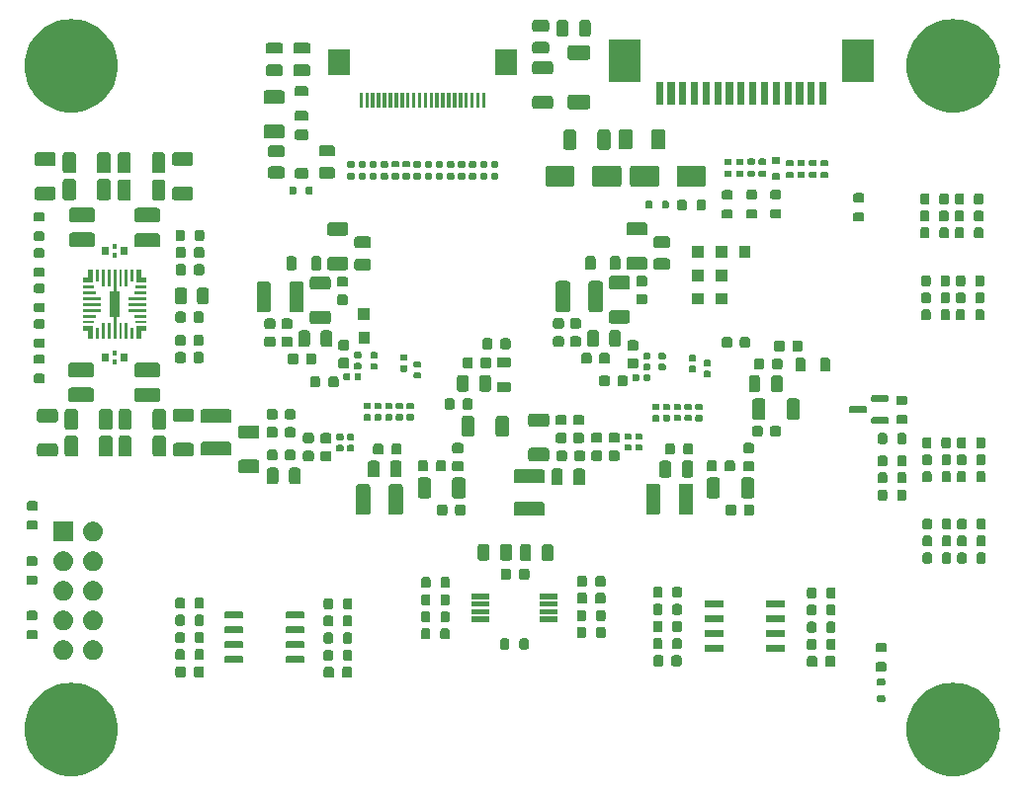
<source format=gbr>
%TF.GenerationSoftware,KiCad,Pcbnew,8.0.6*%
%TF.CreationDate,2024-12-12T06:35:09+00:00*%
%TF.ProjectId,AWR2243RadarBoard,41575232-3234-4335-9261-646172426f61,rev?*%
%TF.SameCoordinates,Original*%
%TF.FileFunction,Soldermask,Bot*%
%TF.FilePolarity,Negative*%
%FSLAX46Y46*%
G04 Gerber Fmt 4.6, Leading zero omitted, Abs format (unit mm)*
G04 Created by KiCad (PCBNEW 8.0.6) date 2024-12-12 06:35:09*
%MOMM*%
%LPD*%
G01*
G04 APERTURE LIST*
G04 APERTURE END LIST*
G36*
X40392069Y-92915261D02*
G01*
X40780361Y-92972859D01*
X41161139Y-93068239D01*
X41530734Y-93200482D01*
X41885587Y-93368315D01*
X42222281Y-93570122D01*
X42537573Y-93803958D01*
X42828427Y-94067573D01*
X43092042Y-94358427D01*
X43325878Y-94673719D01*
X43527685Y-95010413D01*
X43695518Y-95365266D01*
X43827761Y-95734861D01*
X43923141Y-96115639D01*
X43980739Y-96503931D01*
X44000000Y-96896000D01*
X43980739Y-97288069D01*
X43923141Y-97676361D01*
X43827761Y-98057139D01*
X43695518Y-98426734D01*
X43527685Y-98781587D01*
X43325878Y-99118281D01*
X43092042Y-99433573D01*
X42828427Y-99724427D01*
X42537573Y-99988042D01*
X42222281Y-100221878D01*
X41885587Y-100423685D01*
X41530734Y-100591518D01*
X41161139Y-100723761D01*
X40780361Y-100819141D01*
X40392069Y-100876739D01*
X40000000Y-100896000D01*
X39607931Y-100876739D01*
X39219639Y-100819141D01*
X38838861Y-100723761D01*
X38469266Y-100591518D01*
X38114413Y-100423685D01*
X37777719Y-100221878D01*
X37462427Y-99988042D01*
X37171573Y-99724427D01*
X36907958Y-99433573D01*
X36674122Y-99118281D01*
X36472315Y-98781587D01*
X36304482Y-98426734D01*
X36172239Y-98057139D01*
X36076859Y-97676361D01*
X36019261Y-97288069D01*
X36000000Y-96896000D01*
X36019261Y-96503931D01*
X36076859Y-96115639D01*
X36172239Y-95734861D01*
X36304482Y-95365266D01*
X36472315Y-95010413D01*
X36674122Y-94673719D01*
X36907958Y-94358427D01*
X37171573Y-94067573D01*
X37462427Y-93803958D01*
X37777719Y-93570122D01*
X38114413Y-93368315D01*
X38469266Y-93200482D01*
X38838861Y-93068239D01*
X39219639Y-92972859D01*
X39607931Y-92915261D01*
X40000000Y-92896000D01*
X40392069Y-92915261D01*
G37*
G36*
X115944369Y-92915261D02*
G01*
X116332661Y-92972859D01*
X116713439Y-93068239D01*
X117083034Y-93200482D01*
X117437887Y-93368315D01*
X117774581Y-93570122D01*
X118089873Y-93803958D01*
X118380727Y-94067573D01*
X118644342Y-94358427D01*
X118878178Y-94673719D01*
X119079985Y-95010413D01*
X119247818Y-95365266D01*
X119380061Y-95734861D01*
X119475441Y-96115639D01*
X119533039Y-96503931D01*
X119552300Y-96896000D01*
X119533039Y-97288069D01*
X119475441Y-97676361D01*
X119380061Y-98057139D01*
X119247818Y-98426734D01*
X119079985Y-98781587D01*
X118878178Y-99118281D01*
X118644342Y-99433573D01*
X118380727Y-99724427D01*
X118089873Y-99988042D01*
X117774581Y-100221878D01*
X117437887Y-100423685D01*
X117083034Y-100591518D01*
X116713439Y-100723761D01*
X116332661Y-100819141D01*
X115944369Y-100876739D01*
X115552300Y-100896000D01*
X115160231Y-100876739D01*
X114771939Y-100819141D01*
X114391161Y-100723761D01*
X114021566Y-100591518D01*
X113666713Y-100423685D01*
X113330019Y-100221878D01*
X113014727Y-99988042D01*
X112723873Y-99724427D01*
X112460258Y-99433573D01*
X112226422Y-99118281D01*
X112024615Y-98781587D01*
X111856782Y-98426734D01*
X111724539Y-98057139D01*
X111629159Y-97676361D01*
X111571561Y-97288069D01*
X111552300Y-96896000D01*
X111571561Y-96503931D01*
X111629159Y-96115639D01*
X111724539Y-95734861D01*
X111856782Y-95365266D01*
X112024615Y-95010413D01*
X112226422Y-94673719D01*
X112460258Y-94358427D01*
X112723873Y-94067573D01*
X113014727Y-93803958D01*
X113330019Y-93570122D01*
X113666713Y-93368315D01*
X114021566Y-93200482D01*
X114391161Y-93068239D01*
X114771939Y-92972859D01*
X115160231Y-92915261D01*
X115552300Y-92896000D01*
X115944369Y-92915261D01*
G37*
G36*
X109647403Y-93966418D02*
G01*
X109696066Y-93998934D01*
X109728582Y-94047597D01*
X109740000Y-94105000D01*
X109740000Y-94405000D01*
X109728582Y-94462403D01*
X109696066Y-94511066D01*
X109647403Y-94543582D01*
X109590000Y-94555000D01*
X109190000Y-94555000D01*
X109132597Y-94543582D01*
X109083934Y-94511066D01*
X109051418Y-94462403D01*
X109040000Y-94405000D01*
X109040000Y-94105000D01*
X109051418Y-94047597D01*
X109083934Y-93998934D01*
X109132597Y-93966418D01*
X109190000Y-93955000D01*
X109590000Y-93955000D01*
X109647403Y-93966418D01*
G37*
G36*
X109647403Y-92566418D02*
G01*
X109696066Y-92598934D01*
X109728582Y-92647597D01*
X109740000Y-92705000D01*
X109740000Y-93005000D01*
X109728582Y-93062403D01*
X109696066Y-93111066D01*
X109647403Y-93143582D01*
X109590000Y-93155000D01*
X109190000Y-93155000D01*
X109132597Y-93143582D01*
X109083934Y-93111066D01*
X109051418Y-93062403D01*
X109040000Y-93005000D01*
X109040000Y-92705000D01*
X109051418Y-92647597D01*
X109083934Y-92598934D01*
X109132597Y-92566418D01*
X109190000Y-92555000D01*
X109590000Y-92555000D01*
X109647403Y-92566418D01*
G37*
G36*
X62396104Y-91552127D02*
G01*
X62469099Y-91600901D01*
X62517873Y-91673896D01*
X62535000Y-91760000D01*
X62535000Y-92260000D01*
X62517873Y-92346104D01*
X62469099Y-92419099D01*
X62396104Y-92467873D01*
X62310000Y-92485000D01*
X61860000Y-92485000D01*
X61773896Y-92467873D01*
X61700901Y-92419099D01*
X61652127Y-92346104D01*
X61635000Y-92260000D01*
X61635000Y-91760000D01*
X61652127Y-91673896D01*
X61700901Y-91600901D01*
X61773896Y-91552127D01*
X61860000Y-91535000D01*
X62310000Y-91535000D01*
X62396104Y-91552127D01*
G37*
G36*
X63946104Y-91552127D02*
G01*
X64019099Y-91600901D01*
X64067873Y-91673896D01*
X64085000Y-91760000D01*
X64085000Y-92260000D01*
X64067873Y-92346104D01*
X64019099Y-92419099D01*
X63946104Y-92467873D01*
X63860000Y-92485000D01*
X63410000Y-92485000D01*
X63323896Y-92467873D01*
X63250901Y-92419099D01*
X63202127Y-92346104D01*
X63185000Y-92260000D01*
X63185000Y-91760000D01*
X63202127Y-91673896D01*
X63250901Y-91600901D01*
X63323896Y-91552127D01*
X63410000Y-91535000D01*
X63860000Y-91535000D01*
X63946104Y-91552127D01*
G37*
G36*
X49696104Y-91502127D02*
G01*
X49769099Y-91550901D01*
X49817873Y-91623896D01*
X49835000Y-91710000D01*
X49835000Y-92210000D01*
X49817873Y-92296104D01*
X49769099Y-92369099D01*
X49696104Y-92417873D01*
X49610000Y-92435000D01*
X49160000Y-92435000D01*
X49073896Y-92417873D01*
X49000901Y-92369099D01*
X48952127Y-92296104D01*
X48935000Y-92210000D01*
X48935000Y-91710000D01*
X48952127Y-91623896D01*
X49000901Y-91550901D01*
X49073896Y-91502127D01*
X49160000Y-91485000D01*
X49610000Y-91485000D01*
X49696104Y-91502127D01*
G37*
G36*
X51246104Y-91502127D02*
G01*
X51319099Y-91550901D01*
X51367873Y-91623896D01*
X51385000Y-91710000D01*
X51385000Y-92210000D01*
X51367873Y-92296104D01*
X51319099Y-92369099D01*
X51246104Y-92417873D01*
X51160000Y-92435000D01*
X50710000Y-92435000D01*
X50623896Y-92417873D01*
X50550901Y-92369099D01*
X50502127Y-92296104D01*
X50485000Y-92210000D01*
X50485000Y-91710000D01*
X50502127Y-91623896D01*
X50550901Y-91550901D01*
X50623896Y-91502127D01*
X50710000Y-91485000D01*
X51160000Y-91485000D01*
X51246104Y-91502127D01*
G37*
G36*
X109731537Y-91135224D02*
G01*
X109796421Y-91178579D01*
X109839776Y-91243463D01*
X109855000Y-91320000D01*
X109855000Y-91720000D01*
X109839776Y-91796537D01*
X109796421Y-91861421D01*
X109731537Y-91904776D01*
X109655000Y-91920000D01*
X109105000Y-91920000D01*
X109028463Y-91904776D01*
X108963579Y-91861421D01*
X108920224Y-91796537D01*
X108905000Y-91720000D01*
X108905000Y-91320000D01*
X108920224Y-91243463D01*
X108963579Y-91178579D01*
X109028463Y-91135224D01*
X109105000Y-91120000D01*
X109655000Y-91120000D01*
X109731537Y-91135224D01*
G37*
G36*
X103791104Y-90617127D02*
G01*
X103864099Y-90665901D01*
X103912873Y-90738896D01*
X103930000Y-90825000D01*
X103930000Y-91325000D01*
X103912873Y-91411104D01*
X103864099Y-91484099D01*
X103791104Y-91532873D01*
X103705000Y-91550000D01*
X103255000Y-91550000D01*
X103168896Y-91532873D01*
X103095901Y-91484099D01*
X103047127Y-91411104D01*
X103030000Y-91325000D01*
X103030000Y-90825000D01*
X103047127Y-90738896D01*
X103095901Y-90665901D01*
X103168896Y-90617127D01*
X103255000Y-90600000D01*
X103705000Y-90600000D01*
X103791104Y-90617127D01*
G37*
G36*
X105341104Y-90617127D02*
G01*
X105414099Y-90665901D01*
X105462873Y-90738896D01*
X105480000Y-90825000D01*
X105480000Y-91325000D01*
X105462873Y-91411104D01*
X105414099Y-91484099D01*
X105341104Y-91532873D01*
X105255000Y-91550000D01*
X104805000Y-91550000D01*
X104718896Y-91532873D01*
X104645901Y-91484099D01*
X104597127Y-91411104D01*
X104580000Y-91325000D01*
X104580000Y-90825000D01*
X104597127Y-90738896D01*
X104645901Y-90665901D01*
X104718896Y-90617127D01*
X104805000Y-90600000D01*
X105255000Y-90600000D01*
X105341104Y-90617127D01*
G37*
G36*
X90616104Y-90542127D02*
G01*
X90689099Y-90590901D01*
X90737873Y-90663896D01*
X90755000Y-90750000D01*
X90755000Y-91250000D01*
X90737873Y-91336104D01*
X90689099Y-91409099D01*
X90616104Y-91457873D01*
X90530000Y-91475000D01*
X90080000Y-91475000D01*
X89993896Y-91457873D01*
X89920901Y-91409099D01*
X89872127Y-91336104D01*
X89855000Y-91250000D01*
X89855000Y-90750000D01*
X89872127Y-90663896D01*
X89920901Y-90590901D01*
X89993896Y-90542127D01*
X90080000Y-90525000D01*
X90530000Y-90525000D01*
X90616104Y-90542127D01*
G37*
G36*
X92166104Y-90542127D02*
G01*
X92239099Y-90590901D01*
X92287873Y-90663896D01*
X92305000Y-90750000D01*
X92305000Y-91250000D01*
X92287873Y-91336104D01*
X92239099Y-91409099D01*
X92166104Y-91457873D01*
X92080000Y-91475000D01*
X91630000Y-91475000D01*
X91543896Y-91457873D01*
X91470901Y-91409099D01*
X91422127Y-91336104D01*
X91405000Y-91250000D01*
X91405000Y-90750000D01*
X91422127Y-90663896D01*
X91470901Y-90590901D01*
X91543896Y-90542127D01*
X91630000Y-90525000D01*
X92080000Y-90525000D01*
X92166104Y-90542127D01*
G37*
G36*
X54667403Y-90601418D02*
G01*
X54716066Y-90633934D01*
X54748582Y-90682597D01*
X54760000Y-90740000D01*
X54760000Y-91040000D01*
X54748582Y-91097403D01*
X54716066Y-91146066D01*
X54667403Y-91178582D01*
X54610000Y-91190000D01*
X53260000Y-91190000D01*
X53202597Y-91178582D01*
X53153934Y-91146066D01*
X53121418Y-91097403D01*
X53110000Y-91040000D01*
X53110000Y-90740000D01*
X53121418Y-90682597D01*
X53153934Y-90633934D01*
X53202597Y-90601418D01*
X53260000Y-90590000D01*
X54610000Y-90590000D01*
X54667403Y-90601418D01*
G37*
G36*
X59917403Y-90601418D02*
G01*
X59966066Y-90633934D01*
X59998582Y-90682597D01*
X60010000Y-90740000D01*
X60010000Y-91040000D01*
X59998582Y-91097403D01*
X59966066Y-91146066D01*
X59917403Y-91178582D01*
X59860000Y-91190000D01*
X58510000Y-91190000D01*
X58452597Y-91178582D01*
X58403934Y-91146066D01*
X58371418Y-91097403D01*
X58360000Y-91040000D01*
X58360000Y-90740000D01*
X58371418Y-90682597D01*
X58403934Y-90633934D01*
X58452597Y-90601418D01*
X58510000Y-90590000D01*
X59860000Y-90590000D01*
X59917403Y-90601418D01*
G37*
G36*
X62311537Y-90075224D02*
G01*
X62376421Y-90118579D01*
X62419776Y-90183463D01*
X62435000Y-90260000D01*
X62435000Y-90810000D01*
X62419776Y-90886537D01*
X62376421Y-90951421D01*
X62311537Y-90994776D01*
X62235000Y-91010000D01*
X61835000Y-91010000D01*
X61758463Y-90994776D01*
X61693579Y-90951421D01*
X61650224Y-90886537D01*
X61635000Y-90810000D01*
X61635000Y-90260000D01*
X61650224Y-90183463D01*
X61693579Y-90118579D01*
X61758463Y-90075224D01*
X61835000Y-90060000D01*
X62235000Y-90060000D01*
X62311537Y-90075224D01*
G37*
G36*
X63961537Y-90075224D02*
G01*
X64026421Y-90118579D01*
X64069776Y-90183463D01*
X64085000Y-90260000D01*
X64085000Y-90810000D01*
X64069776Y-90886537D01*
X64026421Y-90951421D01*
X63961537Y-90994776D01*
X63885000Y-91010000D01*
X63485000Y-91010000D01*
X63408463Y-90994776D01*
X63343579Y-90951421D01*
X63300224Y-90886537D01*
X63285000Y-90810000D01*
X63285000Y-90260000D01*
X63300224Y-90183463D01*
X63343579Y-90118579D01*
X63408463Y-90075224D01*
X63485000Y-90060000D01*
X63885000Y-90060000D01*
X63961537Y-90075224D01*
G37*
G36*
X49611537Y-90025224D02*
G01*
X49676421Y-90068579D01*
X49719776Y-90133463D01*
X49735000Y-90210000D01*
X49735000Y-90760000D01*
X49719776Y-90836537D01*
X49676421Y-90901421D01*
X49611537Y-90944776D01*
X49535000Y-90960000D01*
X49135000Y-90960000D01*
X49058463Y-90944776D01*
X48993579Y-90901421D01*
X48950224Y-90836537D01*
X48935000Y-90760000D01*
X48935000Y-90210000D01*
X48950224Y-90133463D01*
X48993579Y-90068579D01*
X49058463Y-90025224D01*
X49135000Y-90010000D01*
X49535000Y-90010000D01*
X49611537Y-90025224D01*
G37*
G36*
X51261537Y-90025224D02*
G01*
X51326421Y-90068579D01*
X51369776Y-90133463D01*
X51385000Y-90210000D01*
X51385000Y-90760000D01*
X51369776Y-90836537D01*
X51326421Y-90901421D01*
X51261537Y-90944776D01*
X51185000Y-90960000D01*
X50785000Y-90960000D01*
X50708463Y-90944776D01*
X50643579Y-90901421D01*
X50600224Y-90836537D01*
X50585000Y-90760000D01*
X50585000Y-90210000D01*
X50600224Y-90133463D01*
X50643579Y-90068579D01*
X50708463Y-90025224D01*
X50785000Y-90010000D01*
X51185000Y-90010000D01*
X51261537Y-90025224D01*
G37*
G36*
X39617664Y-89271602D02*
G01*
X39780000Y-89343878D01*
X39923761Y-89448327D01*
X40042664Y-89580383D01*
X40131514Y-89734274D01*
X40186425Y-89903275D01*
X40205000Y-90080000D01*
X40186425Y-90256725D01*
X40131514Y-90425726D01*
X40042664Y-90579617D01*
X39923761Y-90711673D01*
X39780000Y-90816122D01*
X39617664Y-90888398D01*
X39443849Y-90925344D01*
X39266151Y-90925344D01*
X39092336Y-90888398D01*
X38930000Y-90816122D01*
X38786239Y-90711673D01*
X38667336Y-90579617D01*
X38578486Y-90425726D01*
X38523575Y-90256725D01*
X38505000Y-90080000D01*
X38523575Y-89903275D01*
X38578486Y-89734274D01*
X38667336Y-89580383D01*
X38786239Y-89448327D01*
X38930000Y-89343878D01*
X39092336Y-89271602D01*
X39266151Y-89234656D01*
X39443849Y-89234656D01*
X39617664Y-89271602D01*
G37*
G36*
X42157664Y-89271602D02*
G01*
X42320000Y-89343878D01*
X42463761Y-89448327D01*
X42582664Y-89580383D01*
X42671514Y-89734274D01*
X42726425Y-89903275D01*
X42745000Y-90080000D01*
X42726425Y-90256725D01*
X42671514Y-90425726D01*
X42582664Y-90579617D01*
X42463761Y-90711673D01*
X42320000Y-90816122D01*
X42157664Y-90888398D01*
X41983849Y-90925344D01*
X41806151Y-90925344D01*
X41632336Y-90888398D01*
X41470000Y-90816122D01*
X41326239Y-90711673D01*
X41207336Y-90579617D01*
X41118486Y-90425726D01*
X41063575Y-90256725D01*
X41045000Y-90080000D01*
X41063575Y-89903275D01*
X41118486Y-89734274D01*
X41207336Y-89580383D01*
X41326239Y-89448327D01*
X41470000Y-89343878D01*
X41632336Y-89271602D01*
X41806151Y-89234656D01*
X41983849Y-89234656D01*
X42157664Y-89271602D01*
G37*
G36*
X109731537Y-89485224D02*
G01*
X109796421Y-89528579D01*
X109839776Y-89593463D01*
X109855000Y-89670000D01*
X109855000Y-90070000D01*
X109839776Y-90146537D01*
X109796421Y-90211421D01*
X109731537Y-90254776D01*
X109655000Y-90270000D01*
X109105000Y-90270000D01*
X109028463Y-90254776D01*
X108963579Y-90211421D01*
X108920224Y-90146537D01*
X108905000Y-90070000D01*
X108905000Y-89670000D01*
X108920224Y-89593463D01*
X108963579Y-89528579D01*
X109028463Y-89485224D01*
X109105000Y-89470000D01*
X109655000Y-89470000D01*
X109731537Y-89485224D01*
G37*
G36*
X95812403Y-89651418D02*
G01*
X95861066Y-89683934D01*
X95893582Y-89732597D01*
X95905000Y-89790000D01*
X95905000Y-90090000D01*
X95893582Y-90147403D01*
X95861066Y-90196066D01*
X95812403Y-90228582D01*
X95755000Y-90240000D01*
X94405000Y-90240000D01*
X94347597Y-90228582D01*
X94298934Y-90196066D01*
X94266418Y-90147403D01*
X94255000Y-90090000D01*
X94255000Y-89790000D01*
X94266418Y-89732597D01*
X94298934Y-89683934D01*
X94347597Y-89651418D01*
X94405000Y-89640000D01*
X95755000Y-89640000D01*
X95812403Y-89651418D01*
G37*
G36*
X101062403Y-89651418D02*
G01*
X101111066Y-89683934D01*
X101143582Y-89732597D01*
X101155000Y-89790000D01*
X101155000Y-90090000D01*
X101143582Y-90147403D01*
X101111066Y-90196066D01*
X101062403Y-90228582D01*
X101005000Y-90240000D01*
X99655000Y-90240000D01*
X99597597Y-90228582D01*
X99548934Y-90196066D01*
X99516418Y-90147403D01*
X99505000Y-90090000D01*
X99505000Y-89790000D01*
X99516418Y-89732597D01*
X99548934Y-89683934D01*
X99597597Y-89651418D01*
X99655000Y-89640000D01*
X101005000Y-89640000D01*
X101062403Y-89651418D01*
G37*
G36*
X103706537Y-89140224D02*
G01*
X103771421Y-89183579D01*
X103814776Y-89248463D01*
X103830000Y-89325000D01*
X103830000Y-89875000D01*
X103814776Y-89951537D01*
X103771421Y-90016421D01*
X103706537Y-90059776D01*
X103630000Y-90075000D01*
X103230000Y-90075000D01*
X103153463Y-90059776D01*
X103088579Y-90016421D01*
X103045224Y-89951537D01*
X103030000Y-89875000D01*
X103030000Y-89325000D01*
X103045224Y-89248463D01*
X103088579Y-89183579D01*
X103153463Y-89140224D01*
X103230000Y-89125000D01*
X103630000Y-89125000D01*
X103706537Y-89140224D01*
G37*
G36*
X105356537Y-89140224D02*
G01*
X105421421Y-89183579D01*
X105464776Y-89248463D01*
X105480000Y-89325000D01*
X105480000Y-89875000D01*
X105464776Y-89951537D01*
X105421421Y-90016421D01*
X105356537Y-90059776D01*
X105280000Y-90075000D01*
X104880000Y-90075000D01*
X104803463Y-90059776D01*
X104738579Y-90016421D01*
X104695224Y-89951537D01*
X104680000Y-89875000D01*
X104680000Y-89325000D01*
X104695224Y-89248463D01*
X104738579Y-89183579D01*
X104803463Y-89140224D01*
X104880000Y-89125000D01*
X105280000Y-89125000D01*
X105356537Y-89140224D01*
G37*
G36*
X77426537Y-89110224D02*
G01*
X77491421Y-89153579D01*
X77534776Y-89218463D01*
X77550000Y-89295000D01*
X77550000Y-89845000D01*
X77534776Y-89921537D01*
X77491421Y-89986421D01*
X77426537Y-90029776D01*
X77350000Y-90045000D01*
X76950000Y-90045000D01*
X76873463Y-90029776D01*
X76808579Y-89986421D01*
X76765224Y-89921537D01*
X76750000Y-89845000D01*
X76750000Y-89295000D01*
X76765224Y-89218463D01*
X76808579Y-89153579D01*
X76873463Y-89110224D01*
X76950000Y-89095000D01*
X77350000Y-89095000D01*
X77426537Y-89110224D01*
G37*
G36*
X79076537Y-89110224D02*
G01*
X79141421Y-89153579D01*
X79184776Y-89218463D01*
X79200000Y-89295000D01*
X79200000Y-89845000D01*
X79184776Y-89921537D01*
X79141421Y-89986421D01*
X79076537Y-90029776D01*
X79000000Y-90045000D01*
X78600000Y-90045000D01*
X78523463Y-90029776D01*
X78458579Y-89986421D01*
X78415224Y-89921537D01*
X78400000Y-89845000D01*
X78400000Y-89295000D01*
X78415224Y-89218463D01*
X78458579Y-89153579D01*
X78523463Y-89110224D01*
X78600000Y-89095000D01*
X79000000Y-89095000D01*
X79076537Y-89110224D01*
G37*
G36*
X90526537Y-89080224D02*
G01*
X90591421Y-89123579D01*
X90634776Y-89188463D01*
X90650000Y-89265000D01*
X90650000Y-89815000D01*
X90634776Y-89891537D01*
X90591421Y-89956421D01*
X90526537Y-89999776D01*
X90450000Y-90015000D01*
X90050000Y-90015000D01*
X89973463Y-89999776D01*
X89908579Y-89956421D01*
X89865224Y-89891537D01*
X89850000Y-89815000D01*
X89850000Y-89265000D01*
X89865224Y-89188463D01*
X89908579Y-89123579D01*
X89973463Y-89080224D01*
X90050000Y-89065000D01*
X90450000Y-89065000D01*
X90526537Y-89080224D01*
G37*
G36*
X92176537Y-89080224D02*
G01*
X92241421Y-89123579D01*
X92284776Y-89188463D01*
X92300000Y-89265000D01*
X92300000Y-89815000D01*
X92284776Y-89891537D01*
X92241421Y-89956421D01*
X92176537Y-89999776D01*
X92100000Y-90015000D01*
X91700000Y-90015000D01*
X91623463Y-89999776D01*
X91558579Y-89956421D01*
X91515224Y-89891537D01*
X91500000Y-89815000D01*
X91500000Y-89265000D01*
X91515224Y-89188463D01*
X91558579Y-89123579D01*
X91623463Y-89080224D01*
X91700000Y-89065000D01*
X92100000Y-89065000D01*
X92176537Y-89080224D01*
G37*
G36*
X54667403Y-89331418D02*
G01*
X54716066Y-89363934D01*
X54748582Y-89412597D01*
X54760000Y-89470000D01*
X54760000Y-89770000D01*
X54748582Y-89827403D01*
X54716066Y-89876066D01*
X54667403Y-89908582D01*
X54610000Y-89920000D01*
X53260000Y-89920000D01*
X53202597Y-89908582D01*
X53153934Y-89876066D01*
X53121418Y-89827403D01*
X53110000Y-89770000D01*
X53110000Y-89470000D01*
X53121418Y-89412597D01*
X53153934Y-89363934D01*
X53202597Y-89331418D01*
X53260000Y-89320000D01*
X54610000Y-89320000D01*
X54667403Y-89331418D01*
G37*
G36*
X59917403Y-89331418D02*
G01*
X59966066Y-89363934D01*
X59998582Y-89412597D01*
X60010000Y-89470000D01*
X60010000Y-89770000D01*
X59998582Y-89827403D01*
X59966066Y-89876066D01*
X59917403Y-89908582D01*
X59860000Y-89920000D01*
X58510000Y-89920000D01*
X58452597Y-89908582D01*
X58403934Y-89876066D01*
X58371418Y-89827403D01*
X58360000Y-89770000D01*
X58360000Y-89470000D01*
X58371418Y-89412597D01*
X58403934Y-89363934D01*
X58452597Y-89331418D01*
X58510000Y-89320000D01*
X59860000Y-89320000D01*
X59917403Y-89331418D01*
G37*
G36*
X62311537Y-88600224D02*
G01*
X62376421Y-88643579D01*
X62419776Y-88708463D01*
X62435000Y-88785000D01*
X62435000Y-89335000D01*
X62419776Y-89411537D01*
X62376421Y-89476421D01*
X62311537Y-89519776D01*
X62235000Y-89535000D01*
X61835000Y-89535000D01*
X61758463Y-89519776D01*
X61693579Y-89476421D01*
X61650224Y-89411537D01*
X61635000Y-89335000D01*
X61635000Y-88785000D01*
X61650224Y-88708463D01*
X61693579Y-88643579D01*
X61758463Y-88600224D01*
X61835000Y-88585000D01*
X62235000Y-88585000D01*
X62311537Y-88600224D01*
G37*
G36*
X63961537Y-88600224D02*
G01*
X64026421Y-88643579D01*
X64069776Y-88708463D01*
X64085000Y-88785000D01*
X64085000Y-89335000D01*
X64069776Y-89411537D01*
X64026421Y-89476421D01*
X63961537Y-89519776D01*
X63885000Y-89535000D01*
X63485000Y-89535000D01*
X63408463Y-89519776D01*
X63343579Y-89476421D01*
X63300224Y-89411537D01*
X63285000Y-89335000D01*
X63285000Y-88785000D01*
X63300224Y-88708463D01*
X63343579Y-88643579D01*
X63408463Y-88600224D01*
X63485000Y-88585000D01*
X63885000Y-88585000D01*
X63961537Y-88600224D01*
G37*
G36*
X49611537Y-88550224D02*
G01*
X49676421Y-88593579D01*
X49719776Y-88658463D01*
X49735000Y-88735000D01*
X49735000Y-89285000D01*
X49719776Y-89361537D01*
X49676421Y-89426421D01*
X49611537Y-89469776D01*
X49535000Y-89485000D01*
X49135000Y-89485000D01*
X49058463Y-89469776D01*
X48993579Y-89426421D01*
X48950224Y-89361537D01*
X48935000Y-89285000D01*
X48935000Y-88735000D01*
X48950224Y-88658463D01*
X48993579Y-88593579D01*
X49058463Y-88550224D01*
X49135000Y-88535000D01*
X49535000Y-88535000D01*
X49611537Y-88550224D01*
G37*
G36*
X51261537Y-88550224D02*
G01*
X51326421Y-88593579D01*
X51369776Y-88658463D01*
X51385000Y-88735000D01*
X51385000Y-89285000D01*
X51369776Y-89361537D01*
X51326421Y-89426421D01*
X51261537Y-89469776D01*
X51185000Y-89485000D01*
X50785000Y-89485000D01*
X50708463Y-89469776D01*
X50643579Y-89426421D01*
X50600224Y-89361537D01*
X50585000Y-89285000D01*
X50585000Y-88735000D01*
X50600224Y-88658463D01*
X50643579Y-88593579D01*
X50708463Y-88550224D01*
X50785000Y-88535000D01*
X51185000Y-88535000D01*
X51261537Y-88550224D01*
G37*
G36*
X37001537Y-88390224D02*
G01*
X37066421Y-88433579D01*
X37109776Y-88498463D01*
X37125000Y-88575000D01*
X37125000Y-88975000D01*
X37109776Y-89051537D01*
X37066421Y-89116421D01*
X37001537Y-89159776D01*
X36925000Y-89175000D01*
X36375000Y-89175000D01*
X36298463Y-89159776D01*
X36233579Y-89116421D01*
X36190224Y-89051537D01*
X36175000Y-88975000D01*
X36175000Y-88575000D01*
X36190224Y-88498463D01*
X36233579Y-88433579D01*
X36298463Y-88390224D01*
X36375000Y-88375000D01*
X36925000Y-88375000D01*
X37001537Y-88390224D01*
G37*
G36*
X70651537Y-88240224D02*
G01*
X70716421Y-88283579D01*
X70759776Y-88348463D01*
X70775000Y-88425000D01*
X70775000Y-88975000D01*
X70759776Y-89051537D01*
X70716421Y-89116421D01*
X70651537Y-89159776D01*
X70575000Y-89175000D01*
X70175000Y-89175000D01*
X70098463Y-89159776D01*
X70033579Y-89116421D01*
X69990224Y-89051537D01*
X69975000Y-88975000D01*
X69975000Y-88425000D01*
X69990224Y-88348463D01*
X70033579Y-88283579D01*
X70098463Y-88240224D01*
X70175000Y-88225000D01*
X70575000Y-88225000D01*
X70651537Y-88240224D01*
G37*
G36*
X72301537Y-88240224D02*
G01*
X72366421Y-88283579D01*
X72409776Y-88348463D01*
X72425000Y-88425000D01*
X72425000Y-88975000D01*
X72409776Y-89051537D01*
X72366421Y-89116421D01*
X72301537Y-89159776D01*
X72225000Y-89175000D01*
X71825000Y-89175000D01*
X71748463Y-89159776D01*
X71683579Y-89116421D01*
X71640224Y-89051537D01*
X71625000Y-88975000D01*
X71625000Y-88425000D01*
X71640224Y-88348463D01*
X71683579Y-88283579D01*
X71748463Y-88240224D01*
X71825000Y-88225000D01*
X72225000Y-88225000D01*
X72301537Y-88240224D01*
G37*
G36*
X84001537Y-88120224D02*
G01*
X84066421Y-88163579D01*
X84109776Y-88228463D01*
X84125000Y-88305000D01*
X84125000Y-88855000D01*
X84109776Y-88931537D01*
X84066421Y-88996421D01*
X84001537Y-89039776D01*
X83925000Y-89055000D01*
X83525000Y-89055000D01*
X83448463Y-89039776D01*
X83383579Y-88996421D01*
X83340224Y-88931537D01*
X83325000Y-88855000D01*
X83325000Y-88305000D01*
X83340224Y-88228463D01*
X83383579Y-88163579D01*
X83448463Y-88120224D01*
X83525000Y-88105000D01*
X83925000Y-88105000D01*
X84001537Y-88120224D01*
G37*
G36*
X85651537Y-88120224D02*
G01*
X85716421Y-88163579D01*
X85759776Y-88228463D01*
X85775000Y-88305000D01*
X85775000Y-88855000D01*
X85759776Y-88931537D01*
X85716421Y-88996421D01*
X85651537Y-89039776D01*
X85575000Y-89055000D01*
X85175000Y-89055000D01*
X85098463Y-89039776D01*
X85033579Y-88996421D01*
X84990224Y-88931537D01*
X84975000Y-88855000D01*
X84975000Y-88305000D01*
X84990224Y-88228463D01*
X85033579Y-88163579D01*
X85098463Y-88120224D01*
X85175000Y-88105000D01*
X85575000Y-88105000D01*
X85651537Y-88120224D01*
G37*
G36*
X95812403Y-88381418D02*
G01*
X95861066Y-88413934D01*
X95893582Y-88462597D01*
X95905000Y-88520000D01*
X95905000Y-88820000D01*
X95893582Y-88877403D01*
X95861066Y-88926066D01*
X95812403Y-88958582D01*
X95755000Y-88970000D01*
X94405000Y-88970000D01*
X94347597Y-88958582D01*
X94298934Y-88926066D01*
X94266418Y-88877403D01*
X94255000Y-88820000D01*
X94255000Y-88520000D01*
X94266418Y-88462597D01*
X94298934Y-88413934D01*
X94347597Y-88381418D01*
X94405000Y-88370000D01*
X95755000Y-88370000D01*
X95812403Y-88381418D01*
G37*
G36*
X101062403Y-88381418D02*
G01*
X101111066Y-88413934D01*
X101143582Y-88462597D01*
X101155000Y-88520000D01*
X101155000Y-88820000D01*
X101143582Y-88877403D01*
X101111066Y-88926066D01*
X101062403Y-88958582D01*
X101005000Y-88970000D01*
X99655000Y-88970000D01*
X99597597Y-88958582D01*
X99548934Y-88926066D01*
X99516418Y-88877403D01*
X99505000Y-88820000D01*
X99505000Y-88520000D01*
X99516418Y-88462597D01*
X99548934Y-88413934D01*
X99597597Y-88381418D01*
X99655000Y-88370000D01*
X101005000Y-88370000D01*
X101062403Y-88381418D01*
G37*
G36*
X54667403Y-88061418D02*
G01*
X54716066Y-88093934D01*
X54748582Y-88142597D01*
X54760000Y-88200000D01*
X54760000Y-88500000D01*
X54748582Y-88557403D01*
X54716066Y-88606066D01*
X54667403Y-88638582D01*
X54610000Y-88650000D01*
X53260000Y-88650000D01*
X53202597Y-88638582D01*
X53153934Y-88606066D01*
X53121418Y-88557403D01*
X53110000Y-88500000D01*
X53110000Y-88200000D01*
X53121418Y-88142597D01*
X53153934Y-88093934D01*
X53202597Y-88061418D01*
X53260000Y-88050000D01*
X54610000Y-88050000D01*
X54667403Y-88061418D01*
G37*
G36*
X59917403Y-88061418D02*
G01*
X59966066Y-88093934D01*
X59998582Y-88142597D01*
X60010000Y-88200000D01*
X60010000Y-88500000D01*
X59998582Y-88557403D01*
X59966066Y-88606066D01*
X59917403Y-88638582D01*
X59860000Y-88650000D01*
X58510000Y-88650000D01*
X58452597Y-88638582D01*
X58403934Y-88606066D01*
X58371418Y-88557403D01*
X58360000Y-88500000D01*
X58360000Y-88200000D01*
X58371418Y-88142597D01*
X58403934Y-88093934D01*
X58452597Y-88061418D01*
X58510000Y-88050000D01*
X59860000Y-88050000D01*
X59917403Y-88061418D01*
G37*
G36*
X103706537Y-87665224D02*
G01*
X103771421Y-87708579D01*
X103814776Y-87773463D01*
X103830000Y-87850000D01*
X103830000Y-88400000D01*
X103814776Y-88476537D01*
X103771421Y-88541421D01*
X103706537Y-88584776D01*
X103630000Y-88600000D01*
X103230000Y-88600000D01*
X103153463Y-88584776D01*
X103088579Y-88541421D01*
X103045224Y-88476537D01*
X103030000Y-88400000D01*
X103030000Y-87850000D01*
X103045224Y-87773463D01*
X103088579Y-87708579D01*
X103153463Y-87665224D01*
X103230000Y-87650000D01*
X103630000Y-87650000D01*
X103706537Y-87665224D01*
G37*
G36*
X105356537Y-87665224D02*
G01*
X105421421Y-87708579D01*
X105464776Y-87773463D01*
X105480000Y-87850000D01*
X105480000Y-88400000D01*
X105464776Y-88476537D01*
X105421421Y-88541421D01*
X105356537Y-88584776D01*
X105280000Y-88600000D01*
X104880000Y-88600000D01*
X104803463Y-88584776D01*
X104738579Y-88541421D01*
X104695224Y-88476537D01*
X104680000Y-88400000D01*
X104680000Y-87850000D01*
X104695224Y-87773463D01*
X104738579Y-87708579D01*
X104803463Y-87665224D01*
X104880000Y-87650000D01*
X105280000Y-87650000D01*
X105356537Y-87665224D01*
G37*
G36*
X90531537Y-87615224D02*
G01*
X90596421Y-87658579D01*
X90639776Y-87723463D01*
X90655000Y-87800000D01*
X90655000Y-88350000D01*
X90639776Y-88426537D01*
X90596421Y-88491421D01*
X90531537Y-88534776D01*
X90455000Y-88550000D01*
X90055000Y-88550000D01*
X89978463Y-88534776D01*
X89913579Y-88491421D01*
X89870224Y-88426537D01*
X89855000Y-88350000D01*
X89855000Y-87800000D01*
X89870224Y-87723463D01*
X89913579Y-87658579D01*
X89978463Y-87615224D01*
X90055000Y-87600000D01*
X90455000Y-87600000D01*
X90531537Y-87615224D01*
G37*
G36*
X92181537Y-87615224D02*
G01*
X92246421Y-87658579D01*
X92289776Y-87723463D01*
X92305000Y-87800000D01*
X92305000Y-88350000D01*
X92289776Y-88426537D01*
X92246421Y-88491421D01*
X92181537Y-88534776D01*
X92105000Y-88550000D01*
X91705000Y-88550000D01*
X91628463Y-88534776D01*
X91563579Y-88491421D01*
X91520224Y-88426537D01*
X91505000Y-88350000D01*
X91505000Y-87800000D01*
X91520224Y-87723463D01*
X91563579Y-87658579D01*
X91628463Y-87615224D01*
X91705000Y-87600000D01*
X92105000Y-87600000D01*
X92181537Y-87615224D01*
G37*
G36*
X39617664Y-86731602D02*
G01*
X39780000Y-86803878D01*
X39923761Y-86908327D01*
X40042664Y-87040383D01*
X40131514Y-87194274D01*
X40186425Y-87363275D01*
X40205000Y-87540000D01*
X40186425Y-87716725D01*
X40131514Y-87885726D01*
X40042664Y-88039617D01*
X39923761Y-88171673D01*
X39780000Y-88276122D01*
X39617664Y-88348398D01*
X39443849Y-88385344D01*
X39266151Y-88385344D01*
X39092336Y-88348398D01*
X38930000Y-88276122D01*
X38786239Y-88171673D01*
X38667336Y-88039617D01*
X38578486Y-87885726D01*
X38523575Y-87716725D01*
X38505000Y-87540000D01*
X38523575Y-87363275D01*
X38578486Y-87194274D01*
X38667336Y-87040383D01*
X38786239Y-86908327D01*
X38930000Y-86803878D01*
X39092336Y-86731602D01*
X39266151Y-86694656D01*
X39443849Y-86694656D01*
X39617664Y-86731602D01*
G37*
G36*
X42157664Y-86731602D02*
G01*
X42320000Y-86803878D01*
X42463761Y-86908327D01*
X42582664Y-87040383D01*
X42671514Y-87194274D01*
X42726425Y-87363275D01*
X42745000Y-87540000D01*
X42726425Y-87716725D01*
X42671514Y-87885726D01*
X42582664Y-88039617D01*
X42463761Y-88171673D01*
X42320000Y-88276122D01*
X42157664Y-88348398D01*
X41983849Y-88385344D01*
X41806151Y-88385344D01*
X41632336Y-88348398D01*
X41470000Y-88276122D01*
X41326239Y-88171673D01*
X41207336Y-88039617D01*
X41118486Y-87885726D01*
X41063575Y-87716725D01*
X41045000Y-87540000D01*
X41063575Y-87363275D01*
X41118486Y-87194274D01*
X41207336Y-87040383D01*
X41326239Y-86908327D01*
X41470000Y-86803878D01*
X41632336Y-86731602D01*
X41806151Y-86694656D01*
X41983849Y-86694656D01*
X42157664Y-86731602D01*
G37*
G36*
X62311537Y-87125224D02*
G01*
X62376421Y-87168579D01*
X62419776Y-87233463D01*
X62435000Y-87310000D01*
X62435000Y-87860000D01*
X62419776Y-87936537D01*
X62376421Y-88001421D01*
X62311537Y-88044776D01*
X62235000Y-88060000D01*
X61835000Y-88060000D01*
X61758463Y-88044776D01*
X61693579Y-88001421D01*
X61650224Y-87936537D01*
X61635000Y-87860000D01*
X61635000Y-87310000D01*
X61650224Y-87233463D01*
X61693579Y-87168579D01*
X61758463Y-87125224D01*
X61835000Y-87110000D01*
X62235000Y-87110000D01*
X62311537Y-87125224D01*
G37*
G36*
X63961537Y-87125224D02*
G01*
X64026421Y-87168579D01*
X64069776Y-87233463D01*
X64085000Y-87310000D01*
X64085000Y-87860000D01*
X64069776Y-87936537D01*
X64026421Y-88001421D01*
X63961537Y-88044776D01*
X63885000Y-88060000D01*
X63485000Y-88060000D01*
X63408463Y-88044776D01*
X63343579Y-88001421D01*
X63300224Y-87936537D01*
X63285000Y-87860000D01*
X63285000Y-87310000D01*
X63300224Y-87233463D01*
X63343579Y-87168579D01*
X63408463Y-87125224D01*
X63485000Y-87110000D01*
X63885000Y-87110000D01*
X63961537Y-87125224D01*
G37*
G36*
X49611537Y-87075224D02*
G01*
X49676421Y-87118579D01*
X49719776Y-87183463D01*
X49735000Y-87260000D01*
X49735000Y-87810000D01*
X49719776Y-87886537D01*
X49676421Y-87951421D01*
X49611537Y-87994776D01*
X49535000Y-88010000D01*
X49135000Y-88010000D01*
X49058463Y-87994776D01*
X48993579Y-87951421D01*
X48950224Y-87886537D01*
X48935000Y-87810000D01*
X48935000Y-87260000D01*
X48950224Y-87183463D01*
X48993579Y-87118579D01*
X49058463Y-87075224D01*
X49135000Y-87060000D01*
X49535000Y-87060000D01*
X49611537Y-87075224D01*
G37*
G36*
X51261537Y-87075224D02*
G01*
X51326421Y-87118579D01*
X51369776Y-87183463D01*
X51385000Y-87260000D01*
X51385000Y-87810000D01*
X51369776Y-87886537D01*
X51326421Y-87951421D01*
X51261537Y-87994776D01*
X51185000Y-88010000D01*
X50785000Y-88010000D01*
X50708463Y-87994776D01*
X50643579Y-87951421D01*
X50600224Y-87886537D01*
X50585000Y-87810000D01*
X50585000Y-87260000D01*
X50600224Y-87183463D01*
X50643579Y-87118579D01*
X50708463Y-87075224D01*
X50785000Y-87060000D01*
X51185000Y-87060000D01*
X51261537Y-87075224D01*
G37*
G36*
X70656537Y-86780224D02*
G01*
X70721421Y-86823579D01*
X70764776Y-86888463D01*
X70780000Y-86965000D01*
X70780000Y-87515000D01*
X70764776Y-87591537D01*
X70721421Y-87656421D01*
X70656537Y-87699776D01*
X70580000Y-87715000D01*
X70180000Y-87715000D01*
X70103463Y-87699776D01*
X70038579Y-87656421D01*
X69995224Y-87591537D01*
X69980000Y-87515000D01*
X69980000Y-86965000D01*
X69995224Y-86888463D01*
X70038579Y-86823579D01*
X70103463Y-86780224D01*
X70180000Y-86765000D01*
X70580000Y-86765000D01*
X70656537Y-86780224D01*
G37*
G36*
X72306537Y-86780224D02*
G01*
X72371421Y-86823579D01*
X72414776Y-86888463D01*
X72430000Y-86965000D01*
X72430000Y-87515000D01*
X72414776Y-87591537D01*
X72371421Y-87656421D01*
X72306537Y-87699776D01*
X72230000Y-87715000D01*
X71830000Y-87715000D01*
X71753463Y-87699776D01*
X71688579Y-87656421D01*
X71645224Y-87591537D01*
X71630000Y-87515000D01*
X71630000Y-86965000D01*
X71645224Y-86888463D01*
X71688579Y-86823579D01*
X71753463Y-86780224D01*
X71830000Y-86765000D01*
X72230000Y-86765000D01*
X72306537Y-86780224D01*
G37*
G36*
X95812403Y-87111418D02*
G01*
X95861066Y-87143934D01*
X95893582Y-87192597D01*
X95905000Y-87250000D01*
X95905000Y-87550000D01*
X95893582Y-87607403D01*
X95861066Y-87656066D01*
X95812403Y-87688582D01*
X95755000Y-87700000D01*
X94405000Y-87700000D01*
X94347597Y-87688582D01*
X94298934Y-87656066D01*
X94266418Y-87607403D01*
X94255000Y-87550000D01*
X94255000Y-87250000D01*
X94266418Y-87192597D01*
X94298934Y-87143934D01*
X94347597Y-87111418D01*
X94405000Y-87100000D01*
X95755000Y-87100000D01*
X95812403Y-87111418D01*
G37*
G36*
X101062403Y-87111418D02*
G01*
X101111066Y-87143934D01*
X101143582Y-87192597D01*
X101155000Y-87250000D01*
X101155000Y-87550000D01*
X101143582Y-87607403D01*
X101111066Y-87656066D01*
X101062403Y-87688582D01*
X101005000Y-87700000D01*
X99655000Y-87700000D01*
X99597597Y-87688582D01*
X99548934Y-87656066D01*
X99516418Y-87607403D01*
X99505000Y-87550000D01*
X99505000Y-87250000D01*
X99516418Y-87192597D01*
X99548934Y-87143934D01*
X99597597Y-87111418D01*
X99655000Y-87100000D01*
X101005000Y-87100000D01*
X101062403Y-87111418D01*
G37*
G36*
X75779500Y-87680000D02*
G01*
X74304500Y-87680000D01*
X74304500Y-87230000D01*
X75779500Y-87230000D01*
X75779500Y-87680000D01*
G37*
G36*
X81655500Y-87680000D02*
G01*
X80180500Y-87680000D01*
X80180500Y-87230000D01*
X81655500Y-87230000D01*
X81655500Y-87680000D01*
G37*
G36*
X84001537Y-86660224D02*
G01*
X84066421Y-86703579D01*
X84109776Y-86768463D01*
X84125000Y-86845000D01*
X84125000Y-87395000D01*
X84109776Y-87471537D01*
X84066421Y-87536421D01*
X84001537Y-87579776D01*
X83925000Y-87595000D01*
X83525000Y-87595000D01*
X83448463Y-87579776D01*
X83383579Y-87536421D01*
X83340224Y-87471537D01*
X83325000Y-87395000D01*
X83325000Y-86845000D01*
X83340224Y-86768463D01*
X83383579Y-86703579D01*
X83448463Y-86660224D01*
X83525000Y-86645000D01*
X83925000Y-86645000D01*
X84001537Y-86660224D01*
G37*
G36*
X85651537Y-86660224D02*
G01*
X85716421Y-86703579D01*
X85759776Y-86768463D01*
X85775000Y-86845000D01*
X85775000Y-87395000D01*
X85759776Y-87471537D01*
X85716421Y-87536421D01*
X85651537Y-87579776D01*
X85575000Y-87595000D01*
X85175000Y-87595000D01*
X85098463Y-87579776D01*
X85033579Y-87536421D01*
X84990224Y-87471537D01*
X84975000Y-87395000D01*
X84975000Y-86845000D01*
X84990224Y-86768463D01*
X85033579Y-86703579D01*
X85098463Y-86660224D01*
X85175000Y-86645000D01*
X85575000Y-86645000D01*
X85651537Y-86660224D01*
G37*
G36*
X37001537Y-86740224D02*
G01*
X37066421Y-86783579D01*
X37109776Y-86848463D01*
X37125000Y-86925000D01*
X37125000Y-87325000D01*
X37109776Y-87401537D01*
X37066421Y-87466421D01*
X37001537Y-87509776D01*
X36925000Y-87525000D01*
X36375000Y-87525000D01*
X36298463Y-87509776D01*
X36233579Y-87466421D01*
X36190224Y-87401537D01*
X36175000Y-87325000D01*
X36175000Y-86925000D01*
X36190224Y-86848463D01*
X36233579Y-86783579D01*
X36298463Y-86740224D01*
X36375000Y-86725000D01*
X36925000Y-86725000D01*
X37001537Y-86740224D01*
G37*
G36*
X54667403Y-86791418D02*
G01*
X54716066Y-86823934D01*
X54748582Y-86872597D01*
X54760000Y-86930000D01*
X54760000Y-87230000D01*
X54748582Y-87287403D01*
X54716066Y-87336066D01*
X54667403Y-87368582D01*
X54610000Y-87380000D01*
X53260000Y-87380000D01*
X53202597Y-87368582D01*
X53153934Y-87336066D01*
X53121418Y-87287403D01*
X53110000Y-87230000D01*
X53110000Y-86930000D01*
X53121418Y-86872597D01*
X53153934Y-86823934D01*
X53202597Y-86791418D01*
X53260000Y-86780000D01*
X54610000Y-86780000D01*
X54667403Y-86791418D01*
G37*
G36*
X59917403Y-86791418D02*
G01*
X59966066Y-86823934D01*
X59998582Y-86872597D01*
X60010000Y-86930000D01*
X60010000Y-87230000D01*
X59998582Y-87287403D01*
X59966066Y-87336066D01*
X59917403Y-87368582D01*
X59860000Y-87380000D01*
X58510000Y-87380000D01*
X58452597Y-87368582D01*
X58403934Y-87336066D01*
X58371418Y-87287403D01*
X58360000Y-87230000D01*
X58360000Y-86930000D01*
X58371418Y-86872597D01*
X58403934Y-86823934D01*
X58452597Y-86791418D01*
X58510000Y-86780000D01*
X59860000Y-86780000D01*
X59917403Y-86791418D01*
G37*
G36*
X103706537Y-86190224D02*
G01*
X103771421Y-86233579D01*
X103814776Y-86298463D01*
X103830000Y-86375000D01*
X103830000Y-86925000D01*
X103814776Y-87001537D01*
X103771421Y-87066421D01*
X103706537Y-87109776D01*
X103630000Y-87125000D01*
X103230000Y-87125000D01*
X103153463Y-87109776D01*
X103088579Y-87066421D01*
X103045224Y-87001537D01*
X103030000Y-86925000D01*
X103030000Y-86375000D01*
X103045224Y-86298463D01*
X103088579Y-86233579D01*
X103153463Y-86190224D01*
X103230000Y-86175000D01*
X103630000Y-86175000D01*
X103706537Y-86190224D01*
G37*
G36*
X105356537Y-86190224D02*
G01*
X105421421Y-86233579D01*
X105464776Y-86298463D01*
X105480000Y-86375000D01*
X105480000Y-86925000D01*
X105464776Y-87001537D01*
X105421421Y-87066421D01*
X105356537Y-87109776D01*
X105280000Y-87125000D01*
X104880000Y-87125000D01*
X104803463Y-87109776D01*
X104738579Y-87066421D01*
X104695224Y-87001537D01*
X104680000Y-86925000D01*
X104680000Y-86375000D01*
X104695224Y-86298463D01*
X104738579Y-86233579D01*
X104803463Y-86190224D01*
X104880000Y-86175000D01*
X105280000Y-86175000D01*
X105356537Y-86190224D01*
G37*
G36*
X90531537Y-86140224D02*
G01*
X90596421Y-86183579D01*
X90639776Y-86248463D01*
X90655000Y-86325000D01*
X90655000Y-86875000D01*
X90639776Y-86951537D01*
X90596421Y-87016421D01*
X90531537Y-87059776D01*
X90455000Y-87075000D01*
X90055000Y-87075000D01*
X89978463Y-87059776D01*
X89913579Y-87016421D01*
X89870224Y-86951537D01*
X89855000Y-86875000D01*
X89855000Y-86325000D01*
X89870224Y-86248463D01*
X89913579Y-86183579D01*
X89978463Y-86140224D01*
X90055000Y-86125000D01*
X90455000Y-86125000D01*
X90531537Y-86140224D01*
G37*
G36*
X92181537Y-86140224D02*
G01*
X92246421Y-86183579D01*
X92289776Y-86248463D01*
X92305000Y-86325000D01*
X92305000Y-86875000D01*
X92289776Y-86951537D01*
X92246421Y-87016421D01*
X92181537Y-87059776D01*
X92105000Y-87075000D01*
X91705000Y-87075000D01*
X91628463Y-87059776D01*
X91563579Y-87016421D01*
X91520224Y-86951537D01*
X91505000Y-86875000D01*
X91505000Y-86325000D01*
X91520224Y-86248463D01*
X91563579Y-86183579D01*
X91628463Y-86140224D01*
X91705000Y-86125000D01*
X92105000Y-86125000D01*
X92181537Y-86140224D01*
G37*
G36*
X75779500Y-87030000D02*
G01*
X74304500Y-87030000D01*
X74304500Y-86580000D01*
X75779500Y-86580000D01*
X75779500Y-87030000D01*
G37*
G36*
X81655500Y-87030000D02*
G01*
X80180500Y-87030000D01*
X80180500Y-86580000D01*
X81655500Y-86580000D01*
X81655500Y-87030000D01*
G37*
G36*
X62311537Y-85650224D02*
G01*
X62376421Y-85693579D01*
X62419776Y-85758463D01*
X62435000Y-85835000D01*
X62435000Y-86385000D01*
X62419776Y-86461537D01*
X62376421Y-86526421D01*
X62311537Y-86569776D01*
X62235000Y-86585000D01*
X61835000Y-86585000D01*
X61758463Y-86569776D01*
X61693579Y-86526421D01*
X61650224Y-86461537D01*
X61635000Y-86385000D01*
X61635000Y-85835000D01*
X61650224Y-85758463D01*
X61693579Y-85693579D01*
X61758463Y-85650224D01*
X61835000Y-85635000D01*
X62235000Y-85635000D01*
X62311537Y-85650224D01*
G37*
G36*
X63961537Y-85650224D02*
G01*
X64026421Y-85693579D01*
X64069776Y-85758463D01*
X64085000Y-85835000D01*
X64085000Y-86385000D01*
X64069776Y-86461537D01*
X64026421Y-86526421D01*
X63961537Y-86569776D01*
X63885000Y-86585000D01*
X63485000Y-86585000D01*
X63408463Y-86569776D01*
X63343579Y-86526421D01*
X63300224Y-86461537D01*
X63285000Y-86385000D01*
X63285000Y-85835000D01*
X63300224Y-85758463D01*
X63343579Y-85693579D01*
X63408463Y-85650224D01*
X63485000Y-85635000D01*
X63885000Y-85635000D01*
X63961537Y-85650224D01*
G37*
G36*
X49611537Y-85600224D02*
G01*
X49676421Y-85643579D01*
X49719776Y-85708463D01*
X49735000Y-85785000D01*
X49735000Y-86335000D01*
X49719776Y-86411537D01*
X49676421Y-86476421D01*
X49611537Y-86519776D01*
X49535000Y-86535000D01*
X49135000Y-86535000D01*
X49058463Y-86519776D01*
X48993579Y-86476421D01*
X48950224Y-86411537D01*
X48935000Y-86335000D01*
X48935000Y-85785000D01*
X48950224Y-85708463D01*
X48993579Y-85643579D01*
X49058463Y-85600224D01*
X49135000Y-85585000D01*
X49535000Y-85585000D01*
X49611537Y-85600224D01*
G37*
G36*
X51261537Y-85600224D02*
G01*
X51326421Y-85643579D01*
X51369776Y-85708463D01*
X51385000Y-85785000D01*
X51385000Y-86335000D01*
X51369776Y-86411537D01*
X51326421Y-86476421D01*
X51261537Y-86519776D01*
X51185000Y-86535000D01*
X50785000Y-86535000D01*
X50708463Y-86519776D01*
X50643579Y-86476421D01*
X50600224Y-86411537D01*
X50585000Y-86335000D01*
X50585000Y-85785000D01*
X50600224Y-85708463D01*
X50643579Y-85643579D01*
X50708463Y-85600224D01*
X50785000Y-85585000D01*
X51185000Y-85585000D01*
X51261537Y-85600224D01*
G37*
G36*
X95812403Y-85841418D02*
G01*
X95861066Y-85873934D01*
X95893582Y-85922597D01*
X95905000Y-85980000D01*
X95905000Y-86280000D01*
X95893582Y-86337403D01*
X95861066Y-86386066D01*
X95812403Y-86418582D01*
X95755000Y-86430000D01*
X94405000Y-86430000D01*
X94347597Y-86418582D01*
X94298934Y-86386066D01*
X94266418Y-86337403D01*
X94255000Y-86280000D01*
X94255000Y-85980000D01*
X94266418Y-85922597D01*
X94298934Y-85873934D01*
X94347597Y-85841418D01*
X94405000Y-85830000D01*
X95755000Y-85830000D01*
X95812403Y-85841418D01*
G37*
G36*
X101062403Y-85841418D02*
G01*
X101111066Y-85873934D01*
X101143582Y-85922597D01*
X101155000Y-85980000D01*
X101155000Y-86280000D01*
X101143582Y-86337403D01*
X101111066Y-86386066D01*
X101062403Y-86418582D01*
X101005000Y-86430000D01*
X99655000Y-86430000D01*
X99597597Y-86418582D01*
X99548934Y-86386066D01*
X99516418Y-86337403D01*
X99505000Y-86280000D01*
X99505000Y-85980000D01*
X99516418Y-85922597D01*
X99548934Y-85873934D01*
X99597597Y-85841418D01*
X99655000Y-85830000D01*
X101005000Y-85830000D01*
X101062403Y-85841418D01*
G37*
G36*
X75779500Y-86380000D02*
G01*
X74304500Y-86380000D01*
X74304500Y-85930000D01*
X75779500Y-85930000D01*
X75779500Y-86380000D01*
G37*
G36*
X81655500Y-86380000D02*
G01*
X80180500Y-86380000D01*
X80180500Y-85930000D01*
X81655500Y-85930000D01*
X81655500Y-86380000D01*
G37*
G36*
X70656537Y-85310224D02*
G01*
X70721421Y-85353579D01*
X70764776Y-85418463D01*
X70780000Y-85495000D01*
X70780000Y-86045000D01*
X70764776Y-86121537D01*
X70721421Y-86186421D01*
X70656537Y-86229776D01*
X70580000Y-86245000D01*
X70180000Y-86245000D01*
X70103463Y-86229776D01*
X70038579Y-86186421D01*
X69995224Y-86121537D01*
X69980000Y-86045000D01*
X69980000Y-85495000D01*
X69995224Y-85418463D01*
X70038579Y-85353579D01*
X70103463Y-85310224D01*
X70180000Y-85295000D01*
X70580000Y-85295000D01*
X70656537Y-85310224D01*
G37*
G36*
X72306537Y-85310224D02*
G01*
X72371421Y-85353579D01*
X72414776Y-85418463D01*
X72430000Y-85495000D01*
X72430000Y-86045000D01*
X72414776Y-86121537D01*
X72371421Y-86186421D01*
X72306537Y-86229776D01*
X72230000Y-86245000D01*
X71830000Y-86245000D01*
X71753463Y-86229776D01*
X71688579Y-86186421D01*
X71645224Y-86121537D01*
X71630000Y-86045000D01*
X71630000Y-85495000D01*
X71645224Y-85418463D01*
X71688579Y-85353579D01*
X71753463Y-85310224D01*
X71830000Y-85295000D01*
X72230000Y-85295000D01*
X72306537Y-85310224D01*
G37*
G36*
X84086104Y-85202127D02*
G01*
X84159099Y-85250901D01*
X84207873Y-85323896D01*
X84225000Y-85410000D01*
X84225000Y-85910000D01*
X84207873Y-85996104D01*
X84159099Y-86069099D01*
X84086104Y-86117873D01*
X84000000Y-86135000D01*
X83550000Y-86135000D01*
X83463896Y-86117873D01*
X83390901Y-86069099D01*
X83342127Y-85996104D01*
X83325000Y-85910000D01*
X83325000Y-85410000D01*
X83342127Y-85323896D01*
X83390901Y-85250901D01*
X83463896Y-85202127D01*
X83550000Y-85185000D01*
X84000000Y-85185000D01*
X84086104Y-85202127D01*
G37*
G36*
X85636104Y-85202127D02*
G01*
X85709099Y-85250901D01*
X85757873Y-85323896D01*
X85775000Y-85410000D01*
X85775000Y-85910000D01*
X85757873Y-85996104D01*
X85709099Y-86069099D01*
X85636104Y-86117873D01*
X85550000Y-86135000D01*
X85100000Y-86135000D01*
X85013896Y-86117873D01*
X84940901Y-86069099D01*
X84892127Y-85996104D01*
X84875000Y-85910000D01*
X84875000Y-85410000D01*
X84892127Y-85323896D01*
X84940901Y-85250901D01*
X85013896Y-85202127D01*
X85100000Y-85185000D01*
X85550000Y-85185000D01*
X85636104Y-85202127D01*
G37*
G36*
X39617664Y-84191602D02*
G01*
X39780000Y-84263878D01*
X39923761Y-84368327D01*
X40042664Y-84500383D01*
X40131514Y-84654274D01*
X40186425Y-84823275D01*
X40205000Y-85000000D01*
X40186425Y-85176725D01*
X40131514Y-85345726D01*
X40042664Y-85499617D01*
X39923761Y-85631673D01*
X39780000Y-85736122D01*
X39617664Y-85808398D01*
X39443849Y-85845344D01*
X39266151Y-85845344D01*
X39092336Y-85808398D01*
X38930000Y-85736122D01*
X38786239Y-85631673D01*
X38667336Y-85499617D01*
X38578486Y-85345726D01*
X38523575Y-85176725D01*
X38505000Y-85000000D01*
X38523575Y-84823275D01*
X38578486Y-84654274D01*
X38667336Y-84500383D01*
X38786239Y-84368327D01*
X38930000Y-84263878D01*
X39092336Y-84191602D01*
X39266151Y-84154656D01*
X39443849Y-84154656D01*
X39617664Y-84191602D01*
G37*
G36*
X42157664Y-84191602D02*
G01*
X42320000Y-84263878D01*
X42463761Y-84368327D01*
X42582664Y-84500383D01*
X42671514Y-84654274D01*
X42726425Y-84823275D01*
X42745000Y-85000000D01*
X42726425Y-85176725D01*
X42671514Y-85345726D01*
X42582664Y-85499617D01*
X42463761Y-85631673D01*
X42320000Y-85736122D01*
X42157664Y-85808398D01*
X41983849Y-85845344D01*
X41806151Y-85845344D01*
X41632336Y-85808398D01*
X41470000Y-85736122D01*
X41326239Y-85631673D01*
X41207336Y-85499617D01*
X41118486Y-85345726D01*
X41063575Y-85176725D01*
X41045000Y-85000000D01*
X41063575Y-84823275D01*
X41118486Y-84654274D01*
X41207336Y-84500383D01*
X41326239Y-84368327D01*
X41470000Y-84263878D01*
X41632336Y-84191602D01*
X41806151Y-84154656D01*
X41983849Y-84154656D01*
X42157664Y-84191602D01*
G37*
G36*
X75779500Y-85730000D02*
G01*
X74304500Y-85730000D01*
X74304500Y-85280000D01*
X75779500Y-85280000D01*
X75779500Y-85730000D01*
G37*
G36*
X81655500Y-85730000D02*
G01*
X80180500Y-85730000D01*
X80180500Y-85280000D01*
X81655500Y-85280000D01*
X81655500Y-85730000D01*
G37*
G36*
X103706537Y-84715224D02*
G01*
X103771421Y-84758579D01*
X103814776Y-84823463D01*
X103830000Y-84900000D01*
X103830000Y-85450000D01*
X103814776Y-85526537D01*
X103771421Y-85591421D01*
X103706537Y-85634776D01*
X103630000Y-85650000D01*
X103230000Y-85650000D01*
X103153463Y-85634776D01*
X103088579Y-85591421D01*
X103045224Y-85526537D01*
X103030000Y-85450000D01*
X103030000Y-84900000D01*
X103045224Y-84823463D01*
X103088579Y-84758579D01*
X103153463Y-84715224D01*
X103230000Y-84700000D01*
X103630000Y-84700000D01*
X103706537Y-84715224D01*
G37*
G36*
X105356537Y-84715224D02*
G01*
X105421421Y-84758579D01*
X105464776Y-84823463D01*
X105480000Y-84900000D01*
X105480000Y-85450000D01*
X105464776Y-85526537D01*
X105421421Y-85591421D01*
X105356537Y-85634776D01*
X105280000Y-85650000D01*
X104880000Y-85650000D01*
X104803463Y-85634776D01*
X104738579Y-85591421D01*
X104695224Y-85526537D01*
X104680000Y-85450000D01*
X104680000Y-84900000D01*
X104695224Y-84823463D01*
X104738579Y-84758579D01*
X104803463Y-84715224D01*
X104880000Y-84700000D01*
X105280000Y-84700000D01*
X105356537Y-84715224D01*
G37*
G36*
X90531537Y-84665224D02*
G01*
X90596421Y-84708579D01*
X90639776Y-84773463D01*
X90655000Y-84850000D01*
X90655000Y-85400000D01*
X90639776Y-85476537D01*
X90596421Y-85541421D01*
X90531537Y-85584776D01*
X90455000Y-85600000D01*
X90055000Y-85600000D01*
X89978463Y-85584776D01*
X89913579Y-85541421D01*
X89870224Y-85476537D01*
X89855000Y-85400000D01*
X89855000Y-84850000D01*
X89870224Y-84773463D01*
X89913579Y-84708579D01*
X89978463Y-84665224D01*
X90055000Y-84650000D01*
X90455000Y-84650000D01*
X90531537Y-84665224D01*
G37*
G36*
X92181537Y-84665224D02*
G01*
X92246421Y-84708579D01*
X92289776Y-84773463D01*
X92305000Y-84850000D01*
X92305000Y-85400000D01*
X92289776Y-85476537D01*
X92246421Y-85541421D01*
X92181537Y-85584776D01*
X92105000Y-85600000D01*
X91705000Y-85600000D01*
X91628463Y-85584776D01*
X91563579Y-85541421D01*
X91520224Y-85476537D01*
X91505000Y-85400000D01*
X91505000Y-84850000D01*
X91520224Y-84773463D01*
X91563579Y-84708579D01*
X91628463Y-84665224D01*
X91705000Y-84650000D01*
X92105000Y-84650000D01*
X92181537Y-84665224D01*
G37*
G36*
X70666537Y-83840224D02*
G01*
X70731421Y-83883579D01*
X70774776Y-83948463D01*
X70790000Y-84025000D01*
X70790000Y-84575000D01*
X70774776Y-84651537D01*
X70731421Y-84716421D01*
X70666537Y-84759776D01*
X70590000Y-84775000D01*
X70190000Y-84775000D01*
X70113463Y-84759776D01*
X70048579Y-84716421D01*
X70005224Y-84651537D01*
X69990000Y-84575000D01*
X69990000Y-84025000D01*
X70005224Y-83948463D01*
X70048579Y-83883579D01*
X70113463Y-83840224D01*
X70190000Y-83825000D01*
X70590000Y-83825000D01*
X70666537Y-83840224D01*
G37*
G36*
X72316537Y-83840224D02*
G01*
X72381421Y-83883579D01*
X72424776Y-83948463D01*
X72440000Y-84025000D01*
X72440000Y-84575000D01*
X72424776Y-84651537D01*
X72381421Y-84716421D01*
X72316537Y-84759776D01*
X72240000Y-84775000D01*
X71840000Y-84775000D01*
X71763463Y-84759776D01*
X71698579Y-84716421D01*
X71655224Y-84651537D01*
X71640000Y-84575000D01*
X71640000Y-84025000D01*
X71655224Y-83948463D01*
X71698579Y-83883579D01*
X71763463Y-83840224D01*
X71840000Y-83825000D01*
X72240000Y-83825000D01*
X72316537Y-83840224D01*
G37*
G36*
X84086104Y-83742127D02*
G01*
X84159099Y-83790901D01*
X84207873Y-83863896D01*
X84225000Y-83950000D01*
X84225000Y-84450000D01*
X84207873Y-84536104D01*
X84159099Y-84609099D01*
X84086104Y-84657873D01*
X84000000Y-84675000D01*
X83550000Y-84675000D01*
X83463896Y-84657873D01*
X83390901Y-84609099D01*
X83342127Y-84536104D01*
X83325000Y-84450000D01*
X83325000Y-83950000D01*
X83342127Y-83863896D01*
X83390901Y-83790901D01*
X83463896Y-83742127D01*
X83550000Y-83725000D01*
X84000000Y-83725000D01*
X84086104Y-83742127D01*
G37*
G36*
X85636104Y-83742127D02*
G01*
X85709099Y-83790901D01*
X85757873Y-83863896D01*
X85775000Y-83950000D01*
X85775000Y-84450000D01*
X85757873Y-84536104D01*
X85709099Y-84609099D01*
X85636104Y-84657873D01*
X85550000Y-84675000D01*
X85100000Y-84675000D01*
X85013896Y-84657873D01*
X84940901Y-84609099D01*
X84892127Y-84536104D01*
X84875000Y-84450000D01*
X84875000Y-83950000D01*
X84892127Y-83863896D01*
X84940901Y-83790901D01*
X85013896Y-83742127D01*
X85100000Y-83725000D01*
X85550000Y-83725000D01*
X85636104Y-83742127D01*
G37*
G36*
X36991537Y-83715224D02*
G01*
X37056421Y-83758579D01*
X37099776Y-83823463D01*
X37115000Y-83900000D01*
X37115000Y-84300000D01*
X37099776Y-84376537D01*
X37056421Y-84441421D01*
X36991537Y-84484776D01*
X36915000Y-84500000D01*
X36365000Y-84500000D01*
X36288463Y-84484776D01*
X36223579Y-84441421D01*
X36180224Y-84376537D01*
X36165000Y-84300000D01*
X36165000Y-83900000D01*
X36180224Y-83823463D01*
X36223579Y-83758579D01*
X36288463Y-83715224D01*
X36365000Y-83700000D01*
X36915000Y-83700000D01*
X36991537Y-83715224D01*
G37*
G36*
X77539962Y-83111651D02*
G01*
X77610930Y-83159070D01*
X77658349Y-83230038D01*
X77675000Y-83313750D01*
X77675000Y-83826250D01*
X77658349Y-83909962D01*
X77610930Y-83980930D01*
X77539962Y-84028349D01*
X77456250Y-84045000D01*
X77018750Y-84045000D01*
X76935038Y-84028349D01*
X76864070Y-83980930D01*
X76816651Y-83909962D01*
X76800000Y-83826250D01*
X76800000Y-83313750D01*
X76816651Y-83230038D01*
X76864070Y-83159070D01*
X76935038Y-83111651D01*
X77018750Y-83095000D01*
X77456250Y-83095000D01*
X77539962Y-83111651D01*
G37*
G36*
X79114962Y-83111651D02*
G01*
X79185930Y-83159070D01*
X79233349Y-83230038D01*
X79250000Y-83313750D01*
X79250000Y-83826250D01*
X79233349Y-83909962D01*
X79185930Y-83980930D01*
X79114962Y-84028349D01*
X79031250Y-84045000D01*
X78593750Y-84045000D01*
X78510038Y-84028349D01*
X78439070Y-83980930D01*
X78391651Y-83909962D01*
X78375000Y-83826250D01*
X78375000Y-83313750D01*
X78391651Y-83230038D01*
X78439070Y-83159070D01*
X78510038Y-83111651D01*
X78593750Y-83095000D01*
X79031250Y-83095000D01*
X79114962Y-83111651D01*
G37*
G36*
X39617664Y-81651602D02*
G01*
X39780000Y-81723878D01*
X39923761Y-81828327D01*
X40042664Y-81960383D01*
X40131514Y-82114274D01*
X40186425Y-82283275D01*
X40205000Y-82460000D01*
X40186425Y-82636725D01*
X40131514Y-82805726D01*
X40042664Y-82959617D01*
X39923761Y-83091673D01*
X39780000Y-83196122D01*
X39617664Y-83268398D01*
X39443849Y-83305344D01*
X39266151Y-83305344D01*
X39092336Y-83268398D01*
X38930000Y-83196122D01*
X38786239Y-83091673D01*
X38667336Y-82959617D01*
X38578486Y-82805726D01*
X38523575Y-82636725D01*
X38505000Y-82460000D01*
X38523575Y-82283275D01*
X38578486Y-82114274D01*
X38667336Y-81960383D01*
X38786239Y-81828327D01*
X38930000Y-81723878D01*
X39092336Y-81651602D01*
X39266151Y-81614656D01*
X39443849Y-81614656D01*
X39617664Y-81651602D01*
G37*
G36*
X42157664Y-81651602D02*
G01*
X42320000Y-81723878D01*
X42463761Y-81828327D01*
X42582664Y-81960383D01*
X42671514Y-82114274D01*
X42726425Y-82283275D01*
X42745000Y-82460000D01*
X42726425Y-82636725D01*
X42671514Y-82805726D01*
X42582664Y-82959617D01*
X42463761Y-83091673D01*
X42320000Y-83196122D01*
X42157664Y-83268398D01*
X41983849Y-83305344D01*
X41806151Y-83305344D01*
X41632336Y-83268398D01*
X41470000Y-83196122D01*
X41326239Y-83091673D01*
X41207336Y-82959617D01*
X41118486Y-82805726D01*
X41063575Y-82636725D01*
X41045000Y-82460000D01*
X41063575Y-82283275D01*
X41118486Y-82114274D01*
X41207336Y-81960383D01*
X41326239Y-81828327D01*
X41470000Y-81723878D01*
X41632336Y-81651602D01*
X41806151Y-81614656D01*
X41983849Y-81614656D01*
X42157664Y-81651602D01*
G37*
G36*
X36991537Y-82065224D02*
G01*
X37056421Y-82108579D01*
X37099776Y-82173463D01*
X37115000Y-82250000D01*
X37115000Y-82650000D01*
X37099776Y-82726537D01*
X37056421Y-82791421D01*
X36991537Y-82834776D01*
X36915000Y-82850000D01*
X36365000Y-82850000D01*
X36288463Y-82834776D01*
X36223579Y-82791421D01*
X36180224Y-82726537D01*
X36165000Y-82650000D01*
X36165000Y-82250000D01*
X36180224Y-82173463D01*
X36223579Y-82108579D01*
X36288463Y-82065224D01*
X36365000Y-82050000D01*
X36915000Y-82050000D01*
X36991537Y-82065224D01*
G37*
G36*
X113616537Y-81740224D02*
G01*
X113681421Y-81783579D01*
X113724776Y-81848463D01*
X113740000Y-81925000D01*
X113740000Y-82475000D01*
X113724776Y-82551537D01*
X113681421Y-82616421D01*
X113616537Y-82659776D01*
X113540000Y-82675000D01*
X113140000Y-82675000D01*
X113063463Y-82659776D01*
X112998579Y-82616421D01*
X112955224Y-82551537D01*
X112940000Y-82475000D01*
X112940000Y-81925000D01*
X112955224Y-81848463D01*
X112998579Y-81783579D01*
X113063463Y-81740224D01*
X113140000Y-81725000D01*
X113540000Y-81725000D01*
X113616537Y-81740224D01*
G37*
G36*
X115266537Y-81740224D02*
G01*
X115331421Y-81783579D01*
X115374776Y-81848463D01*
X115390000Y-81925000D01*
X115390000Y-82475000D01*
X115374776Y-82551537D01*
X115331421Y-82616421D01*
X115266537Y-82659776D01*
X115190000Y-82675000D01*
X114790000Y-82675000D01*
X114713463Y-82659776D01*
X114648579Y-82616421D01*
X114605224Y-82551537D01*
X114590000Y-82475000D01*
X114590000Y-81925000D01*
X114605224Y-81848463D01*
X114648579Y-81783579D01*
X114713463Y-81740224D01*
X114790000Y-81725000D01*
X115190000Y-81725000D01*
X115266537Y-81740224D01*
G37*
G36*
X116576537Y-81740224D02*
G01*
X116641421Y-81783579D01*
X116684776Y-81848463D01*
X116700000Y-81925000D01*
X116700000Y-82475000D01*
X116684776Y-82551537D01*
X116641421Y-82616421D01*
X116576537Y-82659776D01*
X116500000Y-82675000D01*
X116100000Y-82675000D01*
X116023463Y-82659776D01*
X115958579Y-82616421D01*
X115915224Y-82551537D01*
X115900000Y-82475000D01*
X115900000Y-81925000D01*
X115915224Y-81848463D01*
X115958579Y-81783579D01*
X116023463Y-81740224D01*
X116100000Y-81725000D01*
X116500000Y-81725000D01*
X116576537Y-81740224D01*
G37*
G36*
X118226537Y-81740224D02*
G01*
X118291421Y-81783579D01*
X118334776Y-81848463D01*
X118350000Y-81925000D01*
X118350000Y-82475000D01*
X118334776Y-82551537D01*
X118291421Y-82616421D01*
X118226537Y-82659776D01*
X118150000Y-82675000D01*
X117750000Y-82675000D01*
X117673463Y-82659776D01*
X117608579Y-82616421D01*
X117565224Y-82551537D01*
X117550000Y-82475000D01*
X117550000Y-81925000D01*
X117565224Y-81848463D01*
X117608579Y-81783579D01*
X117673463Y-81740224D01*
X117750000Y-81725000D01*
X118150000Y-81725000D01*
X118226537Y-81740224D01*
G37*
G36*
X79260671Y-81014030D02*
G01*
X79341777Y-81068223D01*
X79395970Y-81149329D01*
X79415000Y-81245000D01*
X79415000Y-82195000D01*
X79395970Y-82290671D01*
X79341777Y-82371777D01*
X79260671Y-82425970D01*
X79165000Y-82445000D01*
X78665000Y-82445000D01*
X78569329Y-82425970D01*
X78488223Y-82371777D01*
X78434030Y-82290671D01*
X78415000Y-82195000D01*
X78415000Y-81245000D01*
X78434030Y-81149329D01*
X78488223Y-81068223D01*
X78569329Y-81014030D01*
X78665000Y-80995000D01*
X79165000Y-80995000D01*
X79260671Y-81014030D01*
G37*
G36*
X81160671Y-81014030D02*
G01*
X81241777Y-81068223D01*
X81295970Y-81149329D01*
X81315000Y-81245000D01*
X81315000Y-82195000D01*
X81295970Y-82290671D01*
X81241777Y-82371777D01*
X81160671Y-82425970D01*
X81065000Y-82445000D01*
X80565000Y-82445000D01*
X80469329Y-82425970D01*
X80388223Y-82371777D01*
X80334030Y-82290671D01*
X80315000Y-82195000D01*
X80315000Y-81245000D01*
X80334030Y-81149329D01*
X80388223Y-81068223D01*
X80469329Y-81014030D01*
X80565000Y-80995000D01*
X81065000Y-80995000D01*
X81160671Y-81014030D01*
G37*
G36*
X75690671Y-80994030D02*
G01*
X75771777Y-81048223D01*
X75825970Y-81129329D01*
X75845000Y-81225000D01*
X75845000Y-82175000D01*
X75825970Y-82270671D01*
X75771777Y-82351777D01*
X75690671Y-82405970D01*
X75595000Y-82425000D01*
X75095000Y-82425000D01*
X74999329Y-82405970D01*
X74918223Y-82351777D01*
X74864030Y-82270671D01*
X74845000Y-82175000D01*
X74845000Y-81225000D01*
X74864030Y-81129329D01*
X74918223Y-81048223D01*
X74999329Y-80994030D01*
X75095000Y-80975000D01*
X75595000Y-80975000D01*
X75690671Y-80994030D01*
G37*
G36*
X77590671Y-80994030D02*
G01*
X77671777Y-81048223D01*
X77725970Y-81129329D01*
X77745000Y-81225000D01*
X77745000Y-82175000D01*
X77725970Y-82270671D01*
X77671777Y-82351777D01*
X77590671Y-82405970D01*
X77495000Y-82425000D01*
X76995000Y-82425000D01*
X76899329Y-82405970D01*
X76818223Y-82351777D01*
X76764030Y-82270671D01*
X76745000Y-82175000D01*
X76745000Y-81225000D01*
X76764030Y-81129329D01*
X76818223Y-81048223D01*
X76899329Y-80994030D01*
X76995000Y-80975000D01*
X77495000Y-80975000D01*
X77590671Y-80994030D01*
G37*
G36*
X113616537Y-80280224D02*
G01*
X113681421Y-80323579D01*
X113724776Y-80388463D01*
X113740000Y-80465000D01*
X113740000Y-81015000D01*
X113724776Y-81091537D01*
X113681421Y-81156421D01*
X113616537Y-81199776D01*
X113540000Y-81215000D01*
X113140000Y-81215000D01*
X113063463Y-81199776D01*
X112998579Y-81156421D01*
X112955224Y-81091537D01*
X112940000Y-81015000D01*
X112940000Y-80465000D01*
X112955224Y-80388463D01*
X112998579Y-80323579D01*
X113063463Y-80280224D01*
X113140000Y-80265000D01*
X113540000Y-80265000D01*
X113616537Y-80280224D01*
G37*
G36*
X115266537Y-80280224D02*
G01*
X115331421Y-80323579D01*
X115374776Y-80388463D01*
X115390000Y-80465000D01*
X115390000Y-81015000D01*
X115374776Y-81091537D01*
X115331421Y-81156421D01*
X115266537Y-81199776D01*
X115190000Y-81215000D01*
X114790000Y-81215000D01*
X114713463Y-81199776D01*
X114648579Y-81156421D01*
X114605224Y-81091537D01*
X114590000Y-81015000D01*
X114590000Y-80465000D01*
X114605224Y-80388463D01*
X114648579Y-80323579D01*
X114713463Y-80280224D01*
X114790000Y-80265000D01*
X115190000Y-80265000D01*
X115266537Y-80280224D01*
G37*
G36*
X116576537Y-80280224D02*
G01*
X116641421Y-80323579D01*
X116684776Y-80388463D01*
X116700000Y-80465000D01*
X116700000Y-81015000D01*
X116684776Y-81091537D01*
X116641421Y-81156421D01*
X116576537Y-81199776D01*
X116500000Y-81215000D01*
X116100000Y-81215000D01*
X116023463Y-81199776D01*
X115958579Y-81156421D01*
X115915224Y-81091537D01*
X115900000Y-81015000D01*
X115900000Y-80465000D01*
X115915224Y-80388463D01*
X115958579Y-80323579D01*
X116023463Y-80280224D01*
X116100000Y-80265000D01*
X116500000Y-80265000D01*
X116576537Y-80280224D01*
G37*
G36*
X118226537Y-80280224D02*
G01*
X118291421Y-80323579D01*
X118334776Y-80388463D01*
X118350000Y-80465000D01*
X118350000Y-81015000D01*
X118334776Y-81091537D01*
X118291421Y-81156421D01*
X118226537Y-81199776D01*
X118150000Y-81215000D01*
X117750000Y-81215000D01*
X117673463Y-81199776D01*
X117608579Y-81156421D01*
X117565224Y-81091537D01*
X117550000Y-81015000D01*
X117550000Y-80465000D01*
X117565224Y-80388463D01*
X117608579Y-80323579D01*
X117673463Y-80280224D01*
X117750000Y-80265000D01*
X118150000Y-80265000D01*
X118226537Y-80280224D01*
G37*
G36*
X40205000Y-80770000D02*
G01*
X38505000Y-80770000D01*
X38505000Y-79070000D01*
X40205000Y-79070000D01*
X40205000Y-80770000D01*
G37*
G36*
X42157664Y-79111602D02*
G01*
X42320000Y-79183878D01*
X42463761Y-79288327D01*
X42582664Y-79420383D01*
X42671514Y-79574274D01*
X42726425Y-79743275D01*
X42745000Y-79920000D01*
X42726425Y-80096725D01*
X42671514Y-80265726D01*
X42582664Y-80419617D01*
X42463761Y-80551673D01*
X42320000Y-80656122D01*
X42157664Y-80728398D01*
X41983849Y-80765344D01*
X41806151Y-80765344D01*
X41632336Y-80728398D01*
X41470000Y-80656122D01*
X41326239Y-80551673D01*
X41207336Y-80419617D01*
X41118486Y-80265726D01*
X41063575Y-80096725D01*
X41045000Y-79920000D01*
X41063575Y-79743275D01*
X41118486Y-79574274D01*
X41207336Y-79420383D01*
X41326239Y-79288327D01*
X41470000Y-79183878D01*
X41632336Y-79111602D01*
X41806151Y-79074656D01*
X41983849Y-79074656D01*
X42157664Y-79111602D01*
G37*
G36*
X37021537Y-78990224D02*
G01*
X37086421Y-79033579D01*
X37129776Y-79098463D01*
X37145000Y-79175000D01*
X37145000Y-79575000D01*
X37129776Y-79651537D01*
X37086421Y-79716421D01*
X37021537Y-79759776D01*
X36945000Y-79775000D01*
X36395000Y-79775000D01*
X36318463Y-79759776D01*
X36253579Y-79716421D01*
X36210224Y-79651537D01*
X36195000Y-79575000D01*
X36195000Y-79175000D01*
X36210224Y-79098463D01*
X36253579Y-79033579D01*
X36318463Y-78990224D01*
X36395000Y-78975000D01*
X36945000Y-78975000D01*
X37021537Y-78990224D01*
G37*
G36*
X113611537Y-78820224D02*
G01*
X113676421Y-78863579D01*
X113719776Y-78928463D01*
X113735000Y-79005000D01*
X113735000Y-79555000D01*
X113719776Y-79631537D01*
X113676421Y-79696421D01*
X113611537Y-79739776D01*
X113535000Y-79755000D01*
X113135000Y-79755000D01*
X113058463Y-79739776D01*
X112993579Y-79696421D01*
X112950224Y-79631537D01*
X112935000Y-79555000D01*
X112935000Y-79005000D01*
X112950224Y-78928463D01*
X112993579Y-78863579D01*
X113058463Y-78820224D01*
X113135000Y-78805000D01*
X113535000Y-78805000D01*
X113611537Y-78820224D01*
G37*
G36*
X115261537Y-78820224D02*
G01*
X115326421Y-78863579D01*
X115369776Y-78928463D01*
X115385000Y-79005000D01*
X115385000Y-79555000D01*
X115369776Y-79631537D01*
X115326421Y-79696421D01*
X115261537Y-79739776D01*
X115185000Y-79755000D01*
X114785000Y-79755000D01*
X114708463Y-79739776D01*
X114643579Y-79696421D01*
X114600224Y-79631537D01*
X114585000Y-79555000D01*
X114585000Y-79005000D01*
X114600224Y-78928463D01*
X114643579Y-78863579D01*
X114708463Y-78820224D01*
X114785000Y-78805000D01*
X115185000Y-78805000D01*
X115261537Y-78820224D01*
G37*
G36*
X116571537Y-78820224D02*
G01*
X116636421Y-78863579D01*
X116679776Y-78928463D01*
X116695000Y-79005000D01*
X116695000Y-79555000D01*
X116679776Y-79631537D01*
X116636421Y-79696421D01*
X116571537Y-79739776D01*
X116495000Y-79755000D01*
X116095000Y-79755000D01*
X116018463Y-79739776D01*
X115953579Y-79696421D01*
X115910224Y-79631537D01*
X115895000Y-79555000D01*
X115895000Y-79005000D01*
X115910224Y-78928463D01*
X115953579Y-78863579D01*
X116018463Y-78820224D01*
X116095000Y-78805000D01*
X116495000Y-78805000D01*
X116571537Y-78820224D01*
G37*
G36*
X118221537Y-78820224D02*
G01*
X118286421Y-78863579D01*
X118329776Y-78928463D01*
X118345000Y-79005000D01*
X118345000Y-79555000D01*
X118329776Y-79631537D01*
X118286421Y-79696421D01*
X118221537Y-79739776D01*
X118145000Y-79755000D01*
X117745000Y-79755000D01*
X117668463Y-79739776D01*
X117603579Y-79696421D01*
X117560224Y-79631537D01*
X117545000Y-79555000D01*
X117545000Y-79005000D01*
X117560224Y-78928463D01*
X117603579Y-78863579D01*
X117668463Y-78820224D01*
X117745000Y-78805000D01*
X118145000Y-78805000D01*
X118221537Y-78820224D01*
G37*
G36*
X80395671Y-77369030D02*
G01*
X80476777Y-77423223D01*
X80530970Y-77504329D01*
X80550000Y-77600000D01*
X80550000Y-78350000D01*
X80530970Y-78445671D01*
X80476777Y-78526777D01*
X80395671Y-78580970D01*
X80300000Y-78600000D01*
X78150000Y-78600000D01*
X78054329Y-78580970D01*
X77973223Y-78526777D01*
X77919030Y-78445671D01*
X77900000Y-78350000D01*
X77900000Y-77600000D01*
X77919030Y-77504329D01*
X77973223Y-77423223D01*
X78054329Y-77369030D01*
X78150000Y-77350000D01*
X80300000Y-77350000D01*
X80395671Y-77369030D01*
G37*
G36*
X72096104Y-77612127D02*
G01*
X72169099Y-77660901D01*
X72217873Y-77733896D01*
X72235000Y-77820000D01*
X72235000Y-78320000D01*
X72217873Y-78406104D01*
X72169099Y-78479099D01*
X72096104Y-78527873D01*
X72010000Y-78545000D01*
X71560000Y-78545000D01*
X71473896Y-78527873D01*
X71400901Y-78479099D01*
X71352127Y-78406104D01*
X71335000Y-78320000D01*
X71335000Y-77820000D01*
X71352127Y-77733896D01*
X71400901Y-77660901D01*
X71473896Y-77612127D01*
X71560000Y-77595000D01*
X72010000Y-77595000D01*
X72096104Y-77612127D01*
G37*
G36*
X73646104Y-77612127D02*
G01*
X73719099Y-77660901D01*
X73767873Y-77733896D01*
X73785000Y-77820000D01*
X73785000Y-78320000D01*
X73767873Y-78406104D01*
X73719099Y-78479099D01*
X73646104Y-78527873D01*
X73560000Y-78545000D01*
X73110000Y-78545000D01*
X73023896Y-78527873D01*
X72950901Y-78479099D01*
X72902127Y-78406104D01*
X72885000Y-78320000D01*
X72885000Y-77820000D01*
X72902127Y-77733896D01*
X72950901Y-77660901D01*
X73023896Y-77612127D01*
X73110000Y-77595000D01*
X73560000Y-77595000D01*
X73646104Y-77612127D01*
G37*
G36*
X96836104Y-77612127D02*
G01*
X96909099Y-77660901D01*
X96957873Y-77733896D01*
X96975000Y-77820000D01*
X96975000Y-78320000D01*
X96957873Y-78406104D01*
X96909099Y-78479099D01*
X96836104Y-78527873D01*
X96750000Y-78545000D01*
X96300000Y-78545000D01*
X96213896Y-78527873D01*
X96140901Y-78479099D01*
X96092127Y-78406104D01*
X96075000Y-78320000D01*
X96075000Y-77820000D01*
X96092127Y-77733896D01*
X96140901Y-77660901D01*
X96213896Y-77612127D01*
X96300000Y-77595000D01*
X96750000Y-77595000D01*
X96836104Y-77612127D01*
G37*
G36*
X98386104Y-77612127D02*
G01*
X98459099Y-77660901D01*
X98507873Y-77733896D01*
X98525000Y-77820000D01*
X98525000Y-78320000D01*
X98507873Y-78406104D01*
X98459099Y-78479099D01*
X98386104Y-78527873D01*
X98300000Y-78545000D01*
X97850000Y-78545000D01*
X97763896Y-78527873D01*
X97690901Y-78479099D01*
X97642127Y-78406104D01*
X97625000Y-78320000D01*
X97625000Y-77820000D01*
X97642127Y-77733896D01*
X97690901Y-77660901D01*
X97763896Y-77612127D01*
X97850000Y-77595000D01*
X98300000Y-77595000D01*
X98386104Y-77612127D01*
G37*
G36*
X65470671Y-75884030D02*
G01*
X65551777Y-75938223D01*
X65605970Y-76019329D01*
X65625000Y-76115000D01*
X65625000Y-78265000D01*
X65605970Y-78360671D01*
X65551777Y-78441777D01*
X65470671Y-78495970D01*
X65375000Y-78515000D01*
X64625000Y-78515000D01*
X64529329Y-78495970D01*
X64448223Y-78441777D01*
X64394030Y-78360671D01*
X64375000Y-78265000D01*
X64375000Y-76115000D01*
X64394030Y-76019329D01*
X64448223Y-75938223D01*
X64529329Y-75884030D01*
X64625000Y-75865000D01*
X65375000Y-75865000D01*
X65470671Y-75884030D01*
G37*
G36*
X68270671Y-75884030D02*
G01*
X68351777Y-75938223D01*
X68405970Y-76019329D01*
X68425000Y-76115000D01*
X68425000Y-78265000D01*
X68405970Y-78360671D01*
X68351777Y-78441777D01*
X68270671Y-78495970D01*
X68175000Y-78515000D01*
X67425000Y-78515000D01*
X67329329Y-78495970D01*
X67248223Y-78441777D01*
X67194030Y-78360671D01*
X67175000Y-78265000D01*
X67175000Y-76115000D01*
X67194030Y-76019329D01*
X67248223Y-75938223D01*
X67329329Y-75884030D01*
X67425000Y-75865000D01*
X68175000Y-75865000D01*
X68270671Y-75884030D01*
G37*
G36*
X90340671Y-75834030D02*
G01*
X90421777Y-75888223D01*
X90475970Y-75969329D01*
X90495000Y-76065000D01*
X90495000Y-78215000D01*
X90475970Y-78310671D01*
X90421777Y-78391777D01*
X90340671Y-78445970D01*
X90245000Y-78465000D01*
X89495000Y-78465000D01*
X89399329Y-78445970D01*
X89318223Y-78391777D01*
X89264030Y-78310671D01*
X89245000Y-78215000D01*
X89245000Y-76065000D01*
X89264030Y-75969329D01*
X89318223Y-75888223D01*
X89399329Y-75834030D01*
X89495000Y-75815000D01*
X90245000Y-75815000D01*
X90340671Y-75834030D01*
G37*
G36*
X93140671Y-75834030D02*
G01*
X93221777Y-75888223D01*
X93275970Y-75969329D01*
X93295000Y-76065000D01*
X93295000Y-78215000D01*
X93275970Y-78310671D01*
X93221777Y-78391777D01*
X93140671Y-78445970D01*
X93045000Y-78465000D01*
X92295000Y-78465000D01*
X92199329Y-78445970D01*
X92118223Y-78391777D01*
X92064030Y-78310671D01*
X92045000Y-78215000D01*
X92045000Y-76065000D01*
X92064030Y-75969329D01*
X92118223Y-75888223D01*
X92199329Y-75834030D01*
X92295000Y-75815000D01*
X93045000Y-75815000D01*
X93140671Y-75834030D01*
G37*
G36*
X37021537Y-77340224D02*
G01*
X37086421Y-77383579D01*
X37129776Y-77448463D01*
X37145000Y-77525000D01*
X37145000Y-77925000D01*
X37129776Y-78001537D01*
X37086421Y-78066421D01*
X37021537Y-78109776D01*
X36945000Y-78125000D01*
X36395000Y-78125000D01*
X36318463Y-78109776D01*
X36253579Y-78066421D01*
X36210224Y-78001537D01*
X36195000Y-77925000D01*
X36195000Y-77525000D01*
X36210224Y-77448463D01*
X36253579Y-77383579D01*
X36318463Y-77340224D01*
X36395000Y-77325000D01*
X36945000Y-77325000D01*
X37021537Y-77340224D01*
G37*
G36*
X109781537Y-76340224D02*
G01*
X109846421Y-76383579D01*
X109889776Y-76448463D01*
X109905000Y-76525000D01*
X109905000Y-77075000D01*
X109889776Y-77151537D01*
X109846421Y-77216421D01*
X109781537Y-77259776D01*
X109705000Y-77275000D01*
X109305000Y-77275000D01*
X109228463Y-77259776D01*
X109163579Y-77216421D01*
X109120224Y-77151537D01*
X109105000Y-77075000D01*
X109105000Y-76525000D01*
X109120224Y-76448463D01*
X109163579Y-76383579D01*
X109228463Y-76340224D01*
X109305000Y-76325000D01*
X109705000Y-76325000D01*
X109781537Y-76340224D01*
G37*
G36*
X111431537Y-76340224D02*
G01*
X111496421Y-76383579D01*
X111539776Y-76448463D01*
X111555000Y-76525000D01*
X111555000Y-77075000D01*
X111539776Y-77151537D01*
X111496421Y-77216421D01*
X111431537Y-77259776D01*
X111355000Y-77275000D01*
X110955000Y-77275000D01*
X110878463Y-77259776D01*
X110813579Y-77216421D01*
X110770224Y-77151537D01*
X110755000Y-77075000D01*
X110755000Y-76525000D01*
X110770224Y-76448463D01*
X110813579Y-76383579D01*
X110878463Y-76340224D01*
X110955000Y-76325000D01*
X111355000Y-76325000D01*
X111431537Y-76340224D01*
G37*
G36*
X70685671Y-75309030D02*
G01*
X70766777Y-75363223D01*
X70820970Y-75444329D01*
X70840000Y-75540000D01*
X70840000Y-76840000D01*
X70820970Y-76935671D01*
X70766777Y-77016777D01*
X70685671Y-77070970D01*
X70590000Y-77090000D01*
X69940000Y-77090000D01*
X69844329Y-77070970D01*
X69763223Y-77016777D01*
X69709030Y-76935671D01*
X69690000Y-76840000D01*
X69690000Y-75540000D01*
X69709030Y-75444329D01*
X69763223Y-75363223D01*
X69844329Y-75309030D01*
X69940000Y-75290000D01*
X70590000Y-75290000D01*
X70685671Y-75309030D01*
G37*
G36*
X73635671Y-75309030D02*
G01*
X73716777Y-75363223D01*
X73770970Y-75444329D01*
X73790000Y-75540000D01*
X73790000Y-76840000D01*
X73770970Y-76935671D01*
X73716777Y-77016777D01*
X73635671Y-77070970D01*
X73540000Y-77090000D01*
X72890000Y-77090000D01*
X72794329Y-77070970D01*
X72713223Y-77016777D01*
X72659030Y-76935671D01*
X72640000Y-76840000D01*
X72640000Y-75540000D01*
X72659030Y-75444329D01*
X72713223Y-75363223D01*
X72794329Y-75309030D01*
X72890000Y-75290000D01*
X73540000Y-75290000D01*
X73635671Y-75309030D01*
G37*
G36*
X95425671Y-75309030D02*
G01*
X95506777Y-75363223D01*
X95560970Y-75444329D01*
X95580000Y-75540000D01*
X95580000Y-76840000D01*
X95560970Y-76935671D01*
X95506777Y-77016777D01*
X95425671Y-77070970D01*
X95330000Y-77090000D01*
X94680000Y-77090000D01*
X94584329Y-77070970D01*
X94503223Y-77016777D01*
X94449030Y-76935671D01*
X94430000Y-76840000D01*
X94430000Y-75540000D01*
X94449030Y-75444329D01*
X94503223Y-75363223D01*
X94584329Y-75309030D01*
X94680000Y-75290000D01*
X95330000Y-75290000D01*
X95425671Y-75309030D01*
G37*
G36*
X98375671Y-75309030D02*
G01*
X98456777Y-75363223D01*
X98510970Y-75444329D01*
X98530000Y-75540000D01*
X98530000Y-76840000D01*
X98510970Y-76935671D01*
X98456777Y-77016777D01*
X98375671Y-77070970D01*
X98280000Y-77090000D01*
X97630000Y-77090000D01*
X97534329Y-77070970D01*
X97453223Y-77016777D01*
X97399030Y-76935671D01*
X97380000Y-76840000D01*
X97380000Y-75540000D01*
X97399030Y-75444329D01*
X97453223Y-75363223D01*
X97534329Y-75309030D01*
X97630000Y-75290000D01*
X98280000Y-75290000D01*
X98375671Y-75309030D01*
G37*
G36*
X81970671Y-74544030D02*
G01*
X82051777Y-74598223D01*
X82105970Y-74679329D01*
X82125000Y-74775000D01*
X82125000Y-75725000D01*
X82105970Y-75820671D01*
X82051777Y-75901777D01*
X81970671Y-75955970D01*
X81875000Y-75975000D01*
X81375000Y-75975000D01*
X81279329Y-75955970D01*
X81198223Y-75901777D01*
X81144030Y-75820671D01*
X81125000Y-75725000D01*
X81125000Y-74775000D01*
X81144030Y-74679329D01*
X81198223Y-74598223D01*
X81279329Y-74544030D01*
X81375000Y-74525000D01*
X81875000Y-74525000D01*
X81970671Y-74544030D01*
G37*
G36*
X83870671Y-74544030D02*
G01*
X83951777Y-74598223D01*
X84005970Y-74679329D01*
X84025000Y-74775000D01*
X84025000Y-75725000D01*
X84005970Y-75820671D01*
X83951777Y-75901777D01*
X83870671Y-75955970D01*
X83775000Y-75975000D01*
X83275000Y-75975000D01*
X83179329Y-75955970D01*
X83098223Y-75901777D01*
X83044030Y-75820671D01*
X83025000Y-75725000D01*
X83025000Y-74775000D01*
X83044030Y-74679329D01*
X83098223Y-74598223D01*
X83179329Y-74544030D01*
X83275000Y-74525000D01*
X83775000Y-74525000D01*
X83870671Y-74544030D01*
G37*
G36*
X57605671Y-74454030D02*
G01*
X57686777Y-74508223D01*
X57740970Y-74589329D01*
X57760000Y-74685000D01*
X57760000Y-75635000D01*
X57740970Y-75730671D01*
X57686777Y-75811777D01*
X57605671Y-75865970D01*
X57510000Y-75885000D01*
X57010000Y-75885000D01*
X56914329Y-75865970D01*
X56833223Y-75811777D01*
X56779030Y-75730671D01*
X56760000Y-75635000D01*
X56760000Y-74685000D01*
X56779030Y-74589329D01*
X56833223Y-74508223D01*
X56914329Y-74454030D01*
X57010000Y-74435000D01*
X57510000Y-74435000D01*
X57605671Y-74454030D01*
G37*
G36*
X59505671Y-74454030D02*
G01*
X59586777Y-74508223D01*
X59640970Y-74589329D01*
X59660000Y-74685000D01*
X59660000Y-75635000D01*
X59640970Y-75730671D01*
X59586777Y-75811777D01*
X59505671Y-75865970D01*
X59410000Y-75885000D01*
X58910000Y-75885000D01*
X58814329Y-75865970D01*
X58733223Y-75811777D01*
X58679030Y-75730671D01*
X58660000Y-75635000D01*
X58660000Y-74685000D01*
X58679030Y-74589329D01*
X58733223Y-74508223D01*
X58814329Y-74454030D01*
X58910000Y-74435000D01*
X59410000Y-74435000D01*
X59505671Y-74454030D01*
G37*
G36*
X109781537Y-74870224D02*
G01*
X109846421Y-74913579D01*
X109889776Y-74978463D01*
X109905000Y-75055000D01*
X109905000Y-75605000D01*
X109889776Y-75681537D01*
X109846421Y-75746421D01*
X109781537Y-75789776D01*
X109705000Y-75805000D01*
X109305000Y-75805000D01*
X109228463Y-75789776D01*
X109163579Y-75746421D01*
X109120224Y-75681537D01*
X109105000Y-75605000D01*
X109105000Y-75055000D01*
X109120224Y-74978463D01*
X109163579Y-74913579D01*
X109228463Y-74870224D01*
X109305000Y-74855000D01*
X109705000Y-74855000D01*
X109781537Y-74870224D01*
G37*
G36*
X111431537Y-74870224D02*
G01*
X111496421Y-74913579D01*
X111539776Y-74978463D01*
X111555000Y-75055000D01*
X111555000Y-75605000D01*
X111539776Y-75681537D01*
X111496421Y-75746421D01*
X111431537Y-75789776D01*
X111355000Y-75805000D01*
X110955000Y-75805000D01*
X110878463Y-75789776D01*
X110813579Y-75746421D01*
X110770224Y-75681537D01*
X110755000Y-75605000D01*
X110755000Y-75055000D01*
X110770224Y-74978463D01*
X110813579Y-74913579D01*
X110878463Y-74870224D01*
X110955000Y-74855000D01*
X111355000Y-74855000D01*
X111431537Y-74870224D01*
G37*
G36*
X80395671Y-74569030D02*
G01*
X80476777Y-74623223D01*
X80530970Y-74704329D01*
X80550000Y-74800000D01*
X80550000Y-75550000D01*
X80530970Y-75645671D01*
X80476777Y-75726777D01*
X80395671Y-75780970D01*
X80300000Y-75800000D01*
X78150000Y-75800000D01*
X78054329Y-75780970D01*
X77973223Y-75726777D01*
X77919030Y-75645671D01*
X77900000Y-75550000D01*
X77900000Y-74800000D01*
X77919030Y-74704329D01*
X77973223Y-74623223D01*
X78054329Y-74569030D01*
X78150000Y-74550000D01*
X80300000Y-74550000D01*
X80395671Y-74569030D01*
G37*
G36*
X113586537Y-74780224D02*
G01*
X113651421Y-74823579D01*
X113694776Y-74888463D01*
X113710000Y-74965000D01*
X113710000Y-75515000D01*
X113694776Y-75591537D01*
X113651421Y-75656421D01*
X113586537Y-75699776D01*
X113510000Y-75715000D01*
X113110000Y-75715000D01*
X113033463Y-75699776D01*
X112968579Y-75656421D01*
X112925224Y-75591537D01*
X112910000Y-75515000D01*
X112910000Y-74965000D01*
X112925224Y-74888463D01*
X112968579Y-74823579D01*
X113033463Y-74780224D01*
X113110000Y-74765000D01*
X113510000Y-74765000D01*
X113586537Y-74780224D01*
G37*
G36*
X115236537Y-74780224D02*
G01*
X115301421Y-74823579D01*
X115344776Y-74888463D01*
X115360000Y-74965000D01*
X115360000Y-75515000D01*
X115344776Y-75591537D01*
X115301421Y-75656421D01*
X115236537Y-75699776D01*
X115160000Y-75715000D01*
X114760000Y-75715000D01*
X114683463Y-75699776D01*
X114618579Y-75656421D01*
X114575224Y-75591537D01*
X114560000Y-75515000D01*
X114560000Y-74965000D01*
X114575224Y-74888463D01*
X114618579Y-74823579D01*
X114683463Y-74780224D01*
X114760000Y-74765000D01*
X115160000Y-74765000D01*
X115236537Y-74780224D01*
G37*
G36*
X116546537Y-74780224D02*
G01*
X116611421Y-74823579D01*
X116654776Y-74888463D01*
X116670000Y-74965000D01*
X116670000Y-75515000D01*
X116654776Y-75591537D01*
X116611421Y-75656421D01*
X116546537Y-75699776D01*
X116470000Y-75715000D01*
X116070000Y-75715000D01*
X115993463Y-75699776D01*
X115928579Y-75656421D01*
X115885224Y-75591537D01*
X115870000Y-75515000D01*
X115870000Y-74965000D01*
X115885224Y-74888463D01*
X115928579Y-74823579D01*
X115993463Y-74780224D01*
X116070000Y-74765000D01*
X116470000Y-74765000D01*
X116546537Y-74780224D01*
G37*
G36*
X118196537Y-74780224D02*
G01*
X118261421Y-74823579D01*
X118304776Y-74888463D01*
X118320000Y-74965000D01*
X118320000Y-75515000D01*
X118304776Y-75591537D01*
X118261421Y-75656421D01*
X118196537Y-75699776D01*
X118120000Y-75715000D01*
X117720000Y-75715000D01*
X117643463Y-75699776D01*
X117578579Y-75656421D01*
X117535224Y-75591537D01*
X117520000Y-75515000D01*
X117520000Y-74965000D01*
X117535224Y-74888463D01*
X117578579Y-74823579D01*
X117643463Y-74780224D01*
X117720000Y-74765000D01*
X118120000Y-74765000D01*
X118196537Y-74780224D01*
G37*
G36*
X91245671Y-73869030D02*
G01*
X91326777Y-73923223D01*
X91380970Y-74004329D01*
X91400000Y-74100000D01*
X91400000Y-75050000D01*
X91380970Y-75145671D01*
X91326777Y-75226777D01*
X91245671Y-75280970D01*
X91150000Y-75300000D01*
X90650000Y-75300000D01*
X90554329Y-75280970D01*
X90473223Y-75226777D01*
X90419030Y-75145671D01*
X90400000Y-75050000D01*
X90400000Y-74100000D01*
X90419030Y-74004329D01*
X90473223Y-73923223D01*
X90554329Y-73869030D01*
X90650000Y-73850000D01*
X91150000Y-73850000D01*
X91245671Y-73869030D01*
G37*
G36*
X93145671Y-73869030D02*
G01*
X93226777Y-73923223D01*
X93280970Y-74004329D01*
X93300000Y-74100000D01*
X93300000Y-75050000D01*
X93280970Y-75145671D01*
X93226777Y-75226777D01*
X93145671Y-75280970D01*
X93050000Y-75300000D01*
X92550000Y-75300000D01*
X92454329Y-75280970D01*
X92373223Y-75226777D01*
X92319030Y-75145671D01*
X92300000Y-75050000D01*
X92300000Y-74100000D01*
X92319030Y-74004329D01*
X92373223Y-73923223D01*
X92454329Y-73869030D01*
X92550000Y-73850000D01*
X93050000Y-73850000D01*
X93145671Y-73869030D01*
G37*
G36*
X66265671Y-73864030D02*
G01*
X66346777Y-73918223D01*
X66400970Y-73999329D01*
X66420000Y-74095000D01*
X66420000Y-75045000D01*
X66400970Y-75140671D01*
X66346777Y-75221777D01*
X66265671Y-75275970D01*
X66170000Y-75295000D01*
X65670000Y-75295000D01*
X65574329Y-75275970D01*
X65493223Y-75221777D01*
X65439030Y-75140671D01*
X65420000Y-75045000D01*
X65420000Y-74095000D01*
X65439030Y-73999329D01*
X65493223Y-73918223D01*
X65574329Y-73864030D01*
X65670000Y-73845000D01*
X66170000Y-73845000D01*
X66265671Y-73864030D01*
G37*
G36*
X68165671Y-73864030D02*
G01*
X68246777Y-73918223D01*
X68300970Y-73999329D01*
X68320000Y-74095000D01*
X68320000Y-75045000D01*
X68300970Y-75140671D01*
X68246777Y-75221777D01*
X68165671Y-75275970D01*
X68070000Y-75295000D01*
X67570000Y-75295000D01*
X67474329Y-75275970D01*
X67393223Y-75221777D01*
X67339030Y-75140671D01*
X67320000Y-75045000D01*
X67320000Y-74095000D01*
X67339030Y-73999329D01*
X67393223Y-73918223D01*
X67474329Y-73864030D01*
X67570000Y-73845000D01*
X68070000Y-73845000D01*
X68165671Y-73864030D01*
G37*
G36*
X55975671Y-73789030D02*
G01*
X56056777Y-73843223D01*
X56110970Y-73924329D01*
X56130000Y-74020000D01*
X56130000Y-74670000D01*
X56110970Y-74765671D01*
X56056777Y-74846777D01*
X55975671Y-74900970D01*
X55880000Y-74920000D01*
X54580000Y-74920000D01*
X54484329Y-74900970D01*
X54403223Y-74846777D01*
X54349030Y-74765671D01*
X54330000Y-74670000D01*
X54330000Y-74020000D01*
X54349030Y-73924329D01*
X54403223Y-73843223D01*
X54484329Y-73789030D01*
X54580000Y-73770000D01*
X55880000Y-73770000D01*
X55975671Y-73789030D01*
G37*
G36*
X70446104Y-73842127D02*
G01*
X70519099Y-73890901D01*
X70567873Y-73963896D01*
X70585000Y-74050000D01*
X70585000Y-74550000D01*
X70567873Y-74636104D01*
X70519099Y-74709099D01*
X70446104Y-74757873D01*
X70360000Y-74775000D01*
X69910000Y-74775000D01*
X69823896Y-74757873D01*
X69750901Y-74709099D01*
X69702127Y-74636104D01*
X69685000Y-74550000D01*
X69685000Y-74050000D01*
X69702127Y-73963896D01*
X69750901Y-73890901D01*
X69823896Y-73842127D01*
X69910000Y-73825000D01*
X70360000Y-73825000D01*
X70446104Y-73842127D01*
G37*
G36*
X71996104Y-73842127D02*
G01*
X72069099Y-73890901D01*
X72117873Y-73963896D01*
X72135000Y-74050000D01*
X72135000Y-74550000D01*
X72117873Y-74636104D01*
X72069099Y-74709099D01*
X71996104Y-74757873D01*
X71910000Y-74775000D01*
X71460000Y-74775000D01*
X71373896Y-74757873D01*
X71300901Y-74709099D01*
X71252127Y-74636104D01*
X71235000Y-74550000D01*
X71235000Y-74050000D01*
X71252127Y-73963896D01*
X71300901Y-73890901D01*
X71373896Y-73842127D01*
X71460000Y-73825000D01*
X71910000Y-73825000D01*
X71996104Y-73842127D01*
G37*
G36*
X73456104Y-73892127D02*
G01*
X73529099Y-73940901D01*
X73577873Y-74013896D01*
X73595000Y-74100000D01*
X73595000Y-74550000D01*
X73577873Y-74636104D01*
X73529099Y-74709099D01*
X73456104Y-74757873D01*
X73370000Y-74775000D01*
X72870000Y-74775000D01*
X72783896Y-74757873D01*
X72710901Y-74709099D01*
X72662127Y-74636104D01*
X72645000Y-74550000D01*
X72645000Y-74100000D01*
X72662127Y-74013896D01*
X72710901Y-73940901D01*
X72783896Y-73892127D01*
X72870000Y-73875000D01*
X73370000Y-73875000D01*
X73456104Y-73892127D01*
G37*
G36*
X95186104Y-73842127D02*
G01*
X95259099Y-73890901D01*
X95307873Y-73963896D01*
X95325000Y-74050000D01*
X95325000Y-74550000D01*
X95307873Y-74636104D01*
X95259099Y-74709099D01*
X95186104Y-74757873D01*
X95100000Y-74775000D01*
X94650000Y-74775000D01*
X94563896Y-74757873D01*
X94490901Y-74709099D01*
X94442127Y-74636104D01*
X94425000Y-74550000D01*
X94425000Y-74050000D01*
X94442127Y-73963896D01*
X94490901Y-73890901D01*
X94563896Y-73842127D01*
X94650000Y-73825000D01*
X95100000Y-73825000D01*
X95186104Y-73842127D01*
G37*
G36*
X96736104Y-73842127D02*
G01*
X96809099Y-73890901D01*
X96857873Y-73963896D01*
X96875000Y-74050000D01*
X96875000Y-74550000D01*
X96857873Y-74636104D01*
X96809099Y-74709099D01*
X96736104Y-74757873D01*
X96650000Y-74775000D01*
X96200000Y-74775000D01*
X96113896Y-74757873D01*
X96040901Y-74709099D01*
X95992127Y-74636104D01*
X95975000Y-74550000D01*
X95975000Y-74050000D01*
X95992127Y-73963896D01*
X96040901Y-73890901D01*
X96113896Y-73842127D01*
X96200000Y-73825000D01*
X96650000Y-73825000D01*
X96736104Y-73842127D01*
G37*
G36*
X98376104Y-73892127D02*
G01*
X98449099Y-73940901D01*
X98497873Y-74013896D01*
X98515000Y-74100000D01*
X98515000Y-74550000D01*
X98497873Y-74636104D01*
X98449099Y-74709099D01*
X98376104Y-74757873D01*
X98290000Y-74775000D01*
X97790000Y-74775000D01*
X97703896Y-74757873D01*
X97630901Y-74709099D01*
X97582127Y-74636104D01*
X97565000Y-74550000D01*
X97565000Y-74100000D01*
X97582127Y-74013896D01*
X97630901Y-73940901D01*
X97703896Y-73892127D01*
X97790000Y-73875000D01*
X98290000Y-73875000D01*
X98376104Y-73892127D01*
G37*
G36*
X109781537Y-73410224D02*
G01*
X109846421Y-73453579D01*
X109889776Y-73518463D01*
X109905000Y-73595000D01*
X109905000Y-74145000D01*
X109889776Y-74221537D01*
X109846421Y-74286421D01*
X109781537Y-74329776D01*
X109705000Y-74345000D01*
X109305000Y-74345000D01*
X109228463Y-74329776D01*
X109163579Y-74286421D01*
X109120224Y-74221537D01*
X109105000Y-74145000D01*
X109105000Y-73595000D01*
X109120224Y-73518463D01*
X109163579Y-73453579D01*
X109228463Y-73410224D01*
X109305000Y-73395000D01*
X109705000Y-73395000D01*
X109781537Y-73410224D01*
G37*
G36*
X111431537Y-73410224D02*
G01*
X111496421Y-73453579D01*
X111539776Y-73518463D01*
X111555000Y-73595000D01*
X111555000Y-74145000D01*
X111539776Y-74221537D01*
X111496421Y-74286421D01*
X111431537Y-74329776D01*
X111355000Y-74345000D01*
X110955000Y-74345000D01*
X110878463Y-74329776D01*
X110813579Y-74286421D01*
X110770224Y-74221537D01*
X110755000Y-74145000D01*
X110755000Y-73595000D01*
X110770224Y-73518463D01*
X110813579Y-73453579D01*
X110878463Y-73410224D01*
X110955000Y-73395000D01*
X111355000Y-73395000D01*
X111431537Y-73410224D01*
G37*
G36*
X113586537Y-73320224D02*
G01*
X113651421Y-73363579D01*
X113694776Y-73428463D01*
X113710000Y-73505000D01*
X113710000Y-74055000D01*
X113694776Y-74131537D01*
X113651421Y-74196421D01*
X113586537Y-74239776D01*
X113510000Y-74255000D01*
X113110000Y-74255000D01*
X113033463Y-74239776D01*
X112968579Y-74196421D01*
X112925224Y-74131537D01*
X112910000Y-74055000D01*
X112910000Y-73505000D01*
X112925224Y-73428463D01*
X112968579Y-73363579D01*
X113033463Y-73320224D01*
X113110000Y-73305000D01*
X113510000Y-73305000D01*
X113586537Y-73320224D01*
G37*
G36*
X115236537Y-73320224D02*
G01*
X115301421Y-73363579D01*
X115344776Y-73428463D01*
X115360000Y-73505000D01*
X115360000Y-74055000D01*
X115344776Y-74131537D01*
X115301421Y-74196421D01*
X115236537Y-74239776D01*
X115160000Y-74255000D01*
X114760000Y-74255000D01*
X114683463Y-74239776D01*
X114618579Y-74196421D01*
X114575224Y-74131537D01*
X114560000Y-74055000D01*
X114560000Y-73505000D01*
X114575224Y-73428463D01*
X114618579Y-73363579D01*
X114683463Y-73320224D01*
X114760000Y-73305000D01*
X115160000Y-73305000D01*
X115236537Y-73320224D01*
G37*
G36*
X116551537Y-73320224D02*
G01*
X116616421Y-73363579D01*
X116659776Y-73428463D01*
X116675000Y-73505000D01*
X116675000Y-74055000D01*
X116659776Y-74131537D01*
X116616421Y-74196421D01*
X116551537Y-74239776D01*
X116475000Y-74255000D01*
X116075000Y-74255000D01*
X115998463Y-74239776D01*
X115933579Y-74196421D01*
X115890224Y-74131537D01*
X115875000Y-74055000D01*
X115875000Y-73505000D01*
X115890224Y-73428463D01*
X115933579Y-73363579D01*
X115998463Y-73320224D01*
X116075000Y-73305000D01*
X116475000Y-73305000D01*
X116551537Y-73320224D01*
G37*
G36*
X118201537Y-73320224D02*
G01*
X118266421Y-73363579D01*
X118309776Y-73428463D01*
X118325000Y-73505000D01*
X118325000Y-74055000D01*
X118309776Y-74131537D01*
X118266421Y-74196421D01*
X118201537Y-74239776D01*
X118125000Y-74255000D01*
X117725000Y-74255000D01*
X117648463Y-74239776D01*
X117583579Y-74196421D01*
X117540224Y-74131537D01*
X117525000Y-74055000D01*
X117525000Y-73505000D01*
X117540224Y-73428463D01*
X117583579Y-73363579D01*
X117648463Y-73320224D01*
X117725000Y-73305000D01*
X118125000Y-73305000D01*
X118201537Y-73320224D01*
G37*
G36*
X62161105Y-73042127D02*
G01*
X62234100Y-73090901D01*
X62282874Y-73163896D01*
X62300001Y-73250000D01*
X62300001Y-73700000D01*
X62282874Y-73786104D01*
X62234100Y-73859099D01*
X62161105Y-73907873D01*
X62075001Y-73925000D01*
X61575001Y-73925000D01*
X61488897Y-73907873D01*
X61415902Y-73859099D01*
X61367128Y-73786104D01*
X61350001Y-73700000D01*
X61350001Y-73250000D01*
X61367128Y-73163896D01*
X61415902Y-73090901D01*
X61488897Y-73042127D01*
X61575001Y-73025000D01*
X62075001Y-73025000D01*
X62161105Y-73042127D01*
G37*
G36*
X60661105Y-73017127D02*
G01*
X60734100Y-73065901D01*
X60782874Y-73138896D01*
X60800001Y-73225000D01*
X60800001Y-73675000D01*
X60782874Y-73761104D01*
X60734100Y-73834099D01*
X60661105Y-73882873D01*
X60575001Y-73900000D01*
X60075001Y-73900000D01*
X59988897Y-73882873D01*
X59915902Y-73834099D01*
X59867128Y-73761104D01*
X59850001Y-73675000D01*
X59850001Y-73225000D01*
X59867128Y-73138896D01*
X59915902Y-73065901D01*
X59988897Y-73017127D01*
X60075001Y-73000000D01*
X60575001Y-73000000D01*
X60661105Y-73017127D01*
G37*
G36*
X80795671Y-72769030D02*
G01*
X80876777Y-72823223D01*
X80930970Y-72904329D01*
X80950000Y-73000000D01*
X80950000Y-73650000D01*
X80930970Y-73745671D01*
X80876777Y-73826777D01*
X80795671Y-73880970D01*
X80700000Y-73900000D01*
X79400000Y-73900000D01*
X79304329Y-73880970D01*
X79223223Y-73826777D01*
X79169030Y-73745671D01*
X79150000Y-73650000D01*
X79150000Y-73000000D01*
X79169030Y-72904329D01*
X79223223Y-72823223D01*
X79304329Y-72769030D01*
X79400000Y-72750000D01*
X80700000Y-72750000D01*
X80795671Y-72769030D01*
G37*
G36*
X82336104Y-72967127D02*
G01*
X82409099Y-73015901D01*
X82457873Y-73088896D01*
X82475000Y-73175000D01*
X82475000Y-73675000D01*
X82457873Y-73761104D01*
X82409099Y-73834099D01*
X82336104Y-73882873D01*
X82250000Y-73900000D01*
X81800000Y-73900000D01*
X81713896Y-73882873D01*
X81640901Y-73834099D01*
X81592127Y-73761104D01*
X81575000Y-73675000D01*
X81575000Y-73175000D01*
X81592127Y-73088896D01*
X81640901Y-73015901D01*
X81713896Y-72967127D01*
X81800000Y-72950000D01*
X82250000Y-72950000D01*
X82336104Y-72967127D01*
G37*
G36*
X83886104Y-72967127D02*
G01*
X83959099Y-73015901D01*
X84007873Y-73088896D01*
X84025000Y-73175000D01*
X84025000Y-73675000D01*
X84007873Y-73761104D01*
X83959099Y-73834099D01*
X83886104Y-73882873D01*
X83800000Y-73900000D01*
X83350000Y-73900000D01*
X83263896Y-73882873D01*
X83190901Y-73834099D01*
X83142127Y-73761104D01*
X83125000Y-73675000D01*
X83125000Y-73175000D01*
X83142127Y-73088896D01*
X83190901Y-73015901D01*
X83263896Y-72967127D01*
X83350000Y-72950000D01*
X83800000Y-72950000D01*
X83886104Y-72967127D01*
G37*
G36*
X85371104Y-72992127D02*
G01*
X85444099Y-73040901D01*
X85492873Y-73113896D01*
X85510000Y-73200000D01*
X85510000Y-73650000D01*
X85492873Y-73736104D01*
X85444099Y-73809099D01*
X85371104Y-73857873D01*
X85285000Y-73875000D01*
X84785000Y-73875000D01*
X84698896Y-73857873D01*
X84625901Y-73809099D01*
X84577127Y-73736104D01*
X84560000Y-73650000D01*
X84560000Y-73200000D01*
X84577127Y-73113896D01*
X84625901Y-73040901D01*
X84698896Y-72992127D01*
X84785000Y-72975000D01*
X85285000Y-72975000D01*
X85371104Y-72992127D01*
G37*
G36*
X86836104Y-72992127D02*
G01*
X86909099Y-73040901D01*
X86957873Y-73113896D01*
X86975000Y-73200000D01*
X86975000Y-73650000D01*
X86957873Y-73736104D01*
X86909099Y-73809099D01*
X86836104Y-73857873D01*
X86750000Y-73875000D01*
X86250000Y-73875000D01*
X86163896Y-73857873D01*
X86090901Y-73809099D01*
X86042127Y-73736104D01*
X86025000Y-73650000D01*
X86025000Y-73200000D01*
X86042127Y-73113896D01*
X86090901Y-73040901D01*
X86163896Y-72992127D01*
X86250000Y-72975000D01*
X86750000Y-72975000D01*
X86836104Y-72992127D01*
G37*
G36*
X57526104Y-72902127D02*
G01*
X57599099Y-72950901D01*
X57647873Y-73023896D01*
X57665000Y-73110000D01*
X57665000Y-73610000D01*
X57647873Y-73696104D01*
X57599099Y-73769099D01*
X57526104Y-73817873D01*
X57440000Y-73835000D01*
X56990000Y-73835000D01*
X56903896Y-73817873D01*
X56830901Y-73769099D01*
X56782127Y-73696104D01*
X56765000Y-73610000D01*
X56765000Y-73110000D01*
X56782127Y-73023896D01*
X56830901Y-72950901D01*
X56903896Y-72902127D01*
X56990000Y-72885000D01*
X57440000Y-72885000D01*
X57526104Y-72902127D01*
G37*
G36*
X59076104Y-72902127D02*
G01*
X59149099Y-72950901D01*
X59197873Y-73023896D01*
X59215000Y-73110000D01*
X59215000Y-73610000D01*
X59197873Y-73696104D01*
X59149099Y-73769099D01*
X59076104Y-73817873D01*
X58990000Y-73835000D01*
X58540000Y-73835000D01*
X58453896Y-73817873D01*
X58380901Y-73769099D01*
X58332127Y-73696104D01*
X58315000Y-73610000D01*
X58315000Y-73110000D01*
X58332127Y-73023896D01*
X58380901Y-72950901D01*
X58453896Y-72902127D01*
X58540000Y-72885000D01*
X58990000Y-72885000D01*
X59076104Y-72902127D01*
G37*
G36*
X38715671Y-72379030D02*
G01*
X38796777Y-72433223D01*
X38850970Y-72514329D01*
X38870000Y-72610000D01*
X38870000Y-73260000D01*
X38850970Y-73355671D01*
X38796777Y-73436777D01*
X38715671Y-73490970D01*
X38620000Y-73510000D01*
X37320000Y-73510000D01*
X37224329Y-73490970D01*
X37143223Y-73436777D01*
X37089030Y-73355671D01*
X37070000Y-73260000D01*
X37070000Y-72610000D01*
X37089030Y-72514329D01*
X37143223Y-72433223D01*
X37224329Y-72379030D01*
X37320000Y-72360000D01*
X38620000Y-72360000D01*
X38715671Y-72379030D01*
G37*
G36*
X40435671Y-71729030D02*
G01*
X40516777Y-71783223D01*
X40570970Y-71864329D01*
X40590000Y-71960000D01*
X40590000Y-73260000D01*
X40570970Y-73355671D01*
X40516777Y-73436777D01*
X40435671Y-73490970D01*
X40340000Y-73510000D01*
X39690000Y-73510000D01*
X39594329Y-73490970D01*
X39513223Y-73436777D01*
X39459030Y-73355671D01*
X39440000Y-73260000D01*
X39440000Y-71960000D01*
X39459030Y-71864329D01*
X39513223Y-71783223D01*
X39594329Y-71729030D01*
X39690000Y-71710000D01*
X40340000Y-71710000D01*
X40435671Y-71729030D01*
G37*
G36*
X43385671Y-71729030D02*
G01*
X43466777Y-71783223D01*
X43520970Y-71864329D01*
X43540000Y-71960000D01*
X43540000Y-73260000D01*
X43520970Y-73355671D01*
X43466777Y-73436777D01*
X43385671Y-73490970D01*
X43290000Y-73510000D01*
X42640000Y-73510000D01*
X42544329Y-73490970D01*
X42463223Y-73436777D01*
X42409030Y-73355671D01*
X42390000Y-73260000D01*
X42390000Y-71960000D01*
X42409030Y-71864329D01*
X42463223Y-71783223D01*
X42544329Y-71729030D01*
X42640000Y-71710000D01*
X43290000Y-71710000D01*
X43385671Y-71729030D01*
G37*
G36*
X45035671Y-71729030D02*
G01*
X45116777Y-71783223D01*
X45170970Y-71864329D01*
X45190000Y-71960000D01*
X45190000Y-73260000D01*
X45170970Y-73355671D01*
X45116777Y-73436777D01*
X45035671Y-73490970D01*
X44940000Y-73510000D01*
X44290000Y-73510000D01*
X44194329Y-73490970D01*
X44113223Y-73436777D01*
X44059030Y-73355671D01*
X44040000Y-73260000D01*
X44040000Y-71960000D01*
X44059030Y-71864329D01*
X44113223Y-71783223D01*
X44194329Y-71729030D01*
X44290000Y-71710000D01*
X44940000Y-71710000D01*
X45035671Y-71729030D01*
G37*
G36*
X47985671Y-71729030D02*
G01*
X48066777Y-71783223D01*
X48120970Y-71864329D01*
X48140000Y-71960000D01*
X48140000Y-73260000D01*
X48120970Y-73355671D01*
X48066777Y-73436777D01*
X47985671Y-73490970D01*
X47890000Y-73510000D01*
X47240000Y-73510000D01*
X47144329Y-73490970D01*
X47063223Y-73436777D01*
X47009030Y-73355671D01*
X46990000Y-73260000D01*
X46990000Y-71960000D01*
X47009030Y-71864329D01*
X47063223Y-71783223D01*
X47144329Y-71729030D01*
X47240000Y-71710000D01*
X47890000Y-71710000D01*
X47985671Y-71729030D01*
G37*
G36*
X50365671Y-72349030D02*
G01*
X50446777Y-72403223D01*
X50500970Y-72484329D01*
X50520000Y-72580000D01*
X50520000Y-73230000D01*
X50500970Y-73325671D01*
X50446777Y-73406777D01*
X50365671Y-73460970D01*
X50270000Y-73480000D01*
X48970000Y-73480000D01*
X48874329Y-73460970D01*
X48793223Y-73406777D01*
X48739030Y-73325671D01*
X48720000Y-73230000D01*
X48720000Y-72580000D01*
X48739030Y-72484329D01*
X48793223Y-72403223D01*
X48874329Y-72349030D01*
X48970000Y-72330000D01*
X50270000Y-72330000D01*
X50365671Y-72349030D01*
G37*
G36*
X53570671Y-72204030D02*
G01*
X53651777Y-72258223D01*
X53705970Y-72339329D01*
X53725000Y-72435000D01*
X53725000Y-73185000D01*
X53705970Y-73280671D01*
X53651777Y-73361777D01*
X53570671Y-73415970D01*
X53475000Y-73435000D01*
X51325000Y-73435000D01*
X51229329Y-73415970D01*
X51148223Y-73361777D01*
X51094030Y-73280671D01*
X51075000Y-73185000D01*
X51075000Y-72435000D01*
X51094030Y-72339329D01*
X51148223Y-72258223D01*
X51229329Y-72204030D01*
X51325000Y-72185000D01*
X53475000Y-72185000D01*
X53570671Y-72204030D01*
G37*
G36*
X66631104Y-72402127D02*
G01*
X66704099Y-72450901D01*
X66752873Y-72523896D01*
X66770000Y-72610000D01*
X66770000Y-73110000D01*
X66752873Y-73196104D01*
X66704099Y-73269099D01*
X66631104Y-73317873D01*
X66545000Y-73335000D01*
X66095000Y-73335000D01*
X66008896Y-73317873D01*
X65935901Y-73269099D01*
X65887127Y-73196104D01*
X65870000Y-73110000D01*
X65870000Y-72610000D01*
X65887127Y-72523896D01*
X65935901Y-72450901D01*
X66008896Y-72402127D01*
X66095000Y-72385000D01*
X66545000Y-72385000D01*
X66631104Y-72402127D01*
G37*
G36*
X68181104Y-72402127D02*
G01*
X68254099Y-72450901D01*
X68302873Y-72523896D01*
X68320000Y-72610000D01*
X68320000Y-73110000D01*
X68302873Y-73196104D01*
X68254099Y-73269099D01*
X68181104Y-73317873D01*
X68095000Y-73335000D01*
X67645000Y-73335000D01*
X67558896Y-73317873D01*
X67485901Y-73269099D01*
X67437127Y-73196104D01*
X67420000Y-73110000D01*
X67420000Y-72610000D01*
X67437127Y-72523896D01*
X67485901Y-72450901D01*
X67558896Y-72402127D01*
X67645000Y-72385000D01*
X68095000Y-72385000D01*
X68181104Y-72402127D01*
G37*
G36*
X91611104Y-72392127D02*
G01*
X91684099Y-72440901D01*
X91732873Y-72513896D01*
X91750000Y-72600000D01*
X91750000Y-73100000D01*
X91732873Y-73186104D01*
X91684099Y-73259099D01*
X91611104Y-73307873D01*
X91525000Y-73325000D01*
X91075000Y-73325000D01*
X90988896Y-73307873D01*
X90915901Y-73259099D01*
X90867127Y-73186104D01*
X90850000Y-73100000D01*
X90850000Y-72600000D01*
X90867127Y-72513896D01*
X90915901Y-72440901D01*
X90988896Y-72392127D01*
X91075000Y-72375000D01*
X91525000Y-72375000D01*
X91611104Y-72392127D01*
G37*
G36*
X93161104Y-72392127D02*
G01*
X93234099Y-72440901D01*
X93282873Y-72513896D01*
X93300000Y-72600000D01*
X93300000Y-73100000D01*
X93282873Y-73186104D01*
X93234099Y-73259099D01*
X93161104Y-73307873D01*
X93075000Y-73325000D01*
X92625000Y-73325000D01*
X92538896Y-73307873D01*
X92465901Y-73259099D01*
X92417127Y-73186104D01*
X92400000Y-73100000D01*
X92400000Y-72600000D01*
X92417127Y-72513896D01*
X92465901Y-72440901D01*
X92538896Y-72392127D01*
X92625000Y-72375000D01*
X93075000Y-72375000D01*
X93161104Y-72392127D01*
G37*
G36*
X73456104Y-72342127D02*
G01*
X73529099Y-72390901D01*
X73577873Y-72463896D01*
X73595000Y-72550000D01*
X73595000Y-73000000D01*
X73577873Y-73086104D01*
X73529099Y-73159099D01*
X73456104Y-73207873D01*
X73370000Y-73225000D01*
X72870000Y-73225000D01*
X72783896Y-73207873D01*
X72710901Y-73159099D01*
X72662127Y-73086104D01*
X72645000Y-73000000D01*
X72645000Y-72550000D01*
X72662127Y-72463896D01*
X72710901Y-72390901D01*
X72783896Y-72342127D01*
X72870000Y-72325000D01*
X73370000Y-72325000D01*
X73456104Y-72342127D01*
G37*
G36*
X98376104Y-72342127D02*
G01*
X98449099Y-72390901D01*
X98497873Y-72463896D01*
X98515000Y-72550000D01*
X98515000Y-73000000D01*
X98497873Y-73086104D01*
X98449099Y-73159099D01*
X98376104Y-73207873D01*
X98290000Y-73225000D01*
X97790000Y-73225000D01*
X97703896Y-73207873D01*
X97630901Y-73159099D01*
X97582127Y-73086104D01*
X97565000Y-73000000D01*
X97565000Y-72550000D01*
X97582127Y-72463896D01*
X97630901Y-72390901D01*
X97703896Y-72342127D01*
X97790000Y-72325000D01*
X98290000Y-72325000D01*
X98376104Y-72342127D01*
G37*
G36*
X63248577Y-72510657D02*
G01*
X63293996Y-72541005D01*
X63324344Y-72586424D01*
X63335001Y-72640000D01*
X63335001Y-72920000D01*
X63324344Y-72973576D01*
X63293996Y-73018995D01*
X63248577Y-73049343D01*
X63195001Y-73060000D01*
X62855001Y-73060000D01*
X62801425Y-73049343D01*
X62756006Y-73018995D01*
X62725658Y-72973576D01*
X62715001Y-72920000D01*
X62715001Y-72640000D01*
X62725658Y-72586424D01*
X62756006Y-72541005D01*
X62801425Y-72510657D01*
X62855001Y-72500000D01*
X63195001Y-72500000D01*
X63248577Y-72510657D01*
G37*
G36*
X64173577Y-72510657D02*
G01*
X64218996Y-72541005D01*
X64249344Y-72586424D01*
X64260001Y-72640000D01*
X64260001Y-72920000D01*
X64249344Y-72973576D01*
X64218996Y-73018995D01*
X64173577Y-73049343D01*
X64120001Y-73060000D01*
X63780001Y-73060000D01*
X63726425Y-73049343D01*
X63681006Y-73018995D01*
X63650658Y-72973576D01*
X63640001Y-72920000D01*
X63640001Y-72640000D01*
X63650658Y-72586424D01*
X63681006Y-72541005D01*
X63726425Y-72510657D01*
X63780001Y-72500000D01*
X64120001Y-72500000D01*
X64173577Y-72510657D01*
G37*
G36*
X87923576Y-72460657D02*
G01*
X87968995Y-72491005D01*
X87999343Y-72536424D01*
X88010000Y-72590000D01*
X88010000Y-72870000D01*
X87999343Y-72923576D01*
X87968995Y-72968995D01*
X87923576Y-72999343D01*
X87870000Y-73010000D01*
X87530000Y-73010000D01*
X87476424Y-72999343D01*
X87431005Y-72968995D01*
X87400657Y-72923576D01*
X87390000Y-72870000D01*
X87390000Y-72590000D01*
X87400657Y-72536424D01*
X87431005Y-72491005D01*
X87476424Y-72460657D01*
X87530000Y-72450000D01*
X87870000Y-72450000D01*
X87923576Y-72460657D01*
G37*
G36*
X88848576Y-72460657D02*
G01*
X88893995Y-72491005D01*
X88924343Y-72536424D01*
X88935000Y-72590000D01*
X88935000Y-72870000D01*
X88924343Y-72923576D01*
X88893995Y-72968995D01*
X88848576Y-72999343D01*
X88795000Y-73010000D01*
X88455000Y-73010000D01*
X88401424Y-72999343D01*
X88356005Y-72968995D01*
X88325657Y-72923576D01*
X88315000Y-72870000D01*
X88315000Y-72590000D01*
X88325657Y-72536424D01*
X88356005Y-72491005D01*
X88401424Y-72460657D01*
X88455000Y-72450000D01*
X88795000Y-72450000D01*
X88848576Y-72460657D01*
G37*
G36*
X113581537Y-71860224D02*
G01*
X113646421Y-71903579D01*
X113689776Y-71968463D01*
X113705000Y-72045000D01*
X113705000Y-72595000D01*
X113689776Y-72671537D01*
X113646421Y-72736421D01*
X113581537Y-72779776D01*
X113505000Y-72795000D01*
X113105000Y-72795000D01*
X113028463Y-72779776D01*
X112963579Y-72736421D01*
X112920224Y-72671537D01*
X112905000Y-72595000D01*
X112905000Y-72045000D01*
X112920224Y-71968463D01*
X112963579Y-71903579D01*
X113028463Y-71860224D01*
X113105000Y-71845000D01*
X113505000Y-71845000D01*
X113581537Y-71860224D01*
G37*
G36*
X115231537Y-71860224D02*
G01*
X115296421Y-71903579D01*
X115339776Y-71968463D01*
X115355000Y-72045000D01*
X115355000Y-72595000D01*
X115339776Y-72671537D01*
X115296421Y-72736421D01*
X115231537Y-72779776D01*
X115155000Y-72795000D01*
X114755000Y-72795000D01*
X114678463Y-72779776D01*
X114613579Y-72736421D01*
X114570224Y-72671537D01*
X114555000Y-72595000D01*
X114555000Y-72045000D01*
X114570224Y-71968463D01*
X114613579Y-71903579D01*
X114678463Y-71860224D01*
X114755000Y-71845000D01*
X115155000Y-71845000D01*
X115231537Y-71860224D01*
G37*
G36*
X116546537Y-71860224D02*
G01*
X116611421Y-71903579D01*
X116654776Y-71968463D01*
X116670000Y-72045000D01*
X116670000Y-72595000D01*
X116654776Y-72671537D01*
X116611421Y-72736421D01*
X116546537Y-72779776D01*
X116470000Y-72795000D01*
X116070000Y-72795000D01*
X115993463Y-72779776D01*
X115928579Y-72736421D01*
X115885224Y-72671537D01*
X115870000Y-72595000D01*
X115870000Y-72045000D01*
X115885224Y-71968463D01*
X115928579Y-71903579D01*
X115993463Y-71860224D01*
X116070000Y-71845000D01*
X116470000Y-71845000D01*
X116546537Y-71860224D01*
G37*
G36*
X118196537Y-71860224D02*
G01*
X118261421Y-71903579D01*
X118304776Y-71968463D01*
X118320000Y-72045000D01*
X118320000Y-72595000D01*
X118304776Y-72671537D01*
X118261421Y-72736421D01*
X118196537Y-72779776D01*
X118120000Y-72795000D01*
X117720000Y-72795000D01*
X117643463Y-72779776D01*
X117578579Y-72736421D01*
X117535224Y-72671537D01*
X117520000Y-72595000D01*
X117520000Y-72045000D01*
X117535224Y-71968463D01*
X117578579Y-71903579D01*
X117643463Y-71860224D01*
X117720000Y-71845000D01*
X118120000Y-71845000D01*
X118196537Y-71860224D01*
G37*
G36*
X109781537Y-71500224D02*
G01*
X109846421Y-71543579D01*
X109889776Y-71608463D01*
X109905000Y-71685000D01*
X109905000Y-72235000D01*
X109889776Y-72311537D01*
X109846421Y-72376421D01*
X109781537Y-72419776D01*
X109705000Y-72435000D01*
X109305000Y-72435000D01*
X109228463Y-72419776D01*
X109163579Y-72376421D01*
X109120224Y-72311537D01*
X109105000Y-72235000D01*
X109105000Y-71685000D01*
X109120224Y-71608463D01*
X109163579Y-71543579D01*
X109228463Y-71500224D01*
X109305000Y-71485000D01*
X109705000Y-71485000D01*
X109781537Y-71500224D01*
G37*
G36*
X111431537Y-71500224D02*
G01*
X111496421Y-71543579D01*
X111539776Y-71608463D01*
X111555000Y-71685000D01*
X111555000Y-72235000D01*
X111539776Y-72311537D01*
X111496421Y-72376421D01*
X111431537Y-72419776D01*
X111355000Y-72435000D01*
X110955000Y-72435000D01*
X110878463Y-72419776D01*
X110813579Y-72376421D01*
X110770224Y-72311537D01*
X110755000Y-72235000D01*
X110755000Y-71685000D01*
X110770224Y-71608463D01*
X110813579Y-71543579D01*
X110878463Y-71500224D01*
X110955000Y-71485000D01*
X111355000Y-71485000D01*
X111431537Y-71500224D01*
G37*
G36*
X62161105Y-71492127D02*
G01*
X62234100Y-71540901D01*
X62282874Y-71613896D01*
X62300001Y-71700000D01*
X62300001Y-72150000D01*
X62282874Y-72236104D01*
X62234100Y-72309099D01*
X62161105Y-72357873D01*
X62075001Y-72375000D01*
X61575001Y-72375000D01*
X61488897Y-72357873D01*
X61415902Y-72309099D01*
X61367128Y-72236104D01*
X61350001Y-72150000D01*
X61350001Y-71700000D01*
X61367128Y-71613896D01*
X61415902Y-71540901D01*
X61488897Y-71492127D01*
X61575001Y-71475000D01*
X62075001Y-71475000D01*
X62161105Y-71492127D01*
G37*
G36*
X60661105Y-71467127D02*
G01*
X60734100Y-71515901D01*
X60782874Y-71588896D01*
X60800001Y-71675000D01*
X60800001Y-72125000D01*
X60782874Y-72211104D01*
X60734100Y-72284099D01*
X60661105Y-72332873D01*
X60575001Y-72350000D01*
X60075001Y-72350000D01*
X59988897Y-72332873D01*
X59915902Y-72284099D01*
X59867128Y-72211104D01*
X59850001Y-72125000D01*
X59850001Y-71675000D01*
X59867128Y-71588896D01*
X59915902Y-71515901D01*
X59988897Y-71467127D01*
X60075001Y-71450000D01*
X60575001Y-71450000D01*
X60661105Y-71467127D01*
G37*
G36*
X82311104Y-71467127D02*
G01*
X82384099Y-71515901D01*
X82432873Y-71588896D01*
X82450000Y-71675000D01*
X82450000Y-72125000D01*
X82432873Y-72211104D01*
X82384099Y-72284099D01*
X82311104Y-72332873D01*
X82225000Y-72350000D01*
X81725000Y-72350000D01*
X81638896Y-72332873D01*
X81565901Y-72284099D01*
X81517127Y-72211104D01*
X81500000Y-72125000D01*
X81500000Y-71675000D01*
X81517127Y-71588896D01*
X81565901Y-71515901D01*
X81638896Y-71467127D01*
X81725000Y-71450000D01*
X82225000Y-71450000D01*
X82311104Y-71467127D01*
G37*
G36*
X83786104Y-71467127D02*
G01*
X83859099Y-71515901D01*
X83907873Y-71588896D01*
X83925000Y-71675000D01*
X83925000Y-72125000D01*
X83907873Y-72211104D01*
X83859099Y-72284099D01*
X83786104Y-72332873D01*
X83700000Y-72350000D01*
X83200000Y-72350000D01*
X83113896Y-72332873D01*
X83040901Y-72284099D01*
X82992127Y-72211104D01*
X82975000Y-72125000D01*
X82975000Y-71675000D01*
X82992127Y-71588896D01*
X83040901Y-71515901D01*
X83113896Y-71467127D01*
X83200000Y-71450000D01*
X83700000Y-71450000D01*
X83786104Y-71467127D01*
G37*
G36*
X85371104Y-71442127D02*
G01*
X85444099Y-71490901D01*
X85492873Y-71563896D01*
X85510000Y-71650000D01*
X85510000Y-72100000D01*
X85492873Y-72186104D01*
X85444099Y-72259099D01*
X85371104Y-72307873D01*
X85285000Y-72325000D01*
X84785000Y-72325000D01*
X84698896Y-72307873D01*
X84625901Y-72259099D01*
X84577127Y-72186104D01*
X84560000Y-72100000D01*
X84560000Y-71650000D01*
X84577127Y-71563896D01*
X84625901Y-71490901D01*
X84698896Y-71442127D01*
X84785000Y-71425000D01*
X85285000Y-71425000D01*
X85371104Y-71442127D01*
G37*
G36*
X86836104Y-71442127D02*
G01*
X86909099Y-71490901D01*
X86957873Y-71563896D01*
X86975000Y-71650000D01*
X86975000Y-72100000D01*
X86957873Y-72186104D01*
X86909099Y-72259099D01*
X86836104Y-72307873D01*
X86750000Y-72325000D01*
X86250000Y-72325000D01*
X86163896Y-72307873D01*
X86090901Y-72259099D01*
X86042127Y-72186104D01*
X86025000Y-72100000D01*
X86025000Y-71650000D01*
X86042127Y-71563896D01*
X86090901Y-71490901D01*
X86163896Y-71442127D01*
X86250000Y-71425000D01*
X86750000Y-71425000D01*
X86836104Y-71442127D01*
G37*
G36*
X63248577Y-71550657D02*
G01*
X63293996Y-71581005D01*
X63324344Y-71626424D01*
X63335001Y-71680000D01*
X63335001Y-71960000D01*
X63324344Y-72013576D01*
X63293996Y-72058995D01*
X63248577Y-72089343D01*
X63195001Y-72100000D01*
X62855001Y-72100000D01*
X62801425Y-72089343D01*
X62756006Y-72058995D01*
X62725658Y-72013576D01*
X62715001Y-71960000D01*
X62715001Y-71680000D01*
X62725658Y-71626424D01*
X62756006Y-71581005D01*
X62801425Y-71550657D01*
X62855001Y-71540000D01*
X63195001Y-71540000D01*
X63248577Y-71550657D01*
G37*
G36*
X64173577Y-71550657D02*
G01*
X64218996Y-71581005D01*
X64249344Y-71626424D01*
X64260001Y-71680000D01*
X64260001Y-71960000D01*
X64249344Y-72013576D01*
X64218996Y-72058995D01*
X64173577Y-72089343D01*
X64120001Y-72100000D01*
X63780001Y-72100000D01*
X63726425Y-72089343D01*
X63681006Y-72058995D01*
X63650658Y-72013576D01*
X63640001Y-71960000D01*
X63640001Y-71680000D01*
X63650658Y-71626424D01*
X63681006Y-71581005D01*
X63726425Y-71550657D01*
X63780001Y-71540000D01*
X64120001Y-71540000D01*
X64173577Y-71550657D01*
G37*
G36*
X87923576Y-71500657D02*
G01*
X87968995Y-71531005D01*
X87999343Y-71576424D01*
X88010000Y-71630000D01*
X88010000Y-71910000D01*
X87999343Y-71963576D01*
X87968995Y-72008995D01*
X87923576Y-72039343D01*
X87870000Y-72050000D01*
X87530000Y-72050000D01*
X87476424Y-72039343D01*
X87431005Y-72008995D01*
X87400657Y-71963576D01*
X87390000Y-71910000D01*
X87390000Y-71630000D01*
X87400657Y-71576424D01*
X87431005Y-71531005D01*
X87476424Y-71500657D01*
X87530000Y-71490000D01*
X87870000Y-71490000D01*
X87923576Y-71500657D01*
G37*
G36*
X88848576Y-71500657D02*
G01*
X88893995Y-71531005D01*
X88924343Y-71576424D01*
X88935000Y-71630000D01*
X88935000Y-71910000D01*
X88924343Y-71963576D01*
X88893995Y-72008995D01*
X88848576Y-72039343D01*
X88795000Y-72050000D01*
X88455000Y-72050000D01*
X88401424Y-72039343D01*
X88356005Y-72008995D01*
X88325657Y-71963576D01*
X88315000Y-71910000D01*
X88315000Y-71630000D01*
X88325657Y-71576424D01*
X88356005Y-71531005D01*
X88401424Y-71500657D01*
X88455000Y-71490000D01*
X88795000Y-71490000D01*
X88848576Y-71500657D01*
G37*
G36*
X55975671Y-70839030D02*
G01*
X56056777Y-70893223D01*
X56110970Y-70974329D01*
X56130000Y-71070000D01*
X56130000Y-71720000D01*
X56110970Y-71815671D01*
X56056777Y-71896777D01*
X55975671Y-71950970D01*
X55880000Y-71970000D01*
X54580000Y-71970000D01*
X54484329Y-71950970D01*
X54403223Y-71896777D01*
X54349030Y-71815671D01*
X54330000Y-71720000D01*
X54330000Y-71070000D01*
X54349030Y-70974329D01*
X54403223Y-70893223D01*
X54484329Y-70839030D01*
X54580000Y-70820000D01*
X55880000Y-70820000D01*
X55975671Y-70839030D01*
G37*
G36*
X59096104Y-70982127D02*
G01*
X59169099Y-71030901D01*
X59217873Y-71103896D01*
X59235000Y-71190000D01*
X59235000Y-71640000D01*
X59217873Y-71726104D01*
X59169099Y-71799099D01*
X59096104Y-71847873D01*
X59010000Y-71865000D01*
X58510000Y-71865000D01*
X58423896Y-71847873D01*
X58350901Y-71799099D01*
X58302127Y-71726104D01*
X58285000Y-71640000D01*
X58285000Y-71190000D01*
X58302127Y-71103896D01*
X58350901Y-71030901D01*
X58423896Y-70982127D01*
X58510000Y-70965000D01*
X59010000Y-70965000D01*
X59096104Y-70982127D01*
G37*
G36*
X57556104Y-70972127D02*
G01*
X57629099Y-71020901D01*
X57677873Y-71093896D01*
X57695000Y-71180000D01*
X57695000Y-71630000D01*
X57677873Y-71716104D01*
X57629099Y-71789099D01*
X57556104Y-71837873D01*
X57470000Y-71855000D01*
X56970000Y-71855000D01*
X56883896Y-71837873D01*
X56810901Y-71789099D01*
X56762127Y-71716104D01*
X56745000Y-71630000D01*
X56745000Y-71180000D01*
X56762127Y-71093896D01*
X56810901Y-71020901D01*
X56883896Y-70972127D01*
X56970000Y-70955000D01*
X57470000Y-70955000D01*
X57556104Y-70972127D01*
G37*
G36*
X74415671Y-70029030D02*
G01*
X74496777Y-70083223D01*
X74550970Y-70164329D01*
X74570000Y-70260000D01*
X74570000Y-71560000D01*
X74550970Y-71655671D01*
X74496777Y-71736777D01*
X74415671Y-71790970D01*
X74320000Y-71810000D01*
X73670000Y-71810000D01*
X73574329Y-71790970D01*
X73493223Y-71736777D01*
X73439030Y-71655671D01*
X73420000Y-71560000D01*
X73420000Y-70260000D01*
X73439030Y-70164329D01*
X73493223Y-70083223D01*
X73574329Y-70029030D01*
X73670000Y-70010000D01*
X74320000Y-70010000D01*
X74415671Y-70029030D01*
G37*
G36*
X77365671Y-70029030D02*
G01*
X77446777Y-70083223D01*
X77500970Y-70164329D01*
X77520000Y-70260000D01*
X77520000Y-71560000D01*
X77500970Y-71655671D01*
X77446777Y-71736777D01*
X77365671Y-71790970D01*
X77270000Y-71810000D01*
X76620000Y-71810000D01*
X76524329Y-71790970D01*
X76443223Y-71736777D01*
X76389030Y-71655671D01*
X76370000Y-71560000D01*
X76370000Y-70260000D01*
X76389030Y-70164329D01*
X76443223Y-70083223D01*
X76524329Y-70029030D01*
X76620000Y-70010000D01*
X77270000Y-70010000D01*
X77365671Y-70029030D01*
G37*
G36*
X99096104Y-70852127D02*
G01*
X99169099Y-70900901D01*
X99217873Y-70973896D01*
X99235000Y-71060000D01*
X99235000Y-71560000D01*
X99217873Y-71646104D01*
X99169099Y-71719099D01*
X99096104Y-71767873D01*
X99010000Y-71785000D01*
X98560000Y-71785000D01*
X98473896Y-71767873D01*
X98400901Y-71719099D01*
X98352127Y-71646104D01*
X98335000Y-71560000D01*
X98335000Y-71060000D01*
X98352127Y-70973896D01*
X98400901Y-70900901D01*
X98473896Y-70852127D01*
X98560000Y-70835000D01*
X99010000Y-70835000D01*
X99096104Y-70852127D01*
G37*
G36*
X100646104Y-70852127D02*
G01*
X100719099Y-70900901D01*
X100767873Y-70973896D01*
X100785000Y-71060000D01*
X100785000Y-71560000D01*
X100767873Y-71646104D01*
X100719099Y-71719099D01*
X100646104Y-71767873D01*
X100560000Y-71785000D01*
X100110000Y-71785000D01*
X100023896Y-71767873D01*
X99950901Y-71719099D01*
X99902127Y-71646104D01*
X99885000Y-71560000D01*
X99885000Y-71060000D01*
X99902127Y-70973896D01*
X99950901Y-70900901D01*
X100023896Y-70852127D01*
X100110000Y-70835000D01*
X100560000Y-70835000D01*
X100646104Y-70852127D01*
G37*
G36*
X45035671Y-69429030D02*
G01*
X45116777Y-69483223D01*
X45170970Y-69564329D01*
X45190000Y-69660000D01*
X45190000Y-70960000D01*
X45170970Y-71055671D01*
X45116777Y-71136777D01*
X45035671Y-71190970D01*
X44940000Y-71210000D01*
X44290000Y-71210000D01*
X44194329Y-71190970D01*
X44113223Y-71136777D01*
X44059030Y-71055671D01*
X44040000Y-70960000D01*
X44040000Y-69660000D01*
X44059030Y-69564329D01*
X44113223Y-69483223D01*
X44194329Y-69429030D01*
X44290000Y-69410000D01*
X44940000Y-69410000D01*
X45035671Y-69429030D01*
G37*
G36*
X47985671Y-69429030D02*
G01*
X48066777Y-69483223D01*
X48120970Y-69564329D01*
X48140000Y-69660000D01*
X48140000Y-70960000D01*
X48120970Y-71055671D01*
X48066777Y-71136777D01*
X47985671Y-71190970D01*
X47890000Y-71210000D01*
X47240000Y-71210000D01*
X47144329Y-71190970D01*
X47063223Y-71136777D01*
X47009030Y-71055671D01*
X46990000Y-70960000D01*
X46990000Y-69660000D01*
X47009030Y-69564329D01*
X47063223Y-69483223D01*
X47144329Y-69429030D01*
X47240000Y-69410000D01*
X47890000Y-69410000D01*
X47985671Y-69429030D01*
G37*
G36*
X40435671Y-69424030D02*
G01*
X40516777Y-69478223D01*
X40570970Y-69559329D01*
X40590000Y-69655000D01*
X40590000Y-70955000D01*
X40570970Y-71050671D01*
X40516777Y-71131777D01*
X40435671Y-71185970D01*
X40340000Y-71205000D01*
X39690000Y-71205000D01*
X39594329Y-71185970D01*
X39513223Y-71131777D01*
X39459030Y-71050671D01*
X39440000Y-70955000D01*
X39440000Y-69655000D01*
X39459030Y-69559329D01*
X39513223Y-69478223D01*
X39594329Y-69424030D01*
X39690000Y-69405000D01*
X40340000Y-69405000D01*
X40435671Y-69424030D01*
G37*
G36*
X43385671Y-69424030D02*
G01*
X43466777Y-69478223D01*
X43520970Y-69559329D01*
X43540000Y-69655000D01*
X43540000Y-70955000D01*
X43520970Y-71050671D01*
X43466777Y-71131777D01*
X43385671Y-71185970D01*
X43290000Y-71205000D01*
X42640000Y-71205000D01*
X42544329Y-71185970D01*
X42463223Y-71131777D01*
X42409030Y-71050671D01*
X42390000Y-70955000D01*
X42390000Y-69655000D01*
X42409030Y-69559329D01*
X42463223Y-69478223D01*
X42544329Y-69424030D01*
X42640000Y-69405000D01*
X43290000Y-69405000D01*
X43385671Y-69424030D01*
G37*
G36*
X80795671Y-69819030D02*
G01*
X80876777Y-69873223D01*
X80930970Y-69954329D01*
X80950000Y-70050000D01*
X80950000Y-70700000D01*
X80930970Y-70795671D01*
X80876777Y-70876777D01*
X80795671Y-70930970D01*
X80700000Y-70950000D01*
X79400000Y-70950000D01*
X79304329Y-70930970D01*
X79223223Y-70876777D01*
X79169030Y-70795671D01*
X79150000Y-70700000D01*
X79150000Y-70050000D01*
X79169030Y-69954329D01*
X79223223Y-69873223D01*
X79304329Y-69819030D01*
X79400000Y-69800000D01*
X80700000Y-69800000D01*
X80795671Y-69819030D01*
G37*
G36*
X82311104Y-69917127D02*
G01*
X82384099Y-69965901D01*
X82432873Y-70038896D01*
X82450000Y-70125000D01*
X82450000Y-70575000D01*
X82432873Y-70661104D01*
X82384099Y-70734099D01*
X82311104Y-70782873D01*
X82225000Y-70800000D01*
X81725000Y-70800000D01*
X81638896Y-70782873D01*
X81565901Y-70734099D01*
X81517127Y-70661104D01*
X81500000Y-70575000D01*
X81500000Y-70125000D01*
X81517127Y-70038896D01*
X81565901Y-69965901D01*
X81638896Y-69917127D01*
X81725000Y-69900000D01*
X82225000Y-69900000D01*
X82311104Y-69917127D01*
G37*
G36*
X83786104Y-69917127D02*
G01*
X83859099Y-69965901D01*
X83907873Y-70038896D01*
X83925000Y-70125000D01*
X83925000Y-70575000D01*
X83907873Y-70661104D01*
X83859099Y-70734099D01*
X83786104Y-70782873D01*
X83700000Y-70800000D01*
X83200000Y-70800000D01*
X83113896Y-70782873D01*
X83040901Y-70734099D01*
X82992127Y-70661104D01*
X82975000Y-70575000D01*
X82975000Y-70125000D01*
X82992127Y-70038896D01*
X83040901Y-69965901D01*
X83113896Y-69917127D01*
X83200000Y-69900000D01*
X83700000Y-69900000D01*
X83786104Y-69917127D01*
G37*
G36*
X111511537Y-69940224D02*
G01*
X111576421Y-69983579D01*
X111619776Y-70048463D01*
X111635000Y-70125000D01*
X111635000Y-70525000D01*
X111619776Y-70601537D01*
X111576421Y-70666421D01*
X111511537Y-70709776D01*
X111435000Y-70725000D01*
X110885000Y-70725000D01*
X110808463Y-70709776D01*
X110743579Y-70666421D01*
X110700224Y-70601537D01*
X110685000Y-70525000D01*
X110685000Y-70125000D01*
X110700224Y-70048463D01*
X110743579Y-69983579D01*
X110808463Y-69940224D01*
X110885000Y-69925000D01*
X111435000Y-69925000D01*
X111511537Y-69940224D01*
G37*
G36*
X109922403Y-70121418D02*
G01*
X109971066Y-70153934D01*
X110003582Y-70202597D01*
X110015000Y-70260000D01*
X110015000Y-70560000D01*
X110003582Y-70617403D01*
X109971066Y-70666066D01*
X109922403Y-70698582D01*
X109865000Y-70710000D01*
X108690000Y-70710000D01*
X108632597Y-70698582D01*
X108583934Y-70666066D01*
X108551418Y-70617403D01*
X108540000Y-70560000D01*
X108540000Y-70260000D01*
X108551418Y-70202597D01*
X108583934Y-70153934D01*
X108632597Y-70121418D01*
X108690000Y-70110000D01*
X109865000Y-70110000D01*
X109922403Y-70121418D01*
G37*
G36*
X53570671Y-69404030D02*
G01*
X53651777Y-69458223D01*
X53705970Y-69539329D01*
X53725000Y-69635000D01*
X53725000Y-70385000D01*
X53705970Y-70480671D01*
X53651777Y-70561777D01*
X53570671Y-70615970D01*
X53475000Y-70635000D01*
X51325000Y-70635000D01*
X51229329Y-70615970D01*
X51148223Y-70561777D01*
X51094030Y-70480671D01*
X51075000Y-70385000D01*
X51075000Y-69635000D01*
X51094030Y-69539329D01*
X51148223Y-69458223D01*
X51229329Y-69404030D01*
X51325000Y-69385000D01*
X53475000Y-69385000D01*
X53570671Y-69404030D01*
G37*
G36*
X38715671Y-69429030D02*
G01*
X38796777Y-69483223D01*
X38850970Y-69564329D01*
X38870000Y-69660000D01*
X38870000Y-70310000D01*
X38850970Y-70405671D01*
X38796777Y-70486777D01*
X38715671Y-70540970D01*
X38620000Y-70560000D01*
X37320000Y-70560000D01*
X37224329Y-70540970D01*
X37143223Y-70486777D01*
X37089030Y-70405671D01*
X37070000Y-70310000D01*
X37070000Y-69660000D01*
X37089030Y-69564329D01*
X37143223Y-69483223D01*
X37224329Y-69429030D01*
X37320000Y-69410000D01*
X38620000Y-69410000D01*
X38715671Y-69429030D01*
G37*
G36*
X50365671Y-69399030D02*
G01*
X50446777Y-69453223D01*
X50500970Y-69534329D01*
X50520000Y-69630000D01*
X50520000Y-70280000D01*
X50500970Y-70375671D01*
X50446777Y-70456777D01*
X50365671Y-70510970D01*
X50270000Y-70530000D01*
X48970000Y-70530000D01*
X48874329Y-70510970D01*
X48793223Y-70456777D01*
X48739030Y-70375671D01*
X48720000Y-70280000D01*
X48720000Y-69630000D01*
X48739030Y-69534329D01*
X48793223Y-69453223D01*
X48874329Y-69399030D01*
X48970000Y-69380000D01*
X50270000Y-69380000D01*
X50365671Y-69399030D01*
G37*
G36*
X90298576Y-69935657D02*
G01*
X90343995Y-69966005D01*
X90374343Y-70011424D01*
X90385000Y-70065000D01*
X90385000Y-70345000D01*
X90374343Y-70398576D01*
X90343995Y-70443995D01*
X90298576Y-70474343D01*
X90245000Y-70485000D01*
X89905000Y-70485000D01*
X89851424Y-70474343D01*
X89806005Y-70443995D01*
X89775657Y-70398576D01*
X89765000Y-70345000D01*
X89765000Y-70065000D01*
X89775657Y-70011424D01*
X89806005Y-69966005D01*
X89851424Y-69935657D01*
X89905000Y-69925000D01*
X90245000Y-69925000D01*
X90298576Y-69935657D01*
G37*
G36*
X93998576Y-69935657D02*
G01*
X94043995Y-69966005D01*
X94074343Y-70011424D01*
X94085000Y-70065000D01*
X94085000Y-70345000D01*
X94074343Y-70398576D01*
X94043995Y-70443995D01*
X93998576Y-70474343D01*
X93945000Y-70485000D01*
X93605000Y-70485000D01*
X93551424Y-70474343D01*
X93506005Y-70443995D01*
X93475657Y-70398576D01*
X93465000Y-70345000D01*
X93465000Y-70065000D01*
X93475657Y-70011424D01*
X93506005Y-69966005D01*
X93551424Y-69935657D01*
X93605000Y-69925000D01*
X93945000Y-69925000D01*
X93998576Y-69935657D01*
G37*
G36*
X91223576Y-69930657D02*
G01*
X91268995Y-69961005D01*
X91299343Y-70006424D01*
X91310000Y-70060000D01*
X91310000Y-70340000D01*
X91299343Y-70393576D01*
X91268995Y-70438995D01*
X91223576Y-70469343D01*
X91170000Y-70480000D01*
X90830000Y-70480000D01*
X90776424Y-70469343D01*
X90731005Y-70438995D01*
X90700657Y-70393576D01*
X90690000Y-70340000D01*
X90690000Y-70060000D01*
X90700657Y-70006424D01*
X90731005Y-69961005D01*
X90776424Y-69930657D01*
X90830000Y-69920000D01*
X91170000Y-69920000D01*
X91223576Y-69930657D01*
G37*
G36*
X92148576Y-69920657D02*
G01*
X92193995Y-69951005D01*
X92224343Y-69996424D01*
X92235000Y-70050000D01*
X92235000Y-70330000D01*
X92224343Y-70383576D01*
X92193995Y-70428995D01*
X92148576Y-70459343D01*
X92095000Y-70470000D01*
X91755000Y-70470000D01*
X91701424Y-70459343D01*
X91656005Y-70428995D01*
X91625657Y-70383576D01*
X91615000Y-70330000D01*
X91615000Y-70050000D01*
X91625657Y-69996424D01*
X91656005Y-69951005D01*
X91701424Y-69920657D01*
X91755000Y-69910000D01*
X92095000Y-69910000D01*
X92148576Y-69920657D01*
G37*
G36*
X93073576Y-69920657D02*
G01*
X93118995Y-69951005D01*
X93149343Y-69996424D01*
X93160000Y-70050000D01*
X93160000Y-70330000D01*
X93149343Y-70383576D01*
X93118995Y-70428995D01*
X93073576Y-70459343D01*
X93020000Y-70470000D01*
X92680000Y-70470000D01*
X92626424Y-70459343D01*
X92581005Y-70428995D01*
X92550657Y-70383576D01*
X92540000Y-70330000D01*
X92540000Y-70050000D01*
X92550657Y-69996424D01*
X92581005Y-69951005D01*
X92626424Y-69920657D01*
X92680000Y-69910000D01*
X93020000Y-69910000D01*
X93073576Y-69920657D01*
G37*
G36*
X65573576Y-69860657D02*
G01*
X65618995Y-69891005D01*
X65649343Y-69936424D01*
X65660000Y-69990000D01*
X65660000Y-70270000D01*
X65649343Y-70323576D01*
X65618995Y-70368995D01*
X65573576Y-70399343D01*
X65520000Y-70410000D01*
X65180000Y-70410000D01*
X65126424Y-70399343D01*
X65081005Y-70368995D01*
X65050657Y-70323576D01*
X65040000Y-70270000D01*
X65040000Y-69990000D01*
X65050657Y-69936424D01*
X65081005Y-69891005D01*
X65126424Y-69860657D01*
X65180000Y-69850000D01*
X65520000Y-69850000D01*
X65573576Y-69860657D01*
G37*
G36*
X66503576Y-69860657D02*
G01*
X66548995Y-69891005D01*
X66579343Y-69936424D01*
X66590000Y-69990000D01*
X66590000Y-70270000D01*
X66579343Y-70323576D01*
X66548995Y-70368995D01*
X66503576Y-70399343D01*
X66450000Y-70410000D01*
X66110000Y-70410000D01*
X66056424Y-70399343D01*
X66011005Y-70368995D01*
X65980657Y-70323576D01*
X65970000Y-70270000D01*
X65970000Y-69990000D01*
X65980657Y-69936424D01*
X66011005Y-69891005D01*
X66056424Y-69860657D01*
X66110000Y-69850000D01*
X66450000Y-69850000D01*
X66503576Y-69860657D01*
G37*
G36*
X67423576Y-69860657D02*
G01*
X67468995Y-69891005D01*
X67499343Y-69936424D01*
X67510000Y-69990000D01*
X67510000Y-70270000D01*
X67499343Y-70323576D01*
X67468995Y-70368995D01*
X67423576Y-70399343D01*
X67370000Y-70410000D01*
X67030000Y-70410000D01*
X66976424Y-70399343D01*
X66931005Y-70368995D01*
X66900657Y-70323576D01*
X66890000Y-70270000D01*
X66890000Y-69990000D01*
X66900657Y-69936424D01*
X66931005Y-69891005D01*
X66976424Y-69860657D01*
X67030000Y-69850000D01*
X67370000Y-69850000D01*
X67423576Y-69860657D01*
G37*
G36*
X68343576Y-69850657D02*
G01*
X68388995Y-69881005D01*
X68419343Y-69926424D01*
X68430000Y-69980000D01*
X68430000Y-70260000D01*
X68419343Y-70313576D01*
X68388995Y-70358995D01*
X68343576Y-70389343D01*
X68290000Y-70400000D01*
X67950000Y-70400000D01*
X67896424Y-70389343D01*
X67851005Y-70358995D01*
X67820657Y-70313576D01*
X67810000Y-70260000D01*
X67810000Y-69980000D01*
X67820657Y-69926424D01*
X67851005Y-69881005D01*
X67896424Y-69850657D01*
X67950000Y-69840000D01*
X68290000Y-69840000D01*
X68343576Y-69850657D01*
G37*
G36*
X69273577Y-69840657D02*
G01*
X69318996Y-69871005D01*
X69349344Y-69916424D01*
X69360001Y-69970000D01*
X69360001Y-70250000D01*
X69349344Y-70303576D01*
X69318996Y-70348995D01*
X69273577Y-70379343D01*
X69220001Y-70390000D01*
X68880001Y-70390000D01*
X68826425Y-70379343D01*
X68781006Y-70348995D01*
X68750658Y-70303576D01*
X68740001Y-70250000D01*
X68740001Y-69970000D01*
X68750658Y-69916424D01*
X68781006Y-69871005D01*
X68826425Y-69840657D01*
X68880001Y-69830000D01*
X69220001Y-69830000D01*
X69273577Y-69840657D01*
G37*
G36*
X99320671Y-68544030D02*
G01*
X99401777Y-68598223D01*
X99455970Y-68679329D01*
X99475000Y-68775000D01*
X99475000Y-70075000D01*
X99455970Y-70170671D01*
X99401777Y-70251777D01*
X99320671Y-70305970D01*
X99225000Y-70325000D01*
X98575000Y-70325000D01*
X98479329Y-70305970D01*
X98398223Y-70251777D01*
X98344030Y-70170671D01*
X98325000Y-70075000D01*
X98325000Y-68775000D01*
X98344030Y-68679329D01*
X98398223Y-68598223D01*
X98479329Y-68544030D01*
X98575000Y-68525000D01*
X99225000Y-68525000D01*
X99320671Y-68544030D01*
G37*
G36*
X102270671Y-68544030D02*
G01*
X102351777Y-68598223D01*
X102405970Y-68679329D01*
X102425000Y-68775000D01*
X102425000Y-70075000D01*
X102405970Y-70170671D01*
X102351777Y-70251777D01*
X102270671Y-70305970D01*
X102175000Y-70325000D01*
X101525000Y-70325000D01*
X101429329Y-70305970D01*
X101348223Y-70251777D01*
X101294030Y-70170671D01*
X101275000Y-70075000D01*
X101275000Y-68775000D01*
X101294030Y-68679329D01*
X101348223Y-68598223D01*
X101429329Y-68544030D01*
X101525000Y-68525000D01*
X102175000Y-68525000D01*
X102270671Y-68544030D01*
G37*
G36*
X59096104Y-69432127D02*
G01*
X59169099Y-69480901D01*
X59217873Y-69553896D01*
X59235000Y-69640000D01*
X59235000Y-70090000D01*
X59217873Y-70176104D01*
X59169099Y-70249099D01*
X59096104Y-70297873D01*
X59010000Y-70315000D01*
X58510000Y-70315000D01*
X58423896Y-70297873D01*
X58350901Y-70249099D01*
X58302127Y-70176104D01*
X58285000Y-70090000D01*
X58285000Y-69640000D01*
X58302127Y-69553896D01*
X58350901Y-69480901D01*
X58423896Y-69432127D01*
X58510000Y-69415000D01*
X59010000Y-69415000D01*
X59096104Y-69432127D01*
G37*
G36*
X57556104Y-69422127D02*
G01*
X57629099Y-69470901D01*
X57677873Y-69543896D01*
X57695000Y-69630000D01*
X57695000Y-70080000D01*
X57677873Y-70166104D01*
X57629099Y-70239099D01*
X57556104Y-70287873D01*
X57470000Y-70305000D01*
X56970000Y-70305000D01*
X56883896Y-70287873D01*
X56810901Y-70239099D01*
X56762127Y-70166104D01*
X56745000Y-70080000D01*
X56745000Y-69630000D01*
X56762127Y-69543896D01*
X56810901Y-69470901D01*
X56883896Y-69422127D01*
X56970000Y-69405000D01*
X57470000Y-69405000D01*
X57556104Y-69422127D01*
G37*
G36*
X108047403Y-69171418D02*
G01*
X108096066Y-69203934D01*
X108128582Y-69252597D01*
X108140000Y-69310000D01*
X108140000Y-69610000D01*
X108128582Y-69667403D01*
X108096066Y-69716066D01*
X108047403Y-69748582D01*
X107990000Y-69760000D01*
X106815000Y-69760000D01*
X106757597Y-69748582D01*
X106708934Y-69716066D01*
X106676418Y-69667403D01*
X106665000Y-69610000D01*
X106665000Y-69310000D01*
X106676418Y-69252597D01*
X106708934Y-69203934D01*
X106757597Y-69171418D01*
X106815000Y-69160000D01*
X107990000Y-69160000D01*
X108047403Y-69171418D01*
G37*
G36*
X90298576Y-68975657D02*
G01*
X90343995Y-69006005D01*
X90374343Y-69051424D01*
X90385000Y-69105000D01*
X90385000Y-69385000D01*
X90374343Y-69438576D01*
X90343995Y-69483995D01*
X90298576Y-69514343D01*
X90245000Y-69525000D01*
X89905000Y-69525000D01*
X89851424Y-69514343D01*
X89806005Y-69483995D01*
X89775657Y-69438576D01*
X89765000Y-69385000D01*
X89765000Y-69105000D01*
X89775657Y-69051424D01*
X89806005Y-69006005D01*
X89851424Y-68975657D01*
X89905000Y-68965000D01*
X90245000Y-68965000D01*
X90298576Y-68975657D01*
G37*
G36*
X93998576Y-68975657D02*
G01*
X94043995Y-69006005D01*
X94074343Y-69051424D01*
X94085000Y-69105000D01*
X94085000Y-69385000D01*
X94074343Y-69438576D01*
X94043995Y-69483995D01*
X93998576Y-69514343D01*
X93945000Y-69525000D01*
X93605000Y-69525000D01*
X93551424Y-69514343D01*
X93506005Y-69483995D01*
X93475657Y-69438576D01*
X93465000Y-69385000D01*
X93465000Y-69105000D01*
X93475657Y-69051424D01*
X93506005Y-69006005D01*
X93551424Y-68975657D01*
X93605000Y-68965000D01*
X93945000Y-68965000D01*
X93998576Y-68975657D01*
G37*
G36*
X91223576Y-68970657D02*
G01*
X91268995Y-69001005D01*
X91299343Y-69046424D01*
X91310000Y-69100000D01*
X91310000Y-69380000D01*
X91299343Y-69433576D01*
X91268995Y-69478995D01*
X91223576Y-69509343D01*
X91170000Y-69520000D01*
X90830000Y-69520000D01*
X90776424Y-69509343D01*
X90731005Y-69478995D01*
X90700657Y-69433576D01*
X90690000Y-69380000D01*
X90690000Y-69100000D01*
X90700657Y-69046424D01*
X90731005Y-69001005D01*
X90776424Y-68970657D01*
X90830000Y-68960000D01*
X91170000Y-68960000D01*
X91223576Y-68970657D01*
G37*
G36*
X92148576Y-68960657D02*
G01*
X92193995Y-68991005D01*
X92224343Y-69036424D01*
X92235000Y-69090000D01*
X92235000Y-69370000D01*
X92224343Y-69423576D01*
X92193995Y-69468995D01*
X92148576Y-69499343D01*
X92095000Y-69510000D01*
X91755000Y-69510000D01*
X91701424Y-69499343D01*
X91656005Y-69468995D01*
X91625657Y-69423576D01*
X91615000Y-69370000D01*
X91615000Y-69090000D01*
X91625657Y-69036424D01*
X91656005Y-68991005D01*
X91701424Y-68960657D01*
X91755000Y-68950000D01*
X92095000Y-68950000D01*
X92148576Y-68960657D01*
G37*
G36*
X93073576Y-68960657D02*
G01*
X93118995Y-68991005D01*
X93149343Y-69036424D01*
X93160000Y-69090000D01*
X93160000Y-69370000D01*
X93149343Y-69423576D01*
X93118995Y-69468995D01*
X93073576Y-69499343D01*
X93020000Y-69510000D01*
X92680000Y-69510000D01*
X92626424Y-69499343D01*
X92581005Y-69468995D01*
X92550657Y-69423576D01*
X92540000Y-69370000D01*
X92540000Y-69090000D01*
X92550657Y-69036424D01*
X92581005Y-68991005D01*
X92626424Y-68960657D01*
X92680000Y-68950000D01*
X93020000Y-68950000D01*
X93073576Y-68960657D01*
G37*
G36*
X72731104Y-68527127D02*
G01*
X72804099Y-68575901D01*
X72852873Y-68648896D01*
X72870000Y-68735000D01*
X72870000Y-69235000D01*
X72852873Y-69321104D01*
X72804099Y-69394099D01*
X72731104Y-69442873D01*
X72645000Y-69460000D01*
X72195000Y-69460000D01*
X72108896Y-69442873D01*
X72035901Y-69394099D01*
X71987127Y-69321104D01*
X71970000Y-69235000D01*
X71970000Y-68735000D01*
X71987127Y-68648896D01*
X72035901Y-68575901D01*
X72108896Y-68527127D01*
X72195000Y-68510000D01*
X72645000Y-68510000D01*
X72731104Y-68527127D01*
G37*
G36*
X74281104Y-68527127D02*
G01*
X74354099Y-68575901D01*
X74402873Y-68648896D01*
X74420000Y-68735000D01*
X74420000Y-69235000D01*
X74402873Y-69321104D01*
X74354099Y-69394099D01*
X74281104Y-69442873D01*
X74195000Y-69460000D01*
X73745000Y-69460000D01*
X73658896Y-69442873D01*
X73585901Y-69394099D01*
X73537127Y-69321104D01*
X73520000Y-69235000D01*
X73520000Y-68735000D01*
X73537127Y-68648896D01*
X73585901Y-68575901D01*
X73658896Y-68527127D01*
X73745000Y-68510000D01*
X74195000Y-68510000D01*
X74281104Y-68527127D01*
G37*
G36*
X65573576Y-68900657D02*
G01*
X65618995Y-68931005D01*
X65649343Y-68976424D01*
X65660000Y-69030000D01*
X65660000Y-69310000D01*
X65649343Y-69363576D01*
X65618995Y-69408995D01*
X65573576Y-69439343D01*
X65520000Y-69450000D01*
X65180000Y-69450000D01*
X65126424Y-69439343D01*
X65081005Y-69408995D01*
X65050657Y-69363576D01*
X65040000Y-69310000D01*
X65040000Y-69030000D01*
X65050657Y-68976424D01*
X65081005Y-68931005D01*
X65126424Y-68900657D01*
X65180000Y-68890000D01*
X65520000Y-68890000D01*
X65573576Y-68900657D01*
G37*
G36*
X66503576Y-68900657D02*
G01*
X66548995Y-68931005D01*
X66579343Y-68976424D01*
X66590000Y-69030000D01*
X66590000Y-69310000D01*
X66579343Y-69363576D01*
X66548995Y-69408995D01*
X66503576Y-69439343D01*
X66450000Y-69450000D01*
X66110000Y-69450000D01*
X66056424Y-69439343D01*
X66011005Y-69408995D01*
X65980657Y-69363576D01*
X65970000Y-69310000D01*
X65970000Y-69030000D01*
X65980657Y-68976424D01*
X66011005Y-68931005D01*
X66056424Y-68900657D01*
X66110000Y-68890000D01*
X66450000Y-68890000D01*
X66503576Y-68900657D01*
G37*
G36*
X67423576Y-68900657D02*
G01*
X67468995Y-68931005D01*
X67499343Y-68976424D01*
X67510000Y-69030000D01*
X67510000Y-69310000D01*
X67499343Y-69363576D01*
X67468995Y-69408995D01*
X67423576Y-69439343D01*
X67370000Y-69450000D01*
X67030000Y-69450000D01*
X66976424Y-69439343D01*
X66931005Y-69408995D01*
X66900657Y-69363576D01*
X66890000Y-69310000D01*
X66890000Y-69030000D01*
X66900657Y-68976424D01*
X66931005Y-68931005D01*
X66976424Y-68900657D01*
X67030000Y-68890000D01*
X67370000Y-68890000D01*
X67423576Y-68900657D01*
G37*
G36*
X68343576Y-68890657D02*
G01*
X68388995Y-68921005D01*
X68419343Y-68966424D01*
X68430000Y-69020000D01*
X68430000Y-69300000D01*
X68419343Y-69353576D01*
X68388995Y-69398995D01*
X68343576Y-69429343D01*
X68290000Y-69440000D01*
X67950000Y-69440000D01*
X67896424Y-69429343D01*
X67851005Y-69398995D01*
X67820657Y-69353576D01*
X67810000Y-69300000D01*
X67810000Y-69020000D01*
X67820657Y-68966424D01*
X67851005Y-68921005D01*
X67896424Y-68890657D01*
X67950000Y-68880000D01*
X68290000Y-68880000D01*
X68343576Y-68890657D01*
G37*
G36*
X69273577Y-68880657D02*
G01*
X69318996Y-68911005D01*
X69349344Y-68956424D01*
X69360001Y-69010000D01*
X69360001Y-69290000D01*
X69349344Y-69343576D01*
X69318996Y-69388995D01*
X69273577Y-69419343D01*
X69220001Y-69430000D01*
X68880001Y-69430000D01*
X68826425Y-69419343D01*
X68781006Y-69388995D01*
X68750658Y-69343576D01*
X68740001Y-69290000D01*
X68740001Y-69010000D01*
X68750658Y-68956424D01*
X68781006Y-68911005D01*
X68826425Y-68880657D01*
X68880001Y-68870000D01*
X69220001Y-68870000D01*
X69273577Y-68880657D01*
G37*
G36*
X111511537Y-68290224D02*
G01*
X111576421Y-68333579D01*
X111619776Y-68398463D01*
X111635000Y-68475000D01*
X111635000Y-68875000D01*
X111619776Y-68951537D01*
X111576421Y-69016421D01*
X111511537Y-69059776D01*
X111435000Y-69075000D01*
X110885000Y-69075000D01*
X110808463Y-69059776D01*
X110743579Y-69016421D01*
X110700224Y-68951537D01*
X110685000Y-68875000D01*
X110685000Y-68475000D01*
X110700224Y-68398463D01*
X110743579Y-68333579D01*
X110808463Y-68290224D01*
X110885000Y-68275000D01*
X111435000Y-68275000D01*
X111511537Y-68290224D01*
G37*
G36*
X47475671Y-67619030D02*
G01*
X47556777Y-67673223D01*
X47610970Y-67754329D01*
X47630000Y-67850000D01*
X47630000Y-68600000D01*
X47610970Y-68695671D01*
X47556777Y-68776777D01*
X47475671Y-68830970D01*
X47380000Y-68850000D01*
X45680000Y-68850000D01*
X45584329Y-68830970D01*
X45503223Y-68776777D01*
X45449030Y-68695671D01*
X45430000Y-68600000D01*
X45430000Y-67850000D01*
X45449030Y-67754329D01*
X45503223Y-67673223D01*
X45584329Y-67619030D01*
X45680000Y-67600000D01*
X47380000Y-67600000D01*
X47475671Y-67619030D01*
G37*
G36*
X41805671Y-67609030D02*
G01*
X41886777Y-67663223D01*
X41940970Y-67744329D01*
X41960000Y-67840000D01*
X41960000Y-68590000D01*
X41940970Y-68685671D01*
X41886777Y-68766777D01*
X41805671Y-68820970D01*
X41710000Y-68840000D01*
X40010000Y-68840000D01*
X39914329Y-68820970D01*
X39833223Y-68766777D01*
X39779030Y-68685671D01*
X39760000Y-68590000D01*
X39760000Y-67840000D01*
X39779030Y-67744329D01*
X39833223Y-67663223D01*
X39914329Y-67609030D01*
X40010000Y-67590000D01*
X41710000Y-67590000D01*
X41805671Y-67609030D01*
G37*
G36*
X109922403Y-68221418D02*
G01*
X109971066Y-68253934D01*
X110003582Y-68302597D01*
X110015000Y-68360000D01*
X110015000Y-68660000D01*
X110003582Y-68717403D01*
X109971066Y-68766066D01*
X109922403Y-68798582D01*
X109865000Y-68810000D01*
X108690000Y-68810000D01*
X108632597Y-68798582D01*
X108583934Y-68766066D01*
X108551418Y-68717403D01*
X108540000Y-68660000D01*
X108540000Y-68360000D01*
X108551418Y-68302597D01*
X108583934Y-68253934D01*
X108632597Y-68221418D01*
X108690000Y-68210000D01*
X109865000Y-68210000D01*
X109922403Y-68221418D01*
G37*
G36*
X98895671Y-66569030D02*
G01*
X98976777Y-66623223D01*
X99030970Y-66704329D01*
X99050000Y-66800000D01*
X99050000Y-67750000D01*
X99030970Y-67845671D01*
X98976777Y-67926777D01*
X98895671Y-67980970D01*
X98800000Y-68000000D01*
X98300000Y-68000000D01*
X98204329Y-67980970D01*
X98123223Y-67926777D01*
X98069030Y-67845671D01*
X98050000Y-67750000D01*
X98050000Y-66800000D01*
X98069030Y-66704329D01*
X98123223Y-66623223D01*
X98204329Y-66569030D01*
X98300000Y-66550000D01*
X98800000Y-66550000D01*
X98895671Y-66569030D01*
G37*
G36*
X100795671Y-66569030D02*
G01*
X100876777Y-66623223D01*
X100930970Y-66704329D01*
X100950000Y-66800000D01*
X100950000Y-67750000D01*
X100930970Y-67845671D01*
X100876777Y-67926777D01*
X100795671Y-67980970D01*
X100700000Y-68000000D01*
X100200000Y-68000000D01*
X100104329Y-67980970D01*
X100023223Y-67926777D01*
X99969030Y-67845671D01*
X99950000Y-67750000D01*
X99950000Y-66800000D01*
X99969030Y-66704329D01*
X100023223Y-66623223D01*
X100104329Y-66569030D01*
X100200000Y-66550000D01*
X100700000Y-66550000D01*
X100795671Y-66569030D01*
G37*
G36*
X77534962Y-67111651D02*
G01*
X77605930Y-67159070D01*
X77653349Y-67230038D01*
X77670000Y-67313750D01*
X77670000Y-67751250D01*
X77653349Y-67834962D01*
X77605930Y-67905930D01*
X77534962Y-67953349D01*
X77451250Y-67970000D01*
X76688750Y-67970000D01*
X76605038Y-67953349D01*
X76534070Y-67905930D01*
X76486651Y-67834962D01*
X76470000Y-67751250D01*
X76470000Y-67313750D01*
X76486651Y-67230038D01*
X76534070Y-67159070D01*
X76605038Y-67111651D01*
X76688750Y-67095000D01*
X77451250Y-67095000D01*
X77534962Y-67111651D01*
G37*
G36*
X73910670Y-66519030D02*
G01*
X73991776Y-66573223D01*
X74045969Y-66654329D01*
X74064999Y-66750000D01*
X74064999Y-67700000D01*
X74045969Y-67795671D01*
X73991776Y-67876777D01*
X73910670Y-67930970D01*
X73814999Y-67950000D01*
X73314999Y-67950000D01*
X73219328Y-67930970D01*
X73138222Y-67876777D01*
X73084029Y-67795671D01*
X73064999Y-67700000D01*
X73064999Y-66750000D01*
X73084029Y-66654329D01*
X73138222Y-66573223D01*
X73219328Y-66519030D01*
X73314999Y-66500000D01*
X73814999Y-66500000D01*
X73910670Y-66519030D01*
G37*
G36*
X75810670Y-66519030D02*
G01*
X75891776Y-66573223D01*
X75945969Y-66654329D01*
X75964999Y-66750000D01*
X75964999Y-67700000D01*
X75945969Y-67795671D01*
X75891776Y-67876777D01*
X75810670Y-67930970D01*
X75714999Y-67950000D01*
X75214999Y-67950000D01*
X75119328Y-67930970D01*
X75038222Y-67876777D01*
X74984029Y-67795671D01*
X74964999Y-67700000D01*
X74964999Y-66750000D01*
X74984029Y-66654329D01*
X75038222Y-66573223D01*
X75119328Y-66519030D01*
X75214999Y-66500000D01*
X75714999Y-66500000D01*
X75810670Y-66519030D01*
G37*
G36*
X61226104Y-66642127D02*
G01*
X61299099Y-66690901D01*
X61347873Y-66763896D01*
X61365000Y-66850000D01*
X61365000Y-67350000D01*
X61347873Y-67436104D01*
X61299099Y-67509099D01*
X61226104Y-67557873D01*
X61140000Y-67575000D01*
X60690000Y-67575000D01*
X60603896Y-67557873D01*
X60530901Y-67509099D01*
X60482127Y-67436104D01*
X60465000Y-67350000D01*
X60465000Y-66850000D01*
X60482127Y-66763896D01*
X60530901Y-66690901D01*
X60603896Y-66642127D01*
X60690000Y-66625000D01*
X61140000Y-66625000D01*
X61226104Y-66642127D01*
G37*
G36*
X62776104Y-66642127D02*
G01*
X62849099Y-66690901D01*
X62897873Y-66763896D01*
X62915000Y-66850000D01*
X62915000Y-67350000D01*
X62897873Y-67436104D01*
X62849099Y-67509099D01*
X62776104Y-67557873D01*
X62690000Y-67575000D01*
X62240000Y-67575000D01*
X62153896Y-67557873D01*
X62080901Y-67509099D01*
X62032127Y-67436104D01*
X62015000Y-67350000D01*
X62015000Y-66850000D01*
X62032127Y-66763896D01*
X62080901Y-66690901D01*
X62153896Y-66642127D01*
X62240000Y-66625000D01*
X62690000Y-66625000D01*
X62776104Y-66642127D01*
G37*
G36*
X85996104Y-66532127D02*
G01*
X86069099Y-66580901D01*
X86117873Y-66653896D01*
X86135000Y-66740000D01*
X86135000Y-67240000D01*
X86117873Y-67326104D01*
X86069099Y-67399099D01*
X85996104Y-67447873D01*
X85910000Y-67465000D01*
X85460000Y-67465000D01*
X85373896Y-67447873D01*
X85300901Y-67399099D01*
X85252127Y-67326104D01*
X85235000Y-67240000D01*
X85235000Y-66740000D01*
X85252127Y-66653896D01*
X85300901Y-66580901D01*
X85373896Y-66532127D01*
X85460000Y-66515000D01*
X85910000Y-66515000D01*
X85996104Y-66532127D01*
G37*
G36*
X87546104Y-66532127D02*
G01*
X87619099Y-66580901D01*
X87667873Y-66653896D01*
X87685000Y-66740000D01*
X87685000Y-67240000D01*
X87667873Y-67326104D01*
X87619099Y-67399099D01*
X87546104Y-67447873D01*
X87460000Y-67465000D01*
X87010000Y-67465000D01*
X86923896Y-67447873D01*
X86850901Y-67399099D01*
X86802127Y-67326104D01*
X86785000Y-67240000D01*
X86785000Y-66740000D01*
X86802127Y-66653896D01*
X86850901Y-66580901D01*
X86923896Y-66532127D01*
X87010000Y-66515000D01*
X87460000Y-66515000D01*
X87546104Y-66532127D01*
G37*
G36*
X37621537Y-66410224D02*
G01*
X37686421Y-66453579D01*
X37729776Y-66518463D01*
X37745000Y-66595000D01*
X37745000Y-66995000D01*
X37729776Y-67071537D01*
X37686421Y-67136421D01*
X37621537Y-67179776D01*
X37545000Y-67195000D01*
X36995000Y-67195000D01*
X36918463Y-67179776D01*
X36853579Y-67136421D01*
X36810224Y-67071537D01*
X36795000Y-66995000D01*
X36795000Y-66595000D01*
X36810224Y-66518463D01*
X36853579Y-66453579D01*
X36918463Y-66410224D01*
X36995000Y-66395000D01*
X37545000Y-66395000D01*
X37621537Y-66410224D01*
G37*
G36*
X88563576Y-66420657D02*
G01*
X88608995Y-66451005D01*
X88639343Y-66496424D01*
X88650000Y-66550000D01*
X88650000Y-66890000D01*
X88639343Y-66943576D01*
X88608995Y-66988995D01*
X88563576Y-67019343D01*
X88510000Y-67030000D01*
X88230000Y-67030000D01*
X88176424Y-67019343D01*
X88131005Y-66988995D01*
X88100657Y-66943576D01*
X88090000Y-66890000D01*
X88090000Y-66550000D01*
X88100657Y-66496424D01*
X88131005Y-66451005D01*
X88176424Y-66420657D01*
X88230000Y-66410000D01*
X88510000Y-66410000D01*
X88563576Y-66420657D01*
G37*
G36*
X89523576Y-66420657D02*
G01*
X89568995Y-66451005D01*
X89599343Y-66496424D01*
X89610000Y-66550000D01*
X89610000Y-66890000D01*
X89599343Y-66943576D01*
X89568995Y-66988995D01*
X89523576Y-67019343D01*
X89470000Y-67030000D01*
X89190000Y-67030000D01*
X89136424Y-67019343D01*
X89091005Y-66988995D01*
X89060657Y-66943576D01*
X89050000Y-66890000D01*
X89050000Y-66550000D01*
X89060657Y-66496424D01*
X89091005Y-66451005D01*
X89136424Y-66420657D01*
X89190000Y-66410000D01*
X89470000Y-66410000D01*
X89523576Y-66420657D01*
G37*
G36*
X63803576Y-66350657D02*
G01*
X63848995Y-66381005D01*
X63879343Y-66426424D01*
X63890000Y-66480000D01*
X63890000Y-66820000D01*
X63879343Y-66873576D01*
X63848995Y-66918995D01*
X63803576Y-66949343D01*
X63750000Y-66960000D01*
X63470000Y-66960000D01*
X63416424Y-66949343D01*
X63371005Y-66918995D01*
X63340657Y-66873576D01*
X63330000Y-66820000D01*
X63330000Y-66480000D01*
X63340657Y-66426424D01*
X63371005Y-66381005D01*
X63416424Y-66350657D01*
X63470000Y-66340000D01*
X63750000Y-66340000D01*
X63803576Y-66350657D01*
G37*
G36*
X64763576Y-66350657D02*
G01*
X64808995Y-66381005D01*
X64839343Y-66426424D01*
X64850000Y-66480000D01*
X64850000Y-66820000D01*
X64839343Y-66873576D01*
X64808995Y-66918995D01*
X64763576Y-66949343D01*
X64710000Y-66960000D01*
X64430000Y-66960000D01*
X64376424Y-66949343D01*
X64331005Y-66918995D01*
X64300657Y-66873576D01*
X64290000Y-66820000D01*
X64290000Y-66480000D01*
X64300657Y-66426424D01*
X64331005Y-66381005D01*
X64376424Y-66350657D01*
X64430000Y-66340000D01*
X64710000Y-66340000D01*
X64763576Y-66350657D01*
G37*
G36*
X69873576Y-66280657D02*
G01*
X69918995Y-66311005D01*
X69949343Y-66356424D01*
X69960000Y-66410000D01*
X69960000Y-66690000D01*
X69949343Y-66743576D01*
X69918995Y-66788995D01*
X69873576Y-66819343D01*
X69820000Y-66830000D01*
X69480000Y-66830000D01*
X69426424Y-66819343D01*
X69381005Y-66788995D01*
X69350657Y-66743576D01*
X69340000Y-66690000D01*
X69340000Y-66410000D01*
X69350657Y-66356424D01*
X69381005Y-66311005D01*
X69426424Y-66280657D01*
X69480000Y-66270000D01*
X69820000Y-66270000D01*
X69873576Y-66280657D01*
G37*
G36*
X94698576Y-66160657D02*
G01*
X94743995Y-66191005D01*
X94774343Y-66236424D01*
X94785000Y-66290000D01*
X94785000Y-66570000D01*
X94774343Y-66623576D01*
X94743995Y-66668995D01*
X94698576Y-66699343D01*
X94645000Y-66710000D01*
X94305000Y-66710000D01*
X94251424Y-66699343D01*
X94206005Y-66668995D01*
X94175657Y-66623576D01*
X94165000Y-66570000D01*
X94165000Y-66290000D01*
X94175657Y-66236424D01*
X94206005Y-66191005D01*
X94251424Y-66160657D01*
X94305000Y-66150000D01*
X94645000Y-66150000D01*
X94698576Y-66160657D01*
G37*
G36*
X47475671Y-65469030D02*
G01*
X47556777Y-65523223D01*
X47610970Y-65604329D01*
X47630000Y-65700000D01*
X47630000Y-66450000D01*
X47610970Y-66545671D01*
X47556777Y-66626777D01*
X47475671Y-66680970D01*
X47380000Y-66700000D01*
X45680000Y-66700000D01*
X45584329Y-66680970D01*
X45503223Y-66626777D01*
X45449030Y-66545671D01*
X45430000Y-66450000D01*
X45430000Y-65700000D01*
X45449030Y-65604329D01*
X45503223Y-65523223D01*
X45584329Y-65469030D01*
X45680000Y-65450000D01*
X47380000Y-65450000D01*
X47475671Y-65469030D01*
G37*
G36*
X41805671Y-65459030D02*
G01*
X41886777Y-65513223D01*
X41940970Y-65594329D01*
X41960000Y-65690000D01*
X41960000Y-66440000D01*
X41940970Y-66535671D01*
X41886777Y-66616777D01*
X41805671Y-66670970D01*
X41710000Y-66690000D01*
X40010000Y-66690000D01*
X39914329Y-66670970D01*
X39833223Y-66616777D01*
X39779030Y-66535671D01*
X39760000Y-66440000D01*
X39760000Y-65690000D01*
X39779030Y-65594329D01*
X39833223Y-65513223D01*
X39914329Y-65459030D01*
X40010000Y-65440000D01*
X41710000Y-65440000D01*
X41805671Y-65459030D01*
G37*
G36*
X93443576Y-65730657D02*
G01*
X93488995Y-65761005D01*
X93519343Y-65806424D01*
X93530000Y-65860000D01*
X93530000Y-66140000D01*
X93519343Y-66193576D01*
X93488995Y-66238995D01*
X93443576Y-66269343D01*
X93390000Y-66280000D01*
X93050000Y-66280000D01*
X92996424Y-66269343D01*
X92951005Y-66238995D01*
X92920657Y-66193576D01*
X92910000Y-66140000D01*
X92910000Y-65860000D01*
X92920657Y-65806424D01*
X92951005Y-65761005D01*
X92996424Y-65730657D01*
X93050000Y-65720000D01*
X93390000Y-65720000D01*
X93443576Y-65730657D01*
G37*
G36*
X68723577Y-65700657D02*
G01*
X68768996Y-65731005D01*
X68799344Y-65776424D01*
X68810001Y-65830000D01*
X68810001Y-66110000D01*
X68799344Y-66163576D01*
X68768996Y-66208995D01*
X68723577Y-66239343D01*
X68670001Y-66250000D01*
X68330001Y-66250000D01*
X68276425Y-66239343D01*
X68231006Y-66208995D01*
X68200658Y-66163576D01*
X68190001Y-66110000D01*
X68190001Y-65830000D01*
X68200658Y-65776424D01*
X68231006Y-65731005D01*
X68276425Y-65700657D01*
X68330001Y-65690000D01*
X68670001Y-65690000D01*
X68723577Y-65700657D01*
G37*
G36*
X102769962Y-65041651D02*
G01*
X102840930Y-65089070D01*
X102888349Y-65160038D01*
X102905000Y-65243750D01*
X102905000Y-66006250D01*
X102888349Y-66089962D01*
X102840930Y-66160930D01*
X102769962Y-66208349D01*
X102686250Y-66225000D01*
X102248750Y-66225000D01*
X102165038Y-66208349D01*
X102094070Y-66160930D01*
X102046651Y-66089962D01*
X102030000Y-66006250D01*
X102030000Y-65243750D01*
X102046651Y-65160038D01*
X102094070Y-65089070D01*
X102165038Y-65041651D01*
X102248750Y-65025000D01*
X102686250Y-65025000D01*
X102769962Y-65041651D01*
G37*
G36*
X104894962Y-65041651D02*
G01*
X104965930Y-65089070D01*
X105013349Y-65160038D01*
X105030000Y-65243750D01*
X105030000Y-66006250D01*
X105013349Y-66089962D01*
X104965930Y-66160930D01*
X104894962Y-66208349D01*
X104811250Y-66225000D01*
X104373750Y-66225000D01*
X104290038Y-66208349D01*
X104219070Y-66160930D01*
X104171651Y-66089962D01*
X104155000Y-66006250D01*
X104155000Y-65243750D01*
X104171651Y-65160038D01*
X104219070Y-65089070D01*
X104290038Y-65041651D01*
X104373750Y-65025000D01*
X104811250Y-65025000D01*
X104894962Y-65041651D01*
G37*
G36*
X89523576Y-65560657D02*
G01*
X89568995Y-65591005D01*
X89599343Y-65636424D01*
X89610000Y-65690000D01*
X89610000Y-65970000D01*
X89599343Y-66023576D01*
X89568995Y-66068995D01*
X89523576Y-66099343D01*
X89470000Y-66110000D01*
X89130000Y-66110000D01*
X89076424Y-66099343D01*
X89031005Y-66068995D01*
X89000657Y-66023576D01*
X88990000Y-65970000D01*
X88990000Y-65690000D01*
X89000657Y-65636424D01*
X89031005Y-65591005D01*
X89076424Y-65560657D01*
X89130000Y-65550000D01*
X89470000Y-65550000D01*
X89523576Y-65560657D01*
G37*
G36*
X90848576Y-65560657D02*
G01*
X90893995Y-65591005D01*
X90924343Y-65636424D01*
X90935000Y-65690000D01*
X90935000Y-65970000D01*
X90924343Y-66023576D01*
X90893995Y-66068995D01*
X90848576Y-66099343D01*
X90795000Y-66110000D01*
X90455000Y-66110000D01*
X90401424Y-66099343D01*
X90356005Y-66068995D01*
X90325657Y-66023576D01*
X90315000Y-65970000D01*
X90315000Y-65690000D01*
X90325657Y-65636424D01*
X90356005Y-65591005D01*
X90401424Y-65560657D01*
X90455000Y-65550000D01*
X90795000Y-65550000D01*
X90848576Y-65560657D01*
G37*
G36*
X66163576Y-65510657D02*
G01*
X66208995Y-65541005D01*
X66239343Y-65586424D01*
X66250000Y-65640000D01*
X66250000Y-65920000D01*
X66239343Y-65973576D01*
X66208995Y-66018995D01*
X66163576Y-66049343D01*
X66110000Y-66060000D01*
X65770000Y-66060000D01*
X65716424Y-66049343D01*
X65671005Y-66018995D01*
X65640657Y-65973576D01*
X65630000Y-65920000D01*
X65630000Y-65640000D01*
X65640657Y-65586424D01*
X65671005Y-65541005D01*
X65716424Y-65510657D01*
X65770000Y-65500000D01*
X66110000Y-65500000D01*
X66163576Y-65510657D01*
G37*
G36*
X64773577Y-65485657D02*
G01*
X64818996Y-65516005D01*
X64849344Y-65561424D01*
X64860001Y-65615000D01*
X64860001Y-65895000D01*
X64849344Y-65948576D01*
X64818996Y-65993995D01*
X64773577Y-66024343D01*
X64720001Y-66035000D01*
X64380001Y-66035000D01*
X64326425Y-66024343D01*
X64281006Y-65993995D01*
X64250658Y-65948576D01*
X64240001Y-65895000D01*
X64240001Y-65615000D01*
X64250658Y-65561424D01*
X64281006Y-65516005D01*
X64326425Y-65485657D01*
X64380001Y-65475000D01*
X64720001Y-65475000D01*
X64773577Y-65485657D01*
G37*
G36*
X99236104Y-65092127D02*
G01*
X99309099Y-65140901D01*
X99357873Y-65213896D01*
X99375000Y-65300000D01*
X99375000Y-65800000D01*
X99357873Y-65886104D01*
X99309099Y-65959099D01*
X99236104Y-66007873D01*
X99150000Y-66025000D01*
X98700000Y-66025000D01*
X98613896Y-66007873D01*
X98540901Y-65959099D01*
X98492127Y-65886104D01*
X98475000Y-65800000D01*
X98475000Y-65300000D01*
X98492127Y-65213896D01*
X98540901Y-65140901D01*
X98613896Y-65092127D01*
X98700000Y-65075000D01*
X99150000Y-65075000D01*
X99236104Y-65092127D01*
G37*
G36*
X100786104Y-65092127D02*
G01*
X100859099Y-65140901D01*
X100907873Y-65213896D01*
X100925000Y-65300000D01*
X100925000Y-65800000D01*
X100907873Y-65886104D01*
X100859099Y-65959099D01*
X100786104Y-66007873D01*
X100700000Y-66025000D01*
X100250000Y-66025000D01*
X100163896Y-66007873D01*
X100090901Y-65959099D01*
X100042127Y-65886104D01*
X100025000Y-65800000D01*
X100025000Y-65300000D01*
X100042127Y-65213896D01*
X100090901Y-65140901D01*
X100163896Y-65092127D01*
X100250000Y-65075000D01*
X100700000Y-65075000D01*
X100786104Y-65092127D01*
G37*
G36*
X88446104Y-65082127D02*
G01*
X88519099Y-65130901D01*
X88567873Y-65203896D01*
X88585000Y-65290000D01*
X88585000Y-65740000D01*
X88567873Y-65826104D01*
X88519099Y-65899099D01*
X88446104Y-65947873D01*
X88360000Y-65965000D01*
X87860000Y-65965000D01*
X87773896Y-65947873D01*
X87700901Y-65899099D01*
X87652127Y-65826104D01*
X87635000Y-65740000D01*
X87635000Y-65290000D01*
X87652127Y-65203896D01*
X87700901Y-65130901D01*
X87773896Y-65082127D01*
X87860000Y-65065000D01*
X88360000Y-65065000D01*
X88446104Y-65082127D01*
G37*
G36*
X63686104Y-65052127D02*
G01*
X63759099Y-65100901D01*
X63807873Y-65173896D01*
X63825000Y-65260000D01*
X63825000Y-65710000D01*
X63807873Y-65796104D01*
X63759099Y-65869099D01*
X63686104Y-65917873D01*
X63600000Y-65935000D01*
X63100000Y-65935000D01*
X63013896Y-65917873D01*
X62940901Y-65869099D01*
X62892127Y-65796104D01*
X62875000Y-65710000D01*
X62875000Y-65260000D01*
X62892127Y-65173896D01*
X62940901Y-65100901D01*
X63013896Y-65052127D01*
X63100000Y-65035000D01*
X63600000Y-65035000D01*
X63686104Y-65052127D01*
G37*
G36*
X74276104Y-64992127D02*
G01*
X74349099Y-65040901D01*
X74397873Y-65113896D01*
X74415000Y-65200000D01*
X74415000Y-65700000D01*
X74397873Y-65786104D01*
X74349099Y-65859099D01*
X74276104Y-65907873D01*
X74190000Y-65925000D01*
X73740000Y-65925000D01*
X73653896Y-65907873D01*
X73580901Y-65859099D01*
X73532127Y-65786104D01*
X73515000Y-65700000D01*
X73515000Y-65200000D01*
X73532127Y-65113896D01*
X73580901Y-65040901D01*
X73653896Y-64992127D01*
X73740000Y-64975000D01*
X74190000Y-64975000D01*
X74276104Y-64992127D01*
G37*
G36*
X75826104Y-64992127D02*
G01*
X75899099Y-65040901D01*
X75947873Y-65113896D01*
X75965000Y-65200000D01*
X75965000Y-65700000D01*
X75947873Y-65786104D01*
X75899099Y-65859099D01*
X75826104Y-65907873D01*
X75740000Y-65925000D01*
X75290000Y-65925000D01*
X75203896Y-65907873D01*
X75130901Y-65859099D01*
X75082127Y-65786104D01*
X75065000Y-65700000D01*
X75065000Y-65200000D01*
X75082127Y-65113896D01*
X75130901Y-65040901D01*
X75203896Y-64992127D01*
X75290000Y-64975000D01*
X75740000Y-64975000D01*
X75826104Y-64992127D01*
G37*
G36*
X69873576Y-65320657D02*
G01*
X69918995Y-65351005D01*
X69949343Y-65396424D01*
X69960000Y-65450000D01*
X69960000Y-65730000D01*
X69949343Y-65783576D01*
X69918995Y-65828995D01*
X69873576Y-65859343D01*
X69820000Y-65870000D01*
X69480000Y-65870000D01*
X69426424Y-65859343D01*
X69381005Y-65828995D01*
X69350657Y-65783576D01*
X69340000Y-65730000D01*
X69340000Y-65450000D01*
X69350657Y-65396424D01*
X69381005Y-65351005D01*
X69426424Y-65320657D01*
X69480000Y-65310000D01*
X69820000Y-65310000D01*
X69873576Y-65320657D01*
G37*
G36*
X77534962Y-64986651D02*
G01*
X77605930Y-65034070D01*
X77653349Y-65105038D01*
X77670000Y-65188750D01*
X77670000Y-65626250D01*
X77653349Y-65709962D01*
X77605930Y-65780930D01*
X77534962Y-65828349D01*
X77451250Y-65845000D01*
X76688750Y-65845000D01*
X76605038Y-65828349D01*
X76534070Y-65780930D01*
X76486651Y-65709962D01*
X76470000Y-65626250D01*
X76470000Y-65188750D01*
X76486651Y-65105038D01*
X76534070Y-65034070D01*
X76605038Y-64986651D01*
X76688750Y-64970000D01*
X77451250Y-64970000D01*
X77534962Y-64986651D01*
G37*
G36*
X94698576Y-65200657D02*
G01*
X94743995Y-65231005D01*
X94774343Y-65276424D01*
X94785000Y-65330000D01*
X94785000Y-65610000D01*
X94774343Y-65663576D01*
X94743995Y-65708995D01*
X94698576Y-65739343D01*
X94645000Y-65750000D01*
X94305000Y-65750000D01*
X94251424Y-65739343D01*
X94206005Y-65708995D01*
X94175657Y-65663576D01*
X94165000Y-65610000D01*
X94165000Y-65330000D01*
X94175657Y-65276424D01*
X94206005Y-65231005D01*
X94251424Y-65200657D01*
X94305000Y-65190000D01*
X94645000Y-65190000D01*
X94698576Y-65200657D01*
G37*
G36*
X43940000Y-65615000D02*
G01*
X43540000Y-65615000D01*
X43540000Y-65215000D01*
X43940000Y-65215000D01*
X43940000Y-65615000D01*
G37*
G36*
X59326104Y-64652127D02*
G01*
X59399099Y-64700901D01*
X59447873Y-64773896D01*
X59465000Y-64860000D01*
X59465000Y-65360000D01*
X59447873Y-65446104D01*
X59399099Y-65519099D01*
X59326104Y-65567873D01*
X59240000Y-65585000D01*
X58790000Y-65585000D01*
X58703896Y-65567873D01*
X58630901Y-65519099D01*
X58582127Y-65446104D01*
X58565000Y-65360000D01*
X58565000Y-64860000D01*
X58582127Y-64773896D01*
X58630901Y-64700901D01*
X58703896Y-64652127D01*
X58790000Y-64635000D01*
X59240000Y-64635000D01*
X59326104Y-64652127D01*
G37*
G36*
X60876104Y-64652127D02*
G01*
X60949099Y-64700901D01*
X60997873Y-64773896D01*
X61015000Y-64860000D01*
X61015000Y-65360000D01*
X60997873Y-65446104D01*
X60949099Y-65519099D01*
X60876104Y-65567873D01*
X60790000Y-65585000D01*
X60340000Y-65585000D01*
X60253896Y-65567873D01*
X60180901Y-65519099D01*
X60132127Y-65446104D01*
X60115000Y-65360000D01*
X60115000Y-64860000D01*
X60132127Y-64773896D01*
X60180901Y-64700901D01*
X60253896Y-64652127D01*
X60340000Y-64635000D01*
X60790000Y-64635000D01*
X60876104Y-64652127D01*
G37*
G36*
X84446104Y-64622127D02*
G01*
X84519099Y-64670901D01*
X84567873Y-64743896D01*
X84585000Y-64830000D01*
X84585000Y-65330000D01*
X84567873Y-65416104D01*
X84519099Y-65489099D01*
X84446104Y-65537873D01*
X84360000Y-65555000D01*
X83910000Y-65555000D01*
X83823896Y-65537873D01*
X83750901Y-65489099D01*
X83702127Y-65416104D01*
X83685000Y-65330000D01*
X83685000Y-64830000D01*
X83702127Y-64743896D01*
X83750901Y-64670901D01*
X83823896Y-64622127D01*
X83910000Y-64605000D01*
X84360000Y-64605000D01*
X84446104Y-64622127D01*
G37*
G36*
X85996104Y-64622127D02*
G01*
X86069099Y-64670901D01*
X86117873Y-64743896D01*
X86135000Y-64830000D01*
X86135000Y-65330000D01*
X86117873Y-65416104D01*
X86069099Y-65489099D01*
X85996104Y-65537873D01*
X85910000Y-65555000D01*
X85460000Y-65555000D01*
X85373896Y-65537873D01*
X85300901Y-65489099D01*
X85252127Y-65416104D01*
X85235000Y-65330000D01*
X85235000Y-64830000D01*
X85252127Y-64743896D01*
X85300901Y-64670901D01*
X85373896Y-64622127D01*
X85460000Y-64605000D01*
X85910000Y-64605000D01*
X85996104Y-64622127D01*
G37*
G36*
X37621537Y-64760224D02*
G01*
X37686421Y-64803579D01*
X37729776Y-64868463D01*
X37745000Y-64945000D01*
X37745000Y-65345000D01*
X37729776Y-65421537D01*
X37686421Y-65486421D01*
X37621537Y-65529776D01*
X37545000Y-65545000D01*
X36995000Y-65545000D01*
X36918463Y-65529776D01*
X36853579Y-65486421D01*
X36810224Y-65421537D01*
X36795000Y-65345000D01*
X36795000Y-64945000D01*
X36810224Y-64868463D01*
X36853579Y-64803579D01*
X36918463Y-64760224D01*
X36995000Y-64745000D01*
X37545000Y-64745000D01*
X37621537Y-64760224D01*
G37*
G36*
X49676104Y-64557127D02*
G01*
X49749099Y-64605901D01*
X49797873Y-64678896D01*
X49815000Y-64765000D01*
X49815000Y-65265000D01*
X49797873Y-65351104D01*
X49749099Y-65424099D01*
X49676104Y-65472873D01*
X49590000Y-65490000D01*
X49140000Y-65490000D01*
X49053896Y-65472873D01*
X48980901Y-65424099D01*
X48932127Y-65351104D01*
X48915000Y-65265000D01*
X48915000Y-64765000D01*
X48932127Y-64678896D01*
X48980901Y-64605901D01*
X49053896Y-64557127D01*
X49140000Y-64540000D01*
X49590000Y-64540000D01*
X49676104Y-64557127D01*
G37*
G36*
X51226104Y-64557127D02*
G01*
X51299099Y-64605901D01*
X51347873Y-64678896D01*
X51365000Y-64765000D01*
X51365000Y-65265000D01*
X51347873Y-65351104D01*
X51299099Y-65424099D01*
X51226104Y-65472873D01*
X51140000Y-65490000D01*
X50690000Y-65490000D01*
X50603896Y-65472873D01*
X50530901Y-65424099D01*
X50482127Y-65351104D01*
X50465000Y-65265000D01*
X50465000Y-64765000D01*
X50482127Y-64678896D01*
X50530901Y-64605901D01*
X50603896Y-64557127D01*
X50690000Y-64540000D01*
X51140000Y-64540000D01*
X51226104Y-64557127D01*
G37*
G36*
X93443576Y-64770657D02*
G01*
X93488995Y-64801005D01*
X93519343Y-64846424D01*
X93530000Y-64900000D01*
X93530000Y-65180000D01*
X93519343Y-65233576D01*
X93488995Y-65278995D01*
X93443576Y-65309343D01*
X93390000Y-65320000D01*
X93050000Y-65320000D01*
X92996424Y-65309343D01*
X92951005Y-65278995D01*
X92920657Y-65233576D01*
X92910000Y-65180000D01*
X92910000Y-64900000D01*
X92920657Y-64846424D01*
X92951005Y-64801005D01*
X92996424Y-64770657D01*
X93050000Y-64760000D01*
X93390000Y-64760000D01*
X93443576Y-64770657D01*
G37*
G36*
X43240000Y-65315000D02*
G01*
X42640000Y-65315000D01*
X42640000Y-64715000D01*
X43240000Y-64715000D01*
X43240000Y-65315000D01*
G37*
G36*
X44840000Y-65315000D02*
G01*
X44240000Y-65315000D01*
X44240000Y-64715000D01*
X44840000Y-64715000D01*
X44840000Y-65315000D01*
G37*
G36*
X68723577Y-64740657D02*
G01*
X68768996Y-64771005D01*
X68799344Y-64816424D01*
X68810001Y-64870000D01*
X68810001Y-65150000D01*
X68799344Y-65203576D01*
X68768996Y-65248995D01*
X68723577Y-65279343D01*
X68670001Y-65290000D01*
X68330001Y-65290000D01*
X68276425Y-65279343D01*
X68231006Y-65248995D01*
X68200658Y-65203576D01*
X68190001Y-65150000D01*
X68190001Y-64870000D01*
X68200658Y-64816424D01*
X68231006Y-64771005D01*
X68276425Y-64740657D01*
X68330001Y-64730000D01*
X68670001Y-64730000D01*
X68723577Y-64740657D01*
G37*
G36*
X89523576Y-64600657D02*
G01*
X89568995Y-64631005D01*
X89599343Y-64676424D01*
X89610000Y-64730000D01*
X89610000Y-65010000D01*
X89599343Y-65063576D01*
X89568995Y-65108995D01*
X89523576Y-65139343D01*
X89470000Y-65150000D01*
X89130000Y-65150000D01*
X89076424Y-65139343D01*
X89031005Y-65108995D01*
X89000657Y-65063576D01*
X88990000Y-65010000D01*
X88990000Y-64730000D01*
X89000657Y-64676424D01*
X89031005Y-64631005D01*
X89076424Y-64600657D01*
X89130000Y-64590000D01*
X89470000Y-64590000D01*
X89523576Y-64600657D01*
G37*
G36*
X90848576Y-64600657D02*
G01*
X90893995Y-64631005D01*
X90924343Y-64676424D01*
X90935000Y-64730000D01*
X90935000Y-65010000D01*
X90924343Y-65063576D01*
X90893995Y-65108995D01*
X90848576Y-65139343D01*
X90795000Y-65150000D01*
X90455000Y-65150000D01*
X90401424Y-65139343D01*
X90356005Y-65108995D01*
X90325657Y-65063576D01*
X90315000Y-65010000D01*
X90315000Y-64730000D01*
X90325657Y-64676424D01*
X90356005Y-64631005D01*
X90401424Y-64600657D01*
X90455000Y-64590000D01*
X90795000Y-64590000D01*
X90848576Y-64600657D01*
G37*
G36*
X66163576Y-64550657D02*
G01*
X66208995Y-64581005D01*
X66239343Y-64626424D01*
X66250000Y-64680000D01*
X66250000Y-64960000D01*
X66239343Y-65013576D01*
X66208995Y-65058995D01*
X66163576Y-65089343D01*
X66110000Y-65100000D01*
X65770000Y-65100000D01*
X65716424Y-65089343D01*
X65671005Y-65058995D01*
X65640657Y-65013576D01*
X65630000Y-64960000D01*
X65630000Y-64680000D01*
X65640657Y-64626424D01*
X65671005Y-64581005D01*
X65716424Y-64550657D01*
X65770000Y-64540000D01*
X66110000Y-64540000D01*
X66163576Y-64550657D01*
G37*
G36*
X64773577Y-64525657D02*
G01*
X64818996Y-64556005D01*
X64849344Y-64601424D01*
X64860001Y-64655000D01*
X64860001Y-64935000D01*
X64849344Y-64988576D01*
X64818996Y-65033995D01*
X64773577Y-65064343D01*
X64720001Y-65075000D01*
X64380001Y-65075000D01*
X64326425Y-65064343D01*
X64281006Y-65033995D01*
X64250658Y-64988576D01*
X64240001Y-64935000D01*
X64240001Y-64655000D01*
X64250658Y-64601424D01*
X64281006Y-64556005D01*
X64326425Y-64525657D01*
X64380001Y-64515000D01*
X64720001Y-64515000D01*
X64773577Y-64525657D01*
G37*
G36*
X43940000Y-64815000D02*
G01*
X43540000Y-64815000D01*
X43540000Y-64415000D01*
X43940000Y-64415000D01*
X43940000Y-64815000D01*
G37*
G36*
X100986104Y-63562127D02*
G01*
X101059099Y-63610901D01*
X101107873Y-63683896D01*
X101125000Y-63770000D01*
X101125000Y-64270000D01*
X101107873Y-64356104D01*
X101059099Y-64429099D01*
X100986104Y-64477873D01*
X100900000Y-64495000D01*
X100450000Y-64495000D01*
X100363896Y-64477873D01*
X100290901Y-64429099D01*
X100242127Y-64356104D01*
X100225000Y-64270000D01*
X100225000Y-63770000D01*
X100242127Y-63683896D01*
X100290901Y-63610901D01*
X100363896Y-63562127D01*
X100450000Y-63545000D01*
X100900000Y-63545000D01*
X100986104Y-63562127D01*
G37*
G36*
X102536104Y-63562127D02*
G01*
X102609099Y-63610901D01*
X102657873Y-63683896D01*
X102675000Y-63770000D01*
X102675000Y-64270000D01*
X102657873Y-64356104D01*
X102609099Y-64429099D01*
X102536104Y-64477873D01*
X102450000Y-64495000D01*
X102000000Y-64495000D01*
X101913896Y-64477873D01*
X101840901Y-64429099D01*
X101792127Y-64356104D01*
X101775000Y-64270000D01*
X101775000Y-63770000D01*
X101792127Y-63683896D01*
X101840901Y-63610901D01*
X101913896Y-63562127D01*
X102000000Y-63545000D01*
X102450000Y-63545000D01*
X102536104Y-63562127D01*
G37*
G36*
X88446104Y-63532127D02*
G01*
X88519099Y-63580901D01*
X88567873Y-63653896D01*
X88585000Y-63740000D01*
X88585000Y-64190000D01*
X88567873Y-64276104D01*
X88519099Y-64349099D01*
X88446104Y-64397873D01*
X88360000Y-64415000D01*
X87860000Y-64415000D01*
X87773896Y-64397873D01*
X87700901Y-64349099D01*
X87652127Y-64276104D01*
X87635000Y-64190000D01*
X87635000Y-63740000D01*
X87652127Y-63653896D01*
X87700901Y-63580901D01*
X87773896Y-63532127D01*
X87860000Y-63515000D01*
X88360000Y-63515000D01*
X88446104Y-63532127D01*
G37*
G36*
X63686104Y-63502127D02*
G01*
X63759099Y-63550901D01*
X63807873Y-63623896D01*
X63825000Y-63710000D01*
X63825000Y-64160000D01*
X63807873Y-64246104D01*
X63759099Y-64319099D01*
X63686104Y-64367873D01*
X63600000Y-64385000D01*
X63100000Y-64385000D01*
X63013896Y-64367873D01*
X62940901Y-64319099D01*
X62892127Y-64246104D01*
X62875000Y-64160000D01*
X62875000Y-63710000D01*
X62892127Y-63623896D01*
X62940901Y-63550901D01*
X63013896Y-63502127D01*
X63100000Y-63485000D01*
X63600000Y-63485000D01*
X63686104Y-63502127D01*
G37*
G36*
X75966104Y-63362127D02*
G01*
X76039099Y-63410901D01*
X76087873Y-63483896D01*
X76105000Y-63570000D01*
X76105000Y-64070000D01*
X76087873Y-64156104D01*
X76039099Y-64229099D01*
X75966104Y-64277873D01*
X75880000Y-64295000D01*
X75430000Y-64295000D01*
X75343896Y-64277873D01*
X75270901Y-64229099D01*
X75222127Y-64156104D01*
X75205000Y-64070000D01*
X75205000Y-63570000D01*
X75222127Y-63483896D01*
X75270901Y-63410901D01*
X75343896Y-63362127D01*
X75430000Y-63345000D01*
X75880000Y-63345000D01*
X75966104Y-63362127D01*
G37*
G36*
X77516104Y-63362127D02*
G01*
X77589099Y-63410901D01*
X77637873Y-63483896D01*
X77655000Y-63570000D01*
X77655000Y-64070000D01*
X77637873Y-64156104D01*
X77589099Y-64229099D01*
X77516104Y-64277873D01*
X77430000Y-64295000D01*
X76980000Y-64295000D01*
X76893896Y-64277873D01*
X76820901Y-64229099D01*
X76772127Y-64156104D01*
X76755000Y-64070000D01*
X76755000Y-63570000D01*
X76772127Y-63483896D01*
X76820901Y-63410901D01*
X76893896Y-63362127D01*
X76980000Y-63345000D01*
X77430000Y-63345000D01*
X77516104Y-63362127D01*
G37*
G36*
X37621537Y-63390224D02*
G01*
X37686421Y-63433579D01*
X37729776Y-63498463D01*
X37745000Y-63575000D01*
X37745000Y-63975000D01*
X37729776Y-64051537D01*
X37686421Y-64116421D01*
X37621537Y-64159776D01*
X37545000Y-64175000D01*
X36995000Y-64175000D01*
X36918463Y-64159776D01*
X36853579Y-64116421D01*
X36810224Y-64051537D01*
X36795000Y-63975000D01*
X36795000Y-63575000D01*
X36810224Y-63498463D01*
X36853579Y-63433579D01*
X36918463Y-63390224D01*
X36995000Y-63375000D01*
X37545000Y-63375000D01*
X37621537Y-63390224D01*
G37*
G36*
X96486104Y-63242127D02*
G01*
X96559099Y-63290901D01*
X96607873Y-63363896D01*
X96625000Y-63450000D01*
X96625000Y-63950000D01*
X96607873Y-64036104D01*
X96559099Y-64109099D01*
X96486104Y-64157873D01*
X96400000Y-64175000D01*
X95950000Y-64175000D01*
X95863896Y-64157873D01*
X95790901Y-64109099D01*
X95742127Y-64036104D01*
X95725000Y-63950000D01*
X95725000Y-63450000D01*
X95742127Y-63363896D01*
X95790901Y-63290901D01*
X95863896Y-63242127D01*
X95950000Y-63225000D01*
X96400000Y-63225000D01*
X96486104Y-63242127D01*
G37*
G36*
X98036104Y-63242127D02*
G01*
X98109099Y-63290901D01*
X98157873Y-63363896D01*
X98175000Y-63450000D01*
X98175000Y-63950000D01*
X98157873Y-64036104D01*
X98109099Y-64109099D01*
X98036104Y-64157873D01*
X97950000Y-64175000D01*
X97500000Y-64175000D01*
X97413896Y-64157873D01*
X97340901Y-64109099D01*
X97292127Y-64036104D01*
X97275000Y-63950000D01*
X97275000Y-63450000D01*
X97292127Y-63363896D01*
X97340901Y-63290901D01*
X97413896Y-63242127D01*
X97500000Y-63225000D01*
X97950000Y-63225000D01*
X98036104Y-63242127D01*
G37*
G36*
X60315671Y-62684030D02*
G01*
X60396777Y-62738223D01*
X60450970Y-62819329D01*
X60470000Y-62915000D01*
X60470000Y-63865000D01*
X60450970Y-63960671D01*
X60396777Y-64041777D01*
X60315671Y-64095970D01*
X60220000Y-64115000D01*
X59720000Y-64115000D01*
X59624329Y-64095970D01*
X59543223Y-64041777D01*
X59489030Y-63960671D01*
X59470000Y-63865000D01*
X59470000Y-62915000D01*
X59489030Y-62819329D01*
X59543223Y-62738223D01*
X59624329Y-62684030D01*
X59720000Y-62665000D01*
X60220000Y-62665000D01*
X60315671Y-62684030D01*
G37*
G36*
X62215671Y-62684030D02*
G01*
X62296777Y-62738223D01*
X62350970Y-62819329D01*
X62370000Y-62915000D01*
X62370000Y-63865000D01*
X62350970Y-63960671D01*
X62296777Y-64041777D01*
X62215671Y-64095970D01*
X62120000Y-64115000D01*
X61620000Y-64115000D01*
X61524329Y-64095970D01*
X61443223Y-64041777D01*
X61389030Y-63960671D01*
X61370000Y-63865000D01*
X61370000Y-62915000D01*
X61389030Y-62819329D01*
X61443223Y-62738223D01*
X61524329Y-62684030D01*
X61620000Y-62665000D01*
X62120000Y-62665000D01*
X62215671Y-62684030D01*
G37*
G36*
X57356104Y-63222127D02*
G01*
X57429099Y-63270901D01*
X57477873Y-63343896D01*
X57495000Y-63430000D01*
X57495000Y-63880000D01*
X57477873Y-63966104D01*
X57429099Y-64039099D01*
X57356104Y-64087873D01*
X57270000Y-64105000D01*
X56770000Y-64105000D01*
X56683896Y-64087873D01*
X56610901Y-64039099D01*
X56562127Y-63966104D01*
X56545000Y-63880000D01*
X56545000Y-63430000D01*
X56562127Y-63343896D01*
X56610901Y-63270901D01*
X56683896Y-63222127D01*
X56770000Y-63205000D01*
X57270000Y-63205000D01*
X57356104Y-63222127D01*
G37*
G36*
X58816104Y-63222127D02*
G01*
X58889099Y-63270901D01*
X58937873Y-63343896D01*
X58955000Y-63430000D01*
X58955000Y-63880000D01*
X58937873Y-63966104D01*
X58889099Y-64039099D01*
X58816104Y-64087873D01*
X58730000Y-64105000D01*
X58230000Y-64105000D01*
X58143896Y-64087873D01*
X58070901Y-64039099D01*
X58022127Y-63966104D01*
X58005000Y-63880000D01*
X58005000Y-63430000D01*
X58022127Y-63343896D01*
X58070901Y-63270901D01*
X58143896Y-63222127D01*
X58230000Y-63205000D01*
X58730000Y-63205000D01*
X58816104Y-63222127D01*
G37*
G36*
X82086104Y-63192127D02*
G01*
X82159099Y-63240901D01*
X82207873Y-63313896D01*
X82225000Y-63400000D01*
X82225000Y-63850000D01*
X82207873Y-63936104D01*
X82159099Y-64009099D01*
X82086104Y-64057873D01*
X82000000Y-64075000D01*
X81500000Y-64075000D01*
X81413896Y-64057873D01*
X81340901Y-64009099D01*
X81292127Y-63936104D01*
X81275000Y-63850000D01*
X81275000Y-63400000D01*
X81292127Y-63313896D01*
X81340901Y-63240901D01*
X81413896Y-63192127D01*
X81500000Y-63175000D01*
X82000000Y-63175000D01*
X82086104Y-63192127D01*
G37*
G36*
X83546104Y-63192127D02*
G01*
X83619099Y-63240901D01*
X83667873Y-63313896D01*
X83685000Y-63400000D01*
X83685000Y-63850000D01*
X83667873Y-63936104D01*
X83619099Y-64009099D01*
X83546104Y-64057873D01*
X83460000Y-64075000D01*
X82960000Y-64075000D01*
X82873896Y-64057873D01*
X82800901Y-64009099D01*
X82752127Y-63936104D01*
X82735000Y-63850000D01*
X82735000Y-63400000D01*
X82752127Y-63313896D01*
X82800901Y-63240901D01*
X82873896Y-63192127D01*
X82960000Y-63175000D01*
X83460000Y-63175000D01*
X83546104Y-63192127D01*
G37*
G36*
X85045671Y-62644030D02*
G01*
X85126777Y-62698223D01*
X85180970Y-62779329D01*
X85200000Y-62875000D01*
X85200000Y-63825000D01*
X85180970Y-63920671D01*
X85126777Y-64001777D01*
X85045671Y-64055970D01*
X84950000Y-64075000D01*
X84450000Y-64075000D01*
X84354329Y-64055970D01*
X84273223Y-64001777D01*
X84219030Y-63920671D01*
X84200000Y-63825000D01*
X84200000Y-62875000D01*
X84219030Y-62779329D01*
X84273223Y-62698223D01*
X84354329Y-62644030D01*
X84450000Y-62625000D01*
X84950000Y-62625000D01*
X85045671Y-62644030D01*
G37*
G36*
X86945671Y-62644030D02*
G01*
X87026777Y-62698223D01*
X87080970Y-62779329D01*
X87100000Y-62875000D01*
X87100000Y-63825000D01*
X87080970Y-63920671D01*
X87026777Y-64001777D01*
X86945671Y-64055970D01*
X86850000Y-64075000D01*
X86350000Y-64075000D01*
X86254329Y-64055970D01*
X86173223Y-64001777D01*
X86119030Y-63920671D01*
X86100000Y-63825000D01*
X86100000Y-62875000D01*
X86119030Y-62779329D01*
X86173223Y-62698223D01*
X86254329Y-62644030D01*
X86350000Y-62625000D01*
X86850000Y-62625000D01*
X86945671Y-62644030D01*
G37*
G36*
X49676104Y-63082127D02*
G01*
X49749099Y-63130901D01*
X49797873Y-63203896D01*
X49815000Y-63290000D01*
X49815000Y-63790000D01*
X49797873Y-63876104D01*
X49749099Y-63949099D01*
X49676104Y-63997873D01*
X49590000Y-64015000D01*
X49140000Y-64015000D01*
X49053896Y-63997873D01*
X48980901Y-63949099D01*
X48932127Y-63876104D01*
X48915000Y-63790000D01*
X48915000Y-63290000D01*
X48932127Y-63203896D01*
X48980901Y-63130901D01*
X49053896Y-63082127D01*
X49140000Y-63065000D01*
X49590000Y-63065000D01*
X49676104Y-63082127D01*
G37*
G36*
X51226104Y-63082127D02*
G01*
X51299099Y-63130901D01*
X51347873Y-63203896D01*
X51365000Y-63290000D01*
X51365000Y-63790000D01*
X51347873Y-63876104D01*
X51299099Y-63949099D01*
X51226104Y-63997873D01*
X51140000Y-64015000D01*
X50690000Y-64015000D01*
X50603896Y-63997873D01*
X50530901Y-63949099D01*
X50482127Y-63876104D01*
X50465000Y-63790000D01*
X50465000Y-63290000D01*
X50482127Y-63203896D01*
X50530901Y-63130901D01*
X50603896Y-63082127D01*
X50690000Y-63065000D01*
X51140000Y-63065000D01*
X51226104Y-63082127D01*
G37*
G36*
X65605000Y-63830000D02*
G01*
X64605000Y-63830000D01*
X64605000Y-62830000D01*
X65605000Y-62830000D01*
X65605000Y-63830000D01*
G37*
G36*
X41868536Y-62336464D02*
G01*
X41870000Y-62340000D01*
X41870000Y-63415000D01*
X41868536Y-63418536D01*
X41865000Y-63420000D01*
X41859949Y-63420000D01*
X41495051Y-63420000D01*
X41490000Y-63420000D01*
X41486464Y-63418536D01*
X41485000Y-63415000D01*
X41485000Y-62754877D01*
X41470123Y-62740000D01*
X41040000Y-62740000D01*
X41040000Y-62340000D01*
X41480431Y-62340000D01*
X41485338Y-62339024D01*
X41485417Y-62338990D01*
X41486464Y-62336464D01*
X41490000Y-62335000D01*
X41865000Y-62335000D01*
X41868536Y-62336464D01*
G37*
G36*
X45993536Y-62336464D02*
G01*
X45994581Y-62338989D01*
X45994664Y-62339024D01*
X45999571Y-62340000D01*
X46440000Y-62340000D01*
X46440000Y-62740000D01*
X46009877Y-62740000D01*
X45995000Y-62754877D01*
X45995000Y-63415000D01*
X45993536Y-63418536D01*
X45990000Y-63420000D01*
X45984949Y-63420000D01*
X45620051Y-63420000D01*
X45615000Y-63420000D01*
X45611464Y-63418536D01*
X45610000Y-63415000D01*
X45610000Y-62340000D01*
X45611464Y-62336464D01*
X45615000Y-62335000D01*
X45990000Y-62335000D01*
X45993536Y-62336464D01*
G37*
G36*
X42365000Y-63415000D02*
G01*
X42115000Y-63415000D01*
X42115000Y-62465000D01*
X42365000Y-62465000D01*
X42365000Y-63415000D01*
G37*
G36*
X42865000Y-63415000D02*
G01*
X42615000Y-63415000D01*
X42615000Y-62015000D01*
X42865000Y-62015000D01*
X42865000Y-63415000D01*
G37*
G36*
X43365000Y-63415000D02*
G01*
X43115000Y-63415000D01*
X43115000Y-62015000D01*
X43365000Y-62015000D01*
X43365000Y-63415000D01*
G37*
G36*
X43865000Y-59350123D02*
G01*
X43879877Y-59365000D01*
X44140000Y-59365000D01*
X44140000Y-61565000D01*
X43879876Y-61565000D01*
X43865000Y-61579876D01*
X43865000Y-63415000D01*
X43615000Y-63415000D01*
X43615000Y-61579877D01*
X43600123Y-61565000D01*
X43340000Y-61565000D01*
X43340000Y-59365000D01*
X43600122Y-59365000D01*
X43615000Y-59350122D01*
X43615000Y-57517500D01*
X43615000Y-57515000D01*
X43865000Y-57515000D01*
X43865000Y-59350123D01*
G37*
G36*
X44365000Y-63415000D02*
G01*
X44115000Y-63415000D01*
X44115000Y-62015000D01*
X44365000Y-62015000D01*
X44365000Y-63415000D01*
G37*
G36*
X44865000Y-63415000D02*
G01*
X44615000Y-63415000D01*
X44615000Y-62015000D01*
X44865000Y-62015000D01*
X44865000Y-63415000D01*
G37*
G36*
X45365000Y-63415000D02*
G01*
X45115000Y-63415000D01*
X45115000Y-62465000D01*
X45365000Y-62465000D01*
X45365000Y-63415000D01*
G37*
G36*
X57356104Y-61672127D02*
G01*
X57429099Y-61720901D01*
X57477873Y-61793896D01*
X57495000Y-61880000D01*
X57495000Y-62330000D01*
X57477873Y-62416104D01*
X57429099Y-62489099D01*
X57356104Y-62537873D01*
X57270000Y-62555000D01*
X56770000Y-62555000D01*
X56683896Y-62537873D01*
X56610901Y-62489099D01*
X56562127Y-62416104D01*
X56545000Y-62330000D01*
X56545000Y-61880000D01*
X56562127Y-61793896D01*
X56610901Y-61720901D01*
X56683896Y-61672127D01*
X56770000Y-61655000D01*
X57270000Y-61655000D01*
X57356104Y-61672127D01*
G37*
G36*
X58816104Y-61672127D02*
G01*
X58889099Y-61720901D01*
X58937873Y-61793896D01*
X58955000Y-61880000D01*
X58955000Y-62330000D01*
X58937873Y-62416104D01*
X58889099Y-62489099D01*
X58816104Y-62537873D01*
X58730000Y-62555000D01*
X58230000Y-62555000D01*
X58143896Y-62537873D01*
X58070901Y-62489099D01*
X58022127Y-62416104D01*
X58005000Y-62330000D01*
X58005000Y-61880000D01*
X58022127Y-61793896D01*
X58070901Y-61720901D01*
X58143896Y-61672127D01*
X58230000Y-61655000D01*
X58730000Y-61655000D01*
X58816104Y-61672127D01*
G37*
G36*
X37621537Y-61740224D02*
G01*
X37686421Y-61783579D01*
X37729776Y-61848463D01*
X37745000Y-61925000D01*
X37745000Y-62325000D01*
X37729776Y-62401537D01*
X37686421Y-62466421D01*
X37621537Y-62509776D01*
X37545000Y-62525000D01*
X36995000Y-62525000D01*
X36918463Y-62509776D01*
X36853579Y-62466421D01*
X36810224Y-62401537D01*
X36795000Y-62325000D01*
X36795000Y-61925000D01*
X36810224Y-61848463D01*
X36853579Y-61783579D01*
X36918463Y-61740224D01*
X36995000Y-61725000D01*
X37545000Y-61725000D01*
X37621537Y-61740224D01*
G37*
G36*
X82086104Y-61642127D02*
G01*
X82159099Y-61690901D01*
X82207873Y-61763896D01*
X82225000Y-61850000D01*
X82225000Y-62300000D01*
X82207873Y-62386104D01*
X82159099Y-62459099D01*
X82086104Y-62507873D01*
X82000000Y-62525000D01*
X81500000Y-62525000D01*
X81413896Y-62507873D01*
X81340901Y-62459099D01*
X81292127Y-62386104D01*
X81275000Y-62300000D01*
X81275000Y-61850000D01*
X81292127Y-61763896D01*
X81340901Y-61690901D01*
X81413896Y-61642127D01*
X81500000Y-61625000D01*
X82000000Y-61625000D01*
X82086104Y-61642127D01*
G37*
G36*
X83546104Y-61642127D02*
G01*
X83619099Y-61690901D01*
X83667873Y-61763896D01*
X83685000Y-61850000D01*
X83685000Y-62300000D01*
X83667873Y-62386104D01*
X83619099Y-62459099D01*
X83546104Y-62507873D01*
X83460000Y-62525000D01*
X82960000Y-62525000D01*
X82873896Y-62507873D01*
X82800901Y-62459099D01*
X82752127Y-62386104D01*
X82735000Y-62300000D01*
X82735000Y-61850000D01*
X82752127Y-61763896D01*
X82800901Y-61690901D01*
X82873896Y-61642127D01*
X82960000Y-61625000D01*
X83460000Y-61625000D01*
X83546104Y-61642127D01*
G37*
G36*
X62095671Y-61019030D02*
G01*
X62176777Y-61073223D01*
X62230970Y-61154329D01*
X62250000Y-61250000D01*
X62250000Y-61900000D01*
X62230970Y-61995671D01*
X62176777Y-62076777D01*
X62095671Y-62130970D01*
X62000000Y-62150000D01*
X60700000Y-62150000D01*
X60604329Y-62130970D01*
X60523223Y-62076777D01*
X60469030Y-61995671D01*
X60450000Y-61900000D01*
X60450000Y-61250000D01*
X60469030Y-61154329D01*
X60523223Y-61073223D01*
X60604329Y-61019030D01*
X60700000Y-61000000D01*
X62000000Y-61000000D01*
X62095671Y-61019030D01*
G37*
G36*
X87720671Y-60969030D02*
G01*
X87801777Y-61023223D01*
X87855970Y-61104329D01*
X87875000Y-61200000D01*
X87875000Y-61850000D01*
X87855970Y-61945671D01*
X87801777Y-62026777D01*
X87720671Y-62080970D01*
X87625000Y-62100000D01*
X86325000Y-62100000D01*
X86229329Y-62080970D01*
X86148223Y-62026777D01*
X86094030Y-61945671D01*
X86075000Y-61850000D01*
X86075000Y-61200000D01*
X86094030Y-61104329D01*
X86148223Y-61023223D01*
X86229329Y-60969030D01*
X86325000Y-60950000D01*
X87625000Y-60950000D01*
X87720671Y-60969030D01*
G37*
G36*
X41990000Y-62090000D02*
G01*
X41040000Y-62090000D01*
X41040000Y-61840000D01*
X41990000Y-61840000D01*
X41990000Y-62090000D01*
G37*
G36*
X46440000Y-62090000D02*
G01*
X45490000Y-62090000D01*
X45490000Y-61840000D01*
X46440000Y-61840000D01*
X46440000Y-62090000D01*
G37*
G36*
X49686104Y-61087127D02*
G01*
X49759099Y-61135901D01*
X49807873Y-61208896D01*
X49825000Y-61295000D01*
X49825000Y-61795000D01*
X49807873Y-61881104D01*
X49759099Y-61954099D01*
X49686104Y-62002873D01*
X49600000Y-62020000D01*
X49150000Y-62020000D01*
X49063896Y-62002873D01*
X48990901Y-61954099D01*
X48942127Y-61881104D01*
X48925000Y-61795000D01*
X48925000Y-61295000D01*
X48942127Y-61208896D01*
X48990901Y-61135901D01*
X49063896Y-61087127D01*
X49150000Y-61070000D01*
X49600000Y-61070000D01*
X49686104Y-61087127D01*
G37*
G36*
X51236104Y-61087127D02*
G01*
X51309099Y-61135901D01*
X51357873Y-61208896D01*
X51375000Y-61295000D01*
X51375000Y-61795000D01*
X51357873Y-61881104D01*
X51309099Y-61954099D01*
X51236104Y-62002873D01*
X51150000Y-62020000D01*
X50700000Y-62020000D01*
X50613896Y-62002873D01*
X50540901Y-61954099D01*
X50492127Y-61881104D01*
X50475000Y-61795000D01*
X50475000Y-61295000D01*
X50492127Y-61208896D01*
X50540901Y-61135901D01*
X50613896Y-61087127D01*
X50700000Y-61070000D01*
X51150000Y-61070000D01*
X51236104Y-61087127D01*
G37*
G36*
X113501537Y-60890224D02*
G01*
X113566421Y-60933579D01*
X113609776Y-60998463D01*
X113625000Y-61075000D01*
X113625000Y-61625000D01*
X113609776Y-61701537D01*
X113566421Y-61766421D01*
X113501537Y-61809776D01*
X113425000Y-61825000D01*
X113025000Y-61825000D01*
X112948463Y-61809776D01*
X112883579Y-61766421D01*
X112840224Y-61701537D01*
X112825000Y-61625000D01*
X112825000Y-61075000D01*
X112840224Y-60998463D01*
X112883579Y-60933579D01*
X112948463Y-60890224D01*
X113025000Y-60875000D01*
X113425000Y-60875000D01*
X113501537Y-60890224D01*
G37*
G36*
X115151537Y-60890224D02*
G01*
X115216421Y-60933579D01*
X115259776Y-60998463D01*
X115275000Y-61075000D01*
X115275000Y-61625000D01*
X115259776Y-61701537D01*
X115216421Y-61766421D01*
X115151537Y-61809776D01*
X115075000Y-61825000D01*
X114675000Y-61825000D01*
X114598463Y-61809776D01*
X114533579Y-61766421D01*
X114490224Y-61701537D01*
X114475000Y-61625000D01*
X114475000Y-61075000D01*
X114490224Y-60998463D01*
X114533579Y-60933579D01*
X114598463Y-60890224D01*
X114675000Y-60875000D01*
X115075000Y-60875000D01*
X115151537Y-60890224D01*
G37*
G36*
X116461537Y-60890224D02*
G01*
X116526421Y-60933579D01*
X116569776Y-60998463D01*
X116585000Y-61075000D01*
X116585000Y-61625000D01*
X116569776Y-61701537D01*
X116526421Y-61766421D01*
X116461537Y-61809776D01*
X116385000Y-61825000D01*
X115985000Y-61825000D01*
X115908463Y-61809776D01*
X115843579Y-61766421D01*
X115800224Y-61701537D01*
X115785000Y-61625000D01*
X115785000Y-61075000D01*
X115800224Y-60998463D01*
X115843579Y-60933579D01*
X115908463Y-60890224D01*
X115985000Y-60875000D01*
X116385000Y-60875000D01*
X116461537Y-60890224D01*
G37*
G36*
X118111537Y-60890224D02*
G01*
X118176421Y-60933579D01*
X118219776Y-60998463D01*
X118235000Y-61075000D01*
X118235000Y-61625000D01*
X118219776Y-61701537D01*
X118176421Y-61766421D01*
X118111537Y-61809776D01*
X118035000Y-61825000D01*
X117635000Y-61825000D01*
X117558463Y-61809776D01*
X117493579Y-61766421D01*
X117450224Y-61701537D01*
X117435000Y-61625000D01*
X117435000Y-61075000D01*
X117450224Y-60998463D01*
X117493579Y-60933579D01*
X117558463Y-60890224D01*
X117635000Y-60875000D01*
X118035000Y-60875000D01*
X118111537Y-60890224D01*
G37*
G36*
X65570000Y-61810000D02*
G01*
X64570000Y-61810000D01*
X64570000Y-60810000D01*
X65570000Y-60810000D01*
X65570000Y-61810000D01*
G37*
G36*
X42090000Y-61590000D02*
G01*
X41040000Y-61590000D01*
X41040000Y-61340000D01*
X42090000Y-61340000D01*
X42090000Y-61590000D01*
G37*
G36*
X46440000Y-61590000D02*
G01*
X45390000Y-61590000D01*
X45390000Y-61340000D01*
X46440000Y-61340000D01*
X46440000Y-61590000D01*
G37*
G36*
X37621537Y-60340224D02*
G01*
X37686421Y-60383579D01*
X37729776Y-60448463D01*
X37745000Y-60525000D01*
X37745000Y-60925000D01*
X37729776Y-61001537D01*
X37686421Y-61066421D01*
X37621537Y-61109776D01*
X37545000Y-61125000D01*
X36995000Y-61125000D01*
X36918463Y-61109776D01*
X36853579Y-61066421D01*
X36810224Y-61001537D01*
X36795000Y-60925000D01*
X36795000Y-60525000D01*
X36810224Y-60448463D01*
X36853579Y-60383579D01*
X36918463Y-60340224D01*
X36995000Y-60325000D01*
X37545000Y-60325000D01*
X37621537Y-60340224D01*
G37*
G36*
X56980671Y-58494030D02*
G01*
X57061777Y-58548223D01*
X57115970Y-58629329D01*
X57135000Y-58725000D01*
X57135000Y-60875000D01*
X57115970Y-60970671D01*
X57061777Y-61051777D01*
X56980671Y-61105970D01*
X56885000Y-61125000D01*
X56135000Y-61125000D01*
X56039329Y-61105970D01*
X55958223Y-61051777D01*
X55904030Y-60970671D01*
X55885000Y-60875000D01*
X55885000Y-58725000D01*
X55904030Y-58629329D01*
X55958223Y-58548223D01*
X56039329Y-58494030D01*
X56135000Y-58475000D01*
X56885000Y-58475000D01*
X56980671Y-58494030D01*
G37*
G36*
X59780671Y-58494030D02*
G01*
X59861777Y-58548223D01*
X59915970Y-58629329D01*
X59935000Y-58725000D01*
X59935000Y-60875000D01*
X59915970Y-60970671D01*
X59861777Y-61051777D01*
X59780671Y-61105970D01*
X59685000Y-61125000D01*
X58935000Y-61125000D01*
X58839329Y-61105970D01*
X58758223Y-61051777D01*
X58704030Y-60970671D01*
X58685000Y-60875000D01*
X58685000Y-58725000D01*
X58704030Y-58629329D01*
X58758223Y-58548223D01*
X58839329Y-58494030D01*
X58935000Y-58475000D01*
X59685000Y-58475000D01*
X59780671Y-58494030D01*
G37*
G36*
X82610671Y-58464030D02*
G01*
X82691777Y-58518223D01*
X82745970Y-58599329D01*
X82765000Y-58695000D01*
X82765000Y-60845000D01*
X82745970Y-60940671D01*
X82691777Y-61021777D01*
X82610671Y-61075970D01*
X82515000Y-61095000D01*
X81765000Y-61095000D01*
X81669329Y-61075970D01*
X81588223Y-61021777D01*
X81534030Y-60940671D01*
X81515000Y-60845000D01*
X81515000Y-58695000D01*
X81534030Y-58599329D01*
X81588223Y-58518223D01*
X81669329Y-58464030D01*
X81765000Y-58445000D01*
X82515000Y-58445000D01*
X82610671Y-58464030D01*
G37*
G36*
X85410671Y-58464030D02*
G01*
X85491777Y-58518223D01*
X85545970Y-58599329D01*
X85565000Y-58695000D01*
X85565000Y-60845000D01*
X85545970Y-60940671D01*
X85491777Y-61021777D01*
X85410671Y-61075970D01*
X85315000Y-61095000D01*
X84565000Y-61095000D01*
X84469329Y-61075970D01*
X84388223Y-61021777D01*
X84334030Y-60940671D01*
X84315000Y-60845000D01*
X84315000Y-58695000D01*
X84334030Y-58599329D01*
X84388223Y-58518223D01*
X84469329Y-58464030D01*
X84565000Y-58445000D01*
X85315000Y-58445000D01*
X85410671Y-58464030D01*
G37*
G36*
X42540000Y-61090000D02*
G01*
X41040000Y-61090000D01*
X41040000Y-60840000D01*
X42540000Y-60840000D01*
X42540000Y-61090000D01*
G37*
G36*
X46440000Y-61090000D02*
G01*
X44940000Y-61090000D01*
X44940000Y-60840000D01*
X46440000Y-60840000D01*
X46440000Y-61090000D01*
G37*
G36*
X42540000Y-60590000D02*
G01*
X41040000Y-60590000D01*
X41040000Y-60340000D01*
X42540000Y-60340000D01*
X42540000Y-60590000D01*
G37*
G36*
X46440000Y-60590000D02*
G01*
X44940000Y-60590000D01*
X44940000Y-60340000D01*
X46440000Y-60340000D01*
X46440000Y-60590000D01*
G37*
G36*
X63576104Y-59622127D02*
G01*
X63649099Y-59670901D01*
X63697873Y-59743896D01*
X63715000Y-59830000D01*
X63715000Y-60280000D01*
X63697873Y-60366104D01*
X63649099Y-60439099D01*
X63576104Y-60487873D01*
X63490000Y-60505000D01*
X62990000Y-60505000D01*
X62903896Y-60487873D01*
X62830901Y-60439099D01*
X62782127Y-60366104D01*
X62765000Y-60280000D01*
X62765000Y-59830000D01*
X62782127Y-59743896D01*
X62830901Y-59670901D01*
X62903896Y-59622127D01*
X62990000Y-59605000D01*
X63490000Y-59605000D01*
X63576104Y-59622127D01*
G37*
G36*
X94200000Y-60475000D02*
G01*
X93200000Y-60475000D01*
X93200000Y-59475000D01*
X94200000Y-59475000D01*
X94200000Y-60475000D01*
G37*
G36*
X96205000Y-60475000D02*
G01*
X95205000Y-60475000D01*
X95205000Y-59475000D01*
X96205000Y-59475000D01*
X96205000Y-60475000D01*
G37*
G36*
X89206104Y-59572127D02*
G01*
X89279099Y-59620901D01*
X89327873Y-59693896D01*
X89345000Y-59780000D01*
X89345000Y-60230000D01*
X89327873Y-60316104D01*
X89279099Y-60389099D01*
X89206104Y-60437873D01*
X89120000Y-60455000D01*
X88620000Y-60455000D01*
X88533896Y-60437873D01*
X88460901Y-60389099D01*
X88412127Y-60316104D01*
X88395000Y-60230000D01*
X88395000Y-59780000D01*
X88412127Y-59693896D01*
X88460901Y-59620901D01*
X88533896Y-59572127D01*
X88620000Y-59555000D01*
X89120000Y-59555000D01*
X89206104Y-59572127D01*
G37*
G36*
X49745671Y-58989030D02*
G01*
X49826777Y-59043223D01*
X49880970Y-59124329D01*
X49900000Y-59220000D01*
X49900000Y-60170000D01*
X49880970Y-60265671D01*
X49826777Y-60346777D01*
X49745671Y-60400970D01*
X49650000Y-60420000D01*
X49150000Y-60420000D01*
X49054329Y-60400970D01*
X48973223Y-60346777D01*
X48919030Y-60265671D01*
X48900000Y-60170000D01*
X48900000Y-59220000D01*
X48919030Y-59124329D01*
X48973223Y-59043223D01*
X49054329Y-58989030D01*
X49150000Y-58970000D01*
X49650000Y-58970000D01*
X49745671Y-58989030D01*
G37*
G36*
X51645671Y-58989030D02*
G01*
X51726777Y-59043223D01*
X51780970Y-59124329D01*
X51800000Y-59220000D01*
X51800000Y-60170000D01*
X51780970Y-60265671D01*
X51726777Y-60346777D01*
X51645671Y-60400970D01*
X51550000Y-60420000D01*
X51050000Y-60420000D01*
X50954329Y-60400970D01*
X50873223Y-60346777D01*
X50819030Y-60265671D01*
X50800000Y-60170000D01*
X50800000Y-59220000D01*
X50819030Y-59124329D01*
X50873223Y-59043223D01*
X50954329Y-58989030D01*
X51050000Y-58970000D01*
X51550000Y-58970000D01*
X51645671Y-58989030D01*
G37*
G36*
X113501537Y-59430224D02*
G01*
X113566421Y-59473579D01*
X113609776Y-59538463D01*
X113625000Y-59615000D01*
X113625000Y-60165000D01*
X113609776Y-60241537D01*
X113566421Y-60306421D01*
X113501537Y-60349776D01*
X113425000Y-60365000D01*
X113025000Y-60365000D01*
X112948463Y-60349776D01*
X112883579Y-60306421D01*
X112840224Y-60241537D01*
X112825000Y-60165000D01*
X112825000Y-59615000D01*
X112840224Y-59538463D01*
X112883579Y-59473579D01*
X112948463Y-59430224D01*
X113025000Y-59415000D01*
X113425000Y-59415000D01*
X113501537Y-59430224D01*
G37*
G36*
X115151537Y-59430224D02*
G01*
X115216421Y-59473579D01*
X115259776Y-59538463D01*
X115275000Y-59615000D01*
X115275000Y-60165000D01*
X115259776Y-60241537D01*
X115216421Y-60306421D01*
X115151537Y-60349776D01*
X115075000Y-60365000D01*
X114675000Y-60365000D01*
X114598463Y-60349776D01*
X114533579Y-60306421D01*
X114490224Y-60241537D01*
X114475000Y-60165000D01*
X114475000Y-59615000D01*
X114490224Y-59538463D01*
X114533579Y-59473579D01*
X114598463Y-59430224D01*
X114675000Y-59415000D01*
X115075000Y-59415000D01*
X115151537Y-59430224D01*
G37*
G36*
X116466537Y-59430224D02*
G01*
X116531421Y-59473579D01*
X116574776Y-59538463D01*
X116590000Y-59615000D01*
X116590000Y-60165000D01*
X116574776Y-60241537D01*
X116531421Y-60306421D01*
X116466537Y-60349776D01*
X116390000Y-60365000D01*
X115990000Y-60365000D01*
X115913463Y-60349776D01*
X115848579Y-60306421D01*
X115805224Y-60241537D01*
X115790000Y-60165000D01*
X115790000Y-59615000D01*
X115805224Y-59538463D01*
X115848579Y-59473579D01*
X115913463Y-59430224D01*
X115990000Y-59415000D01*
X116390000Y-59415000D01*
X116466537Y-59430224D01*
G37*
G36*
X118116537Y-59430224D02*
G01*
X118181421Y-59473579D01*
X118224776Y-59538463D01*
X118240000Y-59615000D01*
X118240000Y-60165000D01*
X118224776Y-60241537D01*
X118181421Y-60306421D01*
X118116537Y-60349776D01*
X118040000Y-60365000D01*
X117640000Y-60365000D01*
X117563463Y-60349776D01*
X117498579Y-60306421D01*
X117455224Y-60241537D01*
X117440000Y-60165000D01*
X117440000Y-59615000D01*
X117455224Y-59538463D01*
X117498579Y-59473579D01*
X117563463Y-59430224D01*
X117640000Y-59415000D01*
X118040000Y-59415000D01*
X118116537Y-59430224D01*
G37*
G36*
X42540000Y-60090000D02*
G01*
X41040000Y-60090000D01*
X41040000Y-59840000D01*
X42540000Y-59840000D01*
X42540000Y-60090000D01*
G37*
G36*
X46440000Y-60090000D02*
G01*
X44940000Y-60090000D01*
X44940000Y-59840000D01*
X46440000Y-59840000D01*
X46440000Y-60090000D01*
G37*
G36*
X42090000Y-59590000D02*
G01*
X41040000Y-59590000D01*
X41040000Y-59340000D01*
X42090000Y-59340000D01*
X42090000Y-59590000D01*
G37*
G36*
X46440000Y-59590000D02*
G01*
X45390000Y-59590000D01*
X45390000Y-59340000D01*
X46440000Y-59340000D01*
X46440000Y-59590000D01*
G37*
G36*
X37621537Y-58690224D02*
G01*
X37686421Y-58733579D01*
X37729776Y-58798463D01*
X37745000Y-58875000D01*
X37745000Y-59275000D01*
X37729776Y-59351537D01*
X37686421Y-59416421D01*
X37621537Y-59459776D01*
X37545000Y-59475000D01*
X36995000Y-59475000D01*
X36918463Y-59459776D01*
X36853579Y-59416421D01*
X36810224Y-59351537D01*
X36795000Y-59275000D01*
X36795000Y-58875000D01*
X36810224Y-58798463D01*
X36853579Y-58733579D01*
X36918463Y-58690224D01*
X36995000Y-58675000D01*
X37545000Y-58675000D01*
X37621537Y-58690224D01*
G37*
G36*
X62095671Y-58069030D02*
G01*
X62176777Y-58123223D01*
X62230970Y-58204329D01*
X62250000Y-58300000D01*
X62250000Y-58950000D01*
X62230970Y-59045671D01*
X62176777Y-59126777D01*
X62095671Y-59180970D01*
X62000000Y-59200000D01*
X60700000Y-59200000D01*
X60604329Y-59180970D01*
X60523223Y-59126777D01*
X60469030Y-59045671D01*
X60450000Y-58950000D01*
X60450000Y-58300000D01*
X60469030Y-58204329D01*
X60523223Y-58123223D01*
X60604329Y-58069030D01*
X60700000Y-58050000D01*
X62000000Y-58050000D01*
X62095671Y-58069030D01*
G37*
G36*
X87720671Y-58019030D02*
G01*
X87801777Y-58073223D01*
X87855970Y-58154329D01*
X87875000Y-58250000D01*
X87875000Y-58900000D01*
X87855970Y-58995671D01*
X87801777Y-59076777D01*
X87720671Y-59130970D01*
X87625000Y-59150000D01*
X86325000Y-59150000D01*
X86229329Y-59130970D01*
X86148223Y-59076777D01*
X86094030Y-58995671D01*
X86075000Y-58900000D01*
X86075000Y-58250000D01*
X86094030Y-58154329D01*
X86148223Y-58073223D01*
X86229329Y-58019030D01*
X86325000Y-58000000D01*
X87625000Y-58000000D01*
X87720671Y-58019030D01*
G37*
G36*
X41990000Y-59090000D02*
G01*
X41040000Y-59090000D01*
X41040000Y-58840000D01*
X41990000Y-58840000D01*
X41990000Y-59090000D01*
G37*
G36*
X46440000Y-59090000D02*
G01*
X45490000Y-59
... [93216 chars truncated]
</source>
